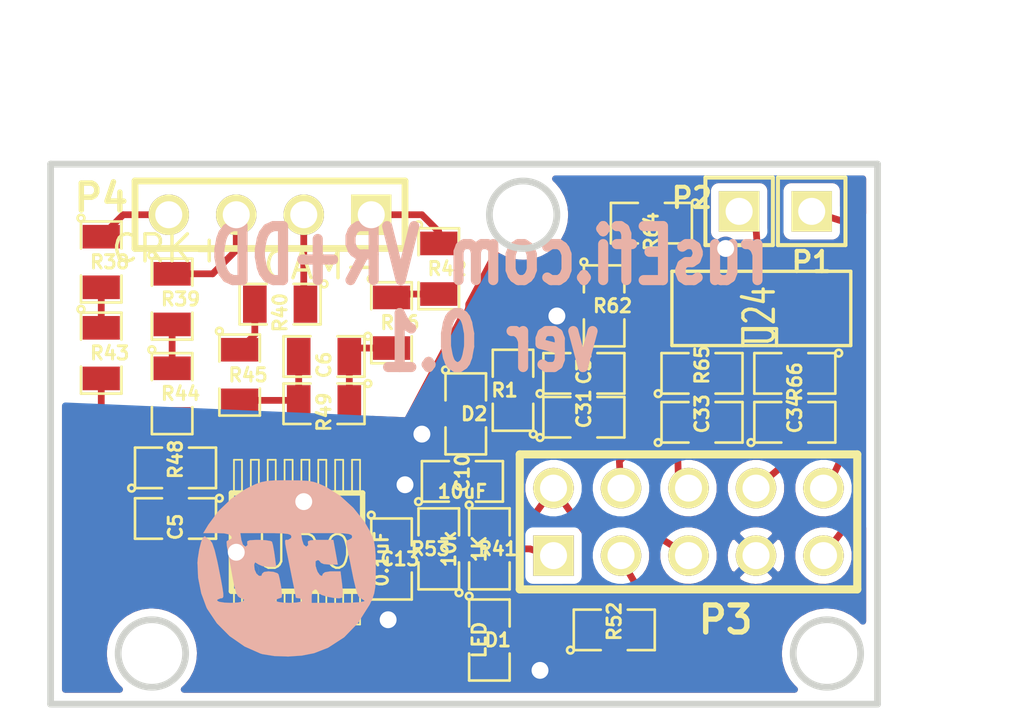
<source format=kicad_pcb>
(kicad_pcb (version 3) (host pcbnew "(2013-07-07 BZR 4022)-stable")

  (general
    (links 67)
    (no_connects 0)
    (area 208.915 46.3931 251.033645 73.987236)
    (thickness 1.6)
    (drawings 12)
    (tracks 190)
    (zones 0)
    (modules 35)
    (nets 32)
  )

  (page A4)
  (title_block 
    (company Art_Electro)
    (comment 1 cps_vrs_io_1)
    (comment 2 Art_Electro)
    (comment 3 Art_Electro)
    (comment 4 Art_Electro)
  )

  (layers
    (15 F.Cu signal)
    (0 B.Cu signal)
    (16 B.Adhes user)
    (17 F.Adhes user)
    (18 B.Paste user)
    (19 F.Paste user)
    (20 B.SilkS user)
    (21 F.SilkS user)
    (22 B.Mask user)
    (23 F.Mask user)
    (24 Dwgs.User user)
    (25 Cmts.User user)
    (26 Eco1.User user)
    (27 Eco2.User user)
    (28 Edge.Cuts user)
  )

  (setup
    (last_trace_width 0.254)
    (user_trace_width 0.5)
    (user_trace_width 1.27)
    (trace_clearance 0.1524)
    (zone_clearance 0.3)
    (zone_45_only no)
    (trace_min 0.254)
    (segment_width 0.254)
    (edge_width 0.254)
    (via_size 0.889)
    (via_drill 0.635)
    (via_min_size 0.889)
    (via_min_drill 0.508)
    (uvia_size 0.508)
    (uvia_drill 0.127)
    (uvias_allowed no)
    (uvia_min_size 0.508)
    (uvia_min_drill 0.127)
    (pcb_text_width 0.4318)
    (pcb_text_size 1.524 2.032)
    (mod_edge_width 0.09906)
    (mod_text_size 1.524 1.524)
    (mod_text_width 0.254)
    (pad_size 0.35052 0.70104)
    (pad_drill 0.6)
    (pad_to_mask_clearance 0.254)
    (aux_axis_origin 0 0)
    (visible_elements 7FFFFFFF)
    (pcbplotparams
      (layerselection 284983297)
      (usegerberextensions true)
      (excludeedgelayer true)
      (linewidth 0.150000)
      (plotframeref false)
      (viasonmask false)
      (mode 1)
      (useauxorigin false)
      (hpglpennumber 1)
      (hpglpenspeed 20)
      (hpglpendiameter 15)
      (hpglpenoverlay 2)
      (psnegative false)
      (psa4output false)
      (plotreference true)
      (plotvalue false)
      (plotothertext true)
      (plotinvisibletext false)
      (padsonsilk false)
      (subtractmaskfromsilk false)
      (outputformat 1)
      (mirror false)
      (drillshape 0)
      (scaleselection 1)
      (outputdirectory gerber))
  )

  (net 0 "")
  (net 1 /5V)
  (net 2 "/5v stab")
  (net 3 /CAM)
  (net 4 /CAM+)
  (net 5 /CAM-)
  (net 6 /CRANK)
  (net 7 /CRK2+)
  (net 8 /CRK2-)
  (net 9 /CS-KN1)
  (net 10 /MISO)
  (net 11 /SCK)
  (net 12 /knock1+)
  (net 13 /knock1-)
  (net 14 /knock_1+p)
  (net 15 /knock_1-p)
  (net 16 GND)
  (net 17 N-0000010)
  (net 18 N-0000013)
  (net 19 N-0000015)
  (net 20 N-0000017)
  (net 21 N-0000018)
  (net 22 N-000002)
  (net 23 N-0000021)
  (net 24 N-0000022)
  (net 25 N-0000023)
  (net 26 N-0000024)
  (net 27 N-0000028)
  (net 28 N-0000029)
  (net 29 N-000003)
  (net 30 N-0000030)
  (net 31 N-0000031)

  (net_class Default "Это класс цепей по умолчанию."
    (clearance 0.1524)
    (trace_width 0.254)
    (via_dia 0.889)
    (via_drill 0.635)
    (uvia_dia 0.508)
    (uvia_drill 0.127)
    (add_net "")
    (add_net /5V)
    (add_net "/5v stab")
    (add_net /CAM)
    (add_net /CAM+)
    (add_net /CAM-)
    (add_net /CRANK)
    (add_net /CRK2+)
    (add_net /CRK2-)
    (add_net /CS-KN1)
    (add_net /MISO)
    (add_net /SCK)
    (add_net /knock1+)
    (add_net /knock1-)
    (add_net /knock_1+p)
    (add_net /knock_1-p)
    (add_net GND)
    (add_net N-0000010)
    (add_net N-0000013)
    (add_net N-0000015)
    (add_net N-0000017)
    (add_net N-0000018)
    (add_net N-000002)
    (add_net N-0000021)
    (add_net N-0000022)
    (add_net N-0000023)
    (add_net N-0000024)
    (add_net N-0000028)
    (add_net N-0000029)
    (add_net N-000003)
    (add_net N-0000030)
    (add_net N-0000031)
  )

  (module SM0805   placed (layer F.Cu) (tedit 529E9944) (tstamp 528A14D4)
    (at 215.519 65.405 180)
    (path /4AD9C851)
    (attr smd)
    (fp_text reference C5 (at 0 -0.3175 270) (layer F.SilkS)
      (effects (font (size 0.50038 0.50038) (thickness 0.10922)))
    )
    (fp_text value 1000pF (at 0 0.381 180) (layer F.SilkS) hide
      (effects (font (size 0.50038 0.50038) (thickness 0.10922)))
    )
    (fp_circle (center -1.651 0.762) (end -1.651 0.635) (layer F.SilkS) (width 0.09906))
    (fp_line (start -0.508 0.762) (end -1.524 0.762) (layer F.SilkS) (width 0.09906))
    (fp_line (start -1.524 0.762) (end -1.524 -0.762) (layer F.SilkS) (width 0.09906))
    (fp_line (start -1.524 -0.762) (end -0.508 -0.762) (layer F.SilkS) (width 0.09906))
    (fp_line (start 0.508 -0.762) (end 1.524 -0.762) (layer F.SilkS) (width 0.09906))
    (fp_line (start 1.524 -0.762) (end 1.524 0.762) (layer F.SilkS) (width 0.09906))
    (fp_line (start 1.524 0.762) (end 0.508 0.762) (layer F.SilkS) (width 0.09906))
    (pad 1 smd rect (at -0.9525 0 180) (size 0.889 1.397)
      (layers F.Cu F.Paste F.Mask)
      (net 27 N-0000028)
    )
    (pad 2 smd rect (at 0.9525 0 180) (size 0.889 1.397)
      (layers F.Cu F.Paste F.Mask)
      (net 28 N-0000029)
    )
    (model smd/chip_cms.wrl
      (at (xyz 0 0 0))
      (scale (xyz 0.1 0.1 0.1))
      (rotate (xyz 0 0 0))
    )
  )

  (module SM0805   placed (layer F.Cu) (tedit 529E9999) (tstamp 528A14E1)
    (at 221.107 59.309 180)
    (path /4AD9CD25)
    (attr smd)
    (fp_text reference C6 (at 0 -0.3175 270) (layer F.SilkS)
      (effects (font (size 0.50038 0.50038) (thickness 0.10922)))
    )
    (fp_text value 1000pF (at 0 0.381 180) (layer F.SilkS) hide
      (effects (font (size 0.50038 0.50038) (thickness 0.10922)))
    )
    (fp_circle (center -1.651 0.762) (end -1.651 0.635) (layer F.SilkS) (width 0.09906))
    (fp_line (start -0.508 0.762) (end -1.524 0.762) (layer F.SilkS) (width 0.09906))
    (fp_line (start -1.524 0.762) (end -1.524 -0.762) (layer F.SilkS) (width 0.09906))
    (fp_line (start -1.524 -0.762) (end -0.508 -0.762) (layer F.SilkS) (width 0.09906))
    (fp_line (start 0.508 -0.762) (end 1.524 -0.762) (layer F.SilkS) (width 0.09906))
    (fp_line (start 1.524 -0.762) (end 1.524 0.762) (layer F.SilkS) (width 0.09906))
    (fp_line (start 1.524 0.762) (end 0.508 0.762) (layer F.SilkS) (width 0.09906))
    (pad 1 smd rect (at -0.9525 0 180) (size 0.889 1.397)
      (layers F.Cu F.Paste F.Mask)
      (net 30 N-0000030)
    )
    (pad 2 smd rect (at 0.9525 0 180) (size 0.889 1.397)
      (layers F.Cu F.Paste F.Mask)
      (net 31 N-0000031)
    )
    (model smd/chip_cms.wrl
      (at (xyz 0 0 0))
      (scale (xyz 0.1 0.1 0.1))
      (rotate (xyz 0 0 0))
    )
  )

  (module SM0805   placed (layer F.Cu) (tedit 529E9967) (tstamp 528A14FA)
    (at 223.647 66.929 270)
    (path /50D6291F)
    (attr smd)
    (fp_text reference C13 (at 0 -0.3175 360) (layer F.SilkS)
      (effects (font (size 0.50038 0.50038) (thickness 0.10922)))
    )
    (fp_text value 0.1uF (at 0 0.381 270) (layer F.SilkS)
      (effects (font (size 0.50038 0.50038) (thickness 0.10922)))
    )
    (fp_circle (center -1.651 0.762) (end -1.651 0.635) (layer F.SilkS) (width 0.09906))
    (fp_line (start -0.508 0.762) (end -1.524 0.762) (layer F.SilkS) (width 0.09906))
    (fp_line (start -1.524 0.762) (end -1.524 -0.762) (layer F.SilkS) (width 0.09906))
    (fp_line (start -1.524 -0.762) (end -0.508 -0.762) (layer F.SilkS) (width 0.09906))
    (fp_line (start 0.508 -0.762) (end 1.524 -0.762) (layer F.SilkS) (width 0.09906))
    (fp_line (start 1.524 -0.762) (end 1.524 0.762) (layer F.SilkS) (width 0.09906))
    (fp_line (start 1.524 0.762) (end 0.508 0.762) (layer F.SilkS) (width 0.09906))
    (pad 1 smd rect (at -0.9525 0 270) (size 0.889 1.397)
      (layers F.Cu F.Paste F.Mask)
      (net 1 /5V)
    )
    (pad 2 smd rect (at 0.9525 0 270) (size 0.889 1.397)
      (layers F.Cu F.Paste F.Mask)
      (net 16 GND)
    )
    (model smd/chip_cms.wrl
      (at (xyz 0 0 0))
      (scale (xyz 0.1 0.1 0.1))
      (rotate (xyz 0 0 0))
    )
  )

  (module SM0805   placed (layer F.Cu) (tedit 529E995F) (tstamp 528A1507)
    (at 230.886 61.595)
    (path /4E39E4ED)
    (attr smd)
    (fp_text reference C31 (at 0 -0.3175 90) (layer F.SilkS)
      (effects (font (size 0.50038 0.50038) (thickness 0.10922)))
    )
    (fp_text value 1uF (at 0 0.381) (layer F.SilkS) hide
      (effects (font (size 0.50038 0.50038) (thickness 0.10922)))
    )
    (fp_circle (center -1.651 0.762) (end -1.651 0.635) (layer F.SilkS) (width 0.09906))
    (fp_line (start -0.508 0.762) (end -1.524 0.762) (layer F.SilkS) (width 0.09906))
    (fp_line (start -1.524 0.762) (end -1.524 -0.762) (layer F.SilkS) (width 0.09906))
    (fp_line (start -1.524 -0.762) (end -0.508 -0.762) (layer F.SilkS) (width 0.09906))
    (fp_line (start 0.508 -0.762) (end 1.524 -0.762) (layer F.SilkS) (width 0.09906))
    (fp_line (start 1.524 -0.762) (end 1.524 0.762) (layer F.SilkS) (width 0.09906))
    (fp_line (start 1.524 0.762) (end 0.508 0.762) (layer F.SilkS) (width 0.09906))
    (pad 1 smd rect (at -0.9525 0) (size 0.889 1.397)
      (layers F.Cu F.Paste F.Mask)
      (net 16 GND)
    )
    (pad 2 smd rect (at 0.9525 0) (size 0.889 1.397)
      (layers F.Cu F.Paste F.Mask)
      (net 2 "/5v stab")
    )
    (model smd/chip_cms.wrl
      (at (xyz 0 0 0))
      (scale (xyz 0.1 0.1 0.1))
      (rotate (xyz 0 0 0))
    )
  )

  (module SM0805   placed (layer F.Cu) (tedit 529E9964) (tstamp 528A1514)
    (at 230.886 59.944)
    (path /4E39E4EE)
    (attr smd)
    (fp_text reference C32 (at 0 -0.3175 90) (layer F.SilkS)
      (effects (font (size 0.50038 0.50038) (thickness 0.10922)))
    )
    (fp_text value 0.1uF (at 0 0.381) (layer F.SilkS) hide
      (effects (font (size 0.50038 0.50038) (thickness 0.10922)))
    )
    (fp_circle (center -1.651 0.762) (end -1.651 0.635) (layer F.SilkS) (width 0.09906))
    (fp_line (start -0.508 0.762) (end -1.524 0.762) (layer F.SilkS) (width 0.09906))
    (fp_line (start -1.524 0.762) (end -1.524 -0.762) (layer F.SilkS) (width 0.09906))
    (fp_line (start -1.524 -0.762) (end -0.508 -0.762) (layer F.SilkS) (width 0.09906))
    (fp_line (start 0.508 -0.762) (end 1.524 -0.762) (layer F.SilkS) (width 0.09906))
    (fp_line (start 1.524 -0.762) (end 1.524 0.762) (layer F.SilkS) (width 0.09906))
    (fp_line (start 1.524 0.762) (end 0.508 0.762) (layer F.SilkS) (width 0.09906))
    (pad 1 smd rect (at -0.9525 0) (size 0.889 1.397)
      (layers F.Cu F.Paste F.Mask)
      (net 16 GND)
    )
    (pad 2 smd rect (at 0.9525 0) (size 0.889 1.397)
      (layers F.Cu F.Paste F.Mask)
      (net 2 "/5v stab")
    )
    (model smd/chip_cms.wrl
      (at (xyz 0 0 0))
      (scale (xyz 0.1 0.1 0.1))
      (rotate (xyz 0 0 0))
    )
  )

  (module SM0805   placed (layer F.Cu) (tedit 529E99FB) (tstamp 528A1521)
    (at 235.331 61.7855)
    (path /4E39E4EC)
    (attr smd)
    (fp_text reference C33 (at 0 -0.3175 90) (layer F.SilkS)
      (effects (font (size 0.50038 0.50038) (thickness 0.10922)))
    )
    (fp_text value 0.1uF (at 0 0.381) (layer F.SilkS) hide
      (effects (font (size 0.50038 0.50038) (thickness 0.10922)))
    )
    (fp_circle (center -1.651 0.762) (end -1.651 0.635) (layer F.SilkS) (width 0.09906))
    (fp_line (start -0.508 0.762) (end -1.524 0.762) (layer F.SilkS) (width 0.09906))
    (fp_line (start -1.524 0.762) (end -1.524 -0.762) (layer F.SilkS) (width 0.09906))
    (fp_line (start -1.524 -0.762) (end -0.508 -0.762) (layer F.SilkS) (width 0.09906))
    (fp_line (start 0.508 -0.762) (end 1.524 -0.762) (layer F.SilkS) (width 0.09906))
    (fp_line (start 1.524 -0.762) (end 1.524 0.762) (layer F.SilkS) (width 0.09906))
    (fp_line (start 1.524 0.762) (end 0.508 0.762) (layer F.SilkS) (width 0.09906))
    (pad 1 smd rect (at -0.9525 0) (size 0.889 1.397)
      (layers F.Cu F.Paste F.Mask)
      (net 12 /knock1+)
    )
    (pad 2 smd rect (at 0.9525 0) (size 0.889 1.397)
      (layers F.Cu F.Paste F.Mask)
      (net 16 GND)
    )
    (model smd/chip_cms.wrl
      (at (xyz 0 0 0))
      (scale (xyz 0.1 0.1 0.1))
      (rotate (xyz 0 0 0))
    )
  )

  (module SM0805   placed (layer F.Cu) (tedit 529E99F8) (tstamp 528A152E)
    (at 238.8235 61.7855)
    (path /4E39E4FC)
    (attr smd)
    (fp_text reference C34 (at 0 -0.3175 90) (layer F.SilkS)
      (effects (font (size 0.50038 0.50038) (thickness 0.10922)))
    )
    (fp_text value 1000pF (at 0 0.381) (layer F.SilkS) hide
      (effects (font (size 0.50038 0.50038) (thickness 0.10922)))
    )
    (fp_circle (center -1.651 0.762) (end -1.651 0.635) (layer F.SilkS) (width 0.09906))
    (fp_line (start -0.508 0.762) (end -1.524 0.762) (layer F.SilkS) (width 0.09906))
    (fp_line (start -1.524 0.762) (end -1.524 -0.762) (layer F.SilkS) (width 0.09906))
    (fp_line (start -1.524 -0.762) (end -0.508 -0.762) (layer F.SilkS) (width 0.09906))
    (fp_line (start 0.508 -0.762) (end 1.524 -0.762) (layer F.SilkS) (width 0.09906))
    (fp_line (start 1.524 -0.762) (end 1.524 0.762) (layer F.SilkS) (width 0.09906))
    (fp_line (start 1.524 0.762) (end 0.508 0.762) (layer F.SilkS) (width 0.09906))
    (pad 1 smd rect (at -0.9525 0) (size 0.889 1.397)
      (layers F.Cu F.Paste F.Mask)
      (net 16 GND)
    )
    (pad 2 smd rect (at 0.9525 0) (size 0.889 1.397)
      (layers F.Cu F.Paste F.Mask)
      (net 13 /knock1-)
    )
    (model smd/chip_cms.wrl
      (at (xyz 0 0 0))
      (scale (xyz 0.1 0.1 0.1))
      (rotate (xyz 0 0 0))
    )
  )

  (module PIN_ARRAY_5x2   placed (layer F.Cu) (tedit 529E9A65) (tstamp 528A1562)
    (at 234.823 65.532)
    (descr "Double rangee de contacts 2 x 5 pins")
    (tags CONN)
    (path /5288F8BF)
    (fp_text reference P3 (at 1.397 3.683) (layer F.SilkS)
      (effects (font (size 1.016 1.016) (thickness 0.2032)))
    )
    (fp_text value CONN_5X2 (at 0 -3.81) (layer F.SilkS) hide
      (effects (font (size 1.016 1.016) (thickness 0.2032)))
    )
    (fp_line (start -6.35 -2.54) (end 6.35 -2.54) (layer F.SilkS) (width 0.3048))
    (fp_line (start 6.35 -2.54) (end 6.35 2.54) (layer F.SilkS) (width 0.3048))
    (fp_line (start 6.35 2.54) (end -6.35 2.54) (layer F.SilkS) (width 0.3048))
    (fp_line (start -6.35 2.54) (end -6.35 -2.54) (layer F.SilkS) (width 0.3048))
    (pad 1 thru_hole rect (at -5.08 1.27) (size 1.524 1.524) (drill 1.016)
      (layers *.Cu *.Mask F.SilkS)
      (net 3 /CAM)
    )
    (pad 2 thru_hole circle (at -5.08 -1.27) (size 1.524 1.524) (drill 1.016)
      (layers *.Cu *.Mask F.SilkS)
      (net 1 /5V)
    )
    (pad 3 thru_hole circle (at -2.54 1.27) (size 1.524 1.524) (drill 1.016)
      (layers *.Cu *.Mask F.SilkS)
      (net 6 /CRANK)
    )
    (pad 4 thru_hole circle (at -2.54 -1.27) (size 1.524 1.524) (drill 1.016)
      (layers *.Cu *.Mask F.SilkS)
      (net 2 "/5v stab")
    )
    (pad 5 thru_hole circle (at 0 1.27) (size 1.524 1.524) (drill 1.016)
      (layers *.Cu *.Mask F.SilkS)
      (net 9 /CS-KN1)
    )
    (pad 6 thru_hole circle (at 0 -1.27) (size 1.524 1.524) (drill 1.016)
      (layers *.Cu *.Mask F.SilkS)
      (net 12 /knock1+)
    )
    (pad 7 thru_hole circle (at 2.54 1.27) (size 1.524 1.524) (drill 1.016)
      (layers *.Cu *.Mask F.SilkS)
      (net 16 GND)
    )
    (pad 8 thru_hole circle (at 2.54 -1.27) (size 1.524 1.524) (drill 1.016)
      (layers *.Cu *.Mask F.SilkS)
      (net 13 /knock1-)
    )
    (pad 9 thru_hole circle (at 5.08 1.27) (size 1.524 1.524) (drill 1.016)
      (layers *.Cu *.Mask F.SilkS)
      (net 10 /MISO)
    )
    (pad 10 thru_hole circle (at 5.08 -1.27) (size 1.524 1.524) (drill 1.016)
      (layers *.Cu *.Mask F.SilkS)
      (net 11 /SCK)
    )
    (model pin_array/pins_array_5x2.wrl
      (at (xyz 0 0 0))
      (scale (xyz 1 1 1))
      (rotate (xyz 0 0 0))
    )
  )

  (module SM0805   placed (layer F.Cu) (tedit 529E9912) (tstamp 529E9947)
    (at 212.725 55.753 270)
    (path /4E39E3A9)
    (attr smd)
    (fp_text reference R38 (at 0 -0.3175 360) (layer F.SilkS)
      (effects (font (size 0.50038 0.50038) (thickness 0.10922)))
    )
    (fp_text value 5k (at 0 0.381 270) (layer F.SilkS) hide
      (effects (font (size 0.50038 0.50038) (thickness 0.10922)))
    )
    (fp_circle (center -1.651 0.762) (end -1.651 0.635) (layer F.SilkS) (width 0.09906))
    (fp_line (start -0.508 0.762) (end -1.524 0.762) (layer F.SilkS) (width 0.09906))
    (fp_line (start -1.524 0.762) (end -1.524 -0.762) (layer F.SilkS) (width 0.09906))
    (fp_line (start -1.524 -0.762) (end -0.508 -0.762) (layer F.SilkS) (width 0.09906))
    (fp_line (start 0.508 -0.762) (end 1.524 -0.762) (layer F.SilkS) (width 0.09906))
    (fp_line (start 1.524 -0.762) (end 1.524 0.762) (layer F.SilkS) (width 0.09906))
    (fp_line (start 1.524 0.762) (end 0.508 0.762) (layer F.SilkS) (width 0.09906))
    (pad 1 smd rect (at -0.9525 0 270) (size 0.889 1.397)
      (layers F.Cu F.Paste F.Mask)
      (net 7 /CRK2+)
    )
    (pad 2 smd rect (at 0.9525 0 270) (size 0.889 1.397)
      (layers F.Cu F.Paste F.Mask)
      (net 20 N-0000017)
    )
    (model smd/chip_cms.wrl
      (at (xyz 0 0 0))
      (scale (xyz 0.1 0.1 0.1))
      (rotate (xyz 0 0 0))
    )
  )

  (module SM0805   placed (layer F.Cu) (tedit 529E991B) (tstamp 528A15A8)
    (at 215.392 57.15 270)
    (path /4E39E3A5)
    (attr smd)
    (fp_text reference R39 (at 0 -0.3175 360) (layer F.SilkS)
      (effects (font (size 0.50038 0.50038) (thickness 0.10922)))
    )
    (fp_text value 5k (at 0 0.381 270) (layer F.SilkS) hide
      (effects (font (size 0.50038 0.50038) (thickness 0.10922)))
    )
    (fp_circle (center -1.651 0.762) (end -1.651 0.635) (layer F.SilkS) (width 0.09906))
    (fp_line (start -0.508 0.762) (end -1.524 0.762) (layer F.SilkS) (width 0.09906))
    (fp_line (start -1.524 0.762) (end -1.524 -0.762) (layer F.SilkS) (width 0.09906))
    (fp_line (start -1.524 -0.762) (end -0.508 -0.762) (layer F.SilkS) (width 0.09906))
    (fp_line (start 0.508 -0.762) (end 1.524 -0.762) (layer F.SilkS) (width 0.09906))
    (fp_line (start 1.524 -0.762) (end 1.524 0.762) (layer F.SilkS) (width 0.09906))
    (fp_line (start 1.524 0.762) (end 0.508 0.762) (layer F.SilkS) (width 0.09906))
    (pad 1 smd rect (at -0.9525 0 270) (size 0.889 1.397)
      (layers F.Cu F.Paste F.Mask)
      (net 8 /CRK2-)
    )
    (pad 2 smd rect (at 0.9525 0 270) (size 0.889 1.397)
      (layers F.Cu F.Paste F.Mask)
      (net 24 N-0000022)
    )
    (model smd/chip_cms.wrl
      (at (xyz 0 0 0))
      (scale (xyz 0.1 0.1 0.1))
      (rotate (xyz 0 0 0))
    )
  )

  (module SM0805   placed (layer F.Cu) (tedit 529E99BC) (tstamp 528A15B5)
    (at 219.456 57.3405 180)
    (path /4E39E39B)
    (attr smd)
    (fp_text reference R40 (at 0 -0.3175 270) (layer F.SilkS)
      (effects (font (size 0.50038 0.50038) (thickness 0.10922)))
    )
    (fp_text value 5k (at 0 0.381 180) (layer F.SilkS) hide
      (effects (font (size 0.50038 0.50038) (thickness 0.10922)))
    )
    (fp_circle (center -1.651 0.762) (end -1.651 0.635) (layer F.SilkS) (width 0.09906))
    (fp_line (start -0.508 0.762) (end -1.524 0.762) (layer F.SilkS) (width 0.09906))
    (fp_line (start -1.524 0.762) (end -1.524 -0.762) (layer F.SilkS) (width 0.09906))
    (fp_line (start -1.524 -0.762) (end -0.508 -0.762) (layer F.SilkS) (width 0.09906))
    (fp_line (start 0.508 -0.762) (end 1.524 -0.762) (layer F.SilkS) (width 0.09906))
    (fp_line (start 1.524 -0.762) (end 1.524 0.762) (layer F.SilkS) (width 0.09906))
    (fp_line (start 1.524 0.762) (end 0.508 0.762) (layer F.SilkS) (width 0.09906))
    (pad 1 smd rect (at -0.9525 0 180) (size 0.889 1.397)
      (layers F.Cu F.Paste F.Mask)
      (net 5 /CAM-)
    )
    (pad 2 smd rect (at 0.9525 0 180) (size 0.889 1.397)
      (layers F.Cu F.Paste F.Mask)
      (net 21 N-0000018)
    )
    (model smd/chip_cms.wrl
      (at (xyz 0 0 0))
      (scale (xyz 0.1 0.1 0.1))
      (rotate (xyz 0 0 0))
    )
  )

  (module SM0805   placed (layer F.Cu) (tedit 529E996B) (tstamp 528A15C2)
    (at 227.33 66.548 270)
    (path /4E39E399)
    (attr smd)
    (fp_text reference R41 (at 0 -0.3175 360) (layer F.SilkS)
      (effects (font (size 0.50038 0.50038) (thickness 0.10922)))
    )
    (fp_text value 1K (at 0 0.381 270) (layer F.SilkS)
      (effects (font (size 0.50038 0.50038) (thickness 0.10922)))
    )
    (fp_circle (center -1.651 0.762) (end -1.651 0.635) (layer F.SilkS) (width 0.09906))
    (fp_line (start -0.508 0.762) (end -1.524 0.762) (layer F.SilkS) (width 0.09906))
    (fp_line (start -1.524 0.762) (end -1.524 -0.762) (layer F.SilkS) (width 0.09906))
    (fp_line (start -1.524 -0.762) (end -0.508 -0.762) (layer F.SilkS) (width 0.09906))
    (fp_line (start 0.508 -0.762) (end 1.524 -0.762) (layer F.SilkS) (width 0.09906))
    (fp_line (start 1.524 -0.762) (end 1.524 0.762) (layer F.SilkS) (width 0.09906))
    (fp_line (start 1.524 0.762) (end 0.508 0.762) (layer F.SilkS) (width 0.09906))
    (pad 1 smd rect (at -0.9525 0 270) (size 0.889 1.397)
      (layers F.Cu F.Paste F.Mask)
      (net 1 /5V)
    )
    (pad 2 smd rect (at 0.9525 0 270) (size 0.889 1.397)
      (layers F.Cu F.Paste F.Mask)
      (net 18 N-0000013)
    )
    (model smd/chip_cms.wrl
      (at (xyz 0 0 0))
      (scale (xyz 0.1 0.1 0.1))
      (rotate (xyz 0 0 0))
    )
  )

  (module SM0805 (layer F.Cu) (tedit 529E99A9) (tstamp 528A15CF)
    (at 225.425 56.007 270)
    (path /4E39E39D)
    (attr smd)
    (fp_text reference R42 (at 0 -0.3175 360) (layer F.SilkS)
      (effects (font (size 0.50038 0.50038) (thickness 0.10922)))
    )
    (fp_text value 5k (at 0 0.381 270) (layer F.SilkS) hide
      (effects (font (size 0.50038 0.50038) (thickness 0.10922)))
    )
    (fp_circle (center -1.651 0.762) (end -1.651 0.635) (layer F.SilkS) (width 0.09906))
    (fp_line (start -0.508 0.762) (end -1.524 0.762) (layer F.SilkS) (width 0.09906))
    (fp_line (start -1.524 0.762) (end -1.524 -0.762) (layer F.SilkS) (width 0.09906))
    (fp_line (start -1.524 -0.762) (end -0.508 -0.762) (layer F.SilkS) (width 0.09906))
    (fp_line (start 0.508 -0.762) (end 1.524 -0.762) (layer F.SilkS) (width 0.09906))
    (fp_line (start 1.524 -0.762) (end 1.524 0.762) (layer F.SilkS) (width 0.09906))
    (fp_line (start 1.524 0.762) (end 0.508 0.762) (layer F.SilkS) (width 0.09906))
    (pad 1 smd rect (at -0.9525 0 270) (size 0.889 1.397)
      (layers F.Cu F.Paste F.Mask)
      (net 4 /CAM+)
    )
    (pad 2 smd rect (at 0.9525 0 270) (size 0.889 1.397)
      (layers F.Cu F.Paste F.Mask)
      (net 23 N-0000021)
    )
    (model smd/chip_cms.wrl
      (at (xyz 0 0 0))
      (scale (xyz 0.1 0.1 0.1))
      (rotate (xyz 0 0 0))
    )
  )

  (module SM0805   placed (layer F.Cu) (tedit 529E9916) (tstamp 528A15DC)
    (at 212.725 59.182 270)
    (path /4E39E3AD)
    (attr smd)
    (fp_text reference R43 (at 0 -0.3175 360) (layer F.SilkS)
      (effects (font (size 0.50038 0.50038) (thickness 0.10922)))
    )
    (fp_text value 5k (at 0 0.381 270) (layer F.SilkS) hide
      (effects (font (size 0.50038 0.50038) (thickness 0.10922)))
    )
    (fp_circle (center -1.651 0.762) (end -1.651 0.635) (layer F.SilkS) (width 0.09906))
    (fp_line (start -0.508 0.762) (end -1.524 0.762) (layer F.SilkS) (width 0.09906))
    (fp_line (start -1.524 0.762) (end -1.524 -0.762) (layer F.SilkS) (width 0.09906))
    (fp_line (start -1.524 -0.762) (end -0.508 -0.762) (layer F.SilkS) (width 0.09906))
    (fp_line (start 0.508 -0.762) (end 1.524 -0.762) (layer F.SilkS) (width 0.09906))
    (fp_line (start 1.524 -0.762) (end 1.524 0.762) (layer F.SilkS) (width 0.09906))
    (fp_line (start 1.524 0.762) (end 0.508 0.762) (layer F.SilkS) (width 0.09906))
    (pad 1 smd rect (at -0.9525 0 270) (size 0.889 1.397)
      (layers F.Cu F.Paste F.Mask)
      (net 20 N-0000017)
    )
    (pad 2 smd rect (at 0.9525 0 270) (size 0.889 1.397)
      (layers F.Cu F.Paste F.Mask)
      (net 28 N-0000029)
    )
    (model smd/chip_cms.wrl
      (at (xyz 0 0 0))
      (scale (xyz 0.1 0.1 0.1))
      (rotate (xyz 0 0 0))
    )
  )

  (module SM0805   placed (layer F.Cu) (tedit 529E99B6) (tstamp 528A15E9)
    (at 215.392 60.706 270)
    (path /4E39E3A0)
    (attr smd)
    (fp_text reference R44 (at 0 -0.3175 360) (layer F.SilkS)
      (effects (font (size 0.50038 0.50038) (thickness 0.10922)))
    )
    (fp_text value 5k (at 0 0.381 270) (layer F.SilkS) hide
      (effects (font (size 0.50038 0.50038) (thickness 0.10922)))
    )
    (fp_circle (center -1.651 0.762) (end -1.651 0.635) (layer F.SilkS) (width 0.09906))
    (fp_line (start -0.508 0.762) (end -1.524 0.762) (layer F.SilkS) (width 0.09906))
    (fp_line (start -1.524 0.762) (end -1.524 -0.762) (layer F.SilkS) (width 0.09906))
    (fp_line (start -1.524 -0.762) (end -0.508 -0.762) (layer F.SilkS) (width 0.09906))
    (fp_line (start 0.508 -0.762) (end 1.524 -0.762) (layer F.SilkS) (width 0.09906))
    (fp_line (start 1.524 -0.762) (end 1.524 0.762) (layer F.SilkS) (width 0.09906))
    (fp_line (start 1.524 0.762) (end 0.508 0.762) (layer F.SilkS) (width 0.09906))
    (pad 1 smd rect (at -0.9525 0 270) (size 0.889 1.397)
      (layers F.Cu F.Paste F.Mask)
      (net 24 N-0000022)
    )
    (pad 2 smd rect (at 0.9525 0 270) (size 0.889 1.397)
      (layers F.Cu F.Paste F.Mask)
      (net 27 N-0000028)
    )
    (model smd/chip_cms.wrl
      (at (xyz 0 0 0))
      (scale (xyz 0.1 0.1 0.1))
      (rotate (xyz 0 0 0))
    )
  )

  (module SM0805   placed (layer F.Cu) (tedit 529E99B2) (tstamp 528A15F6)
    (at 217.932 60.0075 270)
    (path /4E39E396)
    (attr smd)
    (fp_text reference R45 (at 0 -0.3175 360) (layer F.SilkS)
      (effects (font (size 0.50038 0.50038) (thickness 0.10922)))
    )
    (fp_text value 5k (at 0 0.381 270) (layer F.SilkS) hide
      (effects (font (size 0.50038 0.50038) (thickness 0.10922)))
    )
    (fp_circle (center -1.651 0.762) (end -1.651 0.635) (layer F.SilkS) (width 0.09906))
    (fp_line (start -0.508 0.762) (end -1.524 0.762) (layer F.SilkS) (width 0.09906))
    (fp_line (start -1.524 0.762) (end -1.524 -0.762) (layer F.SilkS) (width 0.09906))
    (fp_line (start -1.524 -0.762) (end -0.508 -0.762) (layer F.SilkS) (width 0.09906))
    (fp_line (start 0.508 -0.762) (end 1.524 -0.762) (layer F.SilkS) (width 0.09906))
    (fp_line (start 1.524 -0.762) (end 1.524 0.762) (layer F.SilkS) (width 0.09906))
    (fp_line (start 1.524 0.762) (end 0.508 0.762) (layer F.SilkS) (width 0.09906))
    (pad 1 smd rect (at -0.9525 0 270) (size 0.889 1.397)
      (layers F.Cu F.Paste F.Mask)
      (net 21 N-0000018)
    )
    (pad 2 smd rect (at 0.9525 0 270) (size 0.889 1.397)
      (layers F.Cu F.Paste F.Mask)
      (net 31 N-0000031)
    )
    (model smd/chip_cms.wrl
      (at (xyz 0 0 0))
      (scale (xyz 0.1 0.1 0.1))
      (rotate (xyz 0 0 0))
    )
  )

  (module SM0805   placed (layer F.Cu) (tedit 529E99A6) (tstamp 528A1603)
    (at 223.647 58.039 270)
    (path /4E39E393)
    (attr smd)
    (fp_text reference R46 (at 0 -0.3175 360) (layer F.SilkS)
      (effects (font (size 0.50038 0.50038) (thickness 0.10922)))
    )
    (fp_text value 5k (at 0 0.381 270) (layer F.SilkS) hide
      (effects (font (size 0.50038 0.50038) (thickness 0.10922)))
    )
    (fp_circle (center -1.651 0.762) (end -1.651 0.635) (layer F.SilkS) (width 0.09906))
    (fp_line (start -0.508 0.762) (end -1.524 0.762) (layer F.SilkS) (width 0.09906))
    (fp_line (start -1.524 0.762) (end -1.524 -0.762) (layer F.SilkS) (width 0.09906))
    (fp_line (start -1.524 -0.762) (end -0.508 -0.762) (layer F.SilkS) (width 0.09906))
    (fp_line (start 0.508 -0.762) (end 1.524 -0.762) (layer F.SilkS) (width 0.09906))
    (fp_line (start 1.524 -0.762) (end 1.524 0.762) (layer F.SilkS) (width 0.09906))
    (fp_line (start 1.524 0.762) (end 0.508 0.762) (layer F.SilkS) (width 0.09906))
    (pad 1 smd rect (at -0.9525 0 270) (size 0.889 1.397)
      (layers F.Cu F.Paste F.Mask)
      (net 23 N-0000021)
    )
    (pad 2 smd rect (at 0.9525 0 270) (size 0.889 1.397)
      (layers F.Cu F.Paste F.Mask)
      (net 30 N-0000030)
    )
    (model smd/chip_cms.wrl
      (at (xyz 0 0 0))
      (scale (xyz 0.1 0.1 0.1))
      (rotate (xyz 0 0 0))
    )
  )

  (module SM0805   placed (layer F.Cu) (tedit 529E994B) (tstamp 529E99E5)
    (at 215.519 63.5)
    (path /4E39E390)
    (attr smd)
    (fp_text reference R48 (at 0 -0.3175 90) (layer F.SilkS)
      (effects (font (size 0.50038 0.50038) (thickness 0.10922)))
    )
    (fp_text value 5k (at 0 0.381) (layer F.SilkS) hide
      (effects (font (size 0.50038 0.50038) (thickness 0.10922)))
    )
    (fp_circle (center -1.651 0.762) (end -1.651 0.635) (layer F.SilkS) (width 0.09906))
    (fp_line (start -0.508 0.762) (end -1.524 0.762) (layer F.SilkS) (width 0.09906))
    (fp_line (start -1.524 0.762) (end -1.524 -0.762) (layer F.SilkS) (width 0.09906))
    (fp_line (start -1.524 -0.762) (end -0.508 -0.762) (layer F.SilkS) (width 0.09906))
    (fp_line (start 0.508 -0.762) (end 1.524 -0.762) (layer F.SilkS) (width 0.09906))
    (fp_line (start 1.524 -0.762) (end 1.524 0.762) (layer F.SilkS) (width 0.09906))
    (fp_line (start 1.524 0.762) (end 0.508 0.762) (layer F.SilkS) (width 0.09906))
    (pad 1 smd rect (at -0.9525 0) (size 0.889 1.397)
      (layers F.Cu F.Paste F.Mask)
      (net 27 N-0000028)
    )
    (pad 2 smd rect (at 0.9525 0) (size 0.889 1.397)
      (layers F.Cu F.Paste F.Mask)
      (net 28 N-0000029)
    )
    (model smd/chip_cms.wrl
      (at (xyz 0 0 0))
      (scale (xyz 0.1 0.1 0.1))
      (rotate (xyz 0 0 0))
    )
  )

  (module SM0805   placed (layer F.Cu) (tedit 529E99AE) (tstamp 528A161D)
    (at 221.107 61.087 180)
    (path /4E39E38D)
    (attr smd)
    (fp_text reference R49 (at 0 -0.3175 270) (layer F.SilkS)
      (effects (font (size 0.50038 0.50038) (thickness 0.10922)))
    )
    (fp_text value 5k (at 0 0.381 180) (layer F.SilkS) hide
      (effects (font (size 0.50038 0.50038) (thickness 0.10922)))
    )
    (fp_circle (center -1.651 0.762) (end -1.651 0.635) (layer F.SilkS) (width 0.09906))
    (fp_line (start -0.508 0.762) (end -1.524 0.762) (layer F.SilkS) (width 0.09906))
    (fp_line (start -1.524 0.762) (end -1.524 -0.762) (layer F.SilkS) (width 0.09906))
    (fp_line (start -1.524 -0.762) (end -0.508 -0.762) (layer F.SilkS) (width 0.09906))
    (fp_line (start 0.508 -0.762) (end 1.524 -0.762) (layer F.SilkS) (width 0.09906))
    (fp_line (start 1.524 -0.762) (end 1.524 0.762) (layer F.SilkS) (width 0.09906))
    (fp_line (start 1.524 0.762) (end 0.508 0.762) (layer F.SilkS) (width 0.09906))
    (pad 1 smd rect (at -0.9525 0 180) (size 0.889 1.397)
      (layers F.Cu F.Paste F.Mask)
      (net 30 N-0000030)
    )
    (pad 2 smd rect (at 0.9525 0 180) (size 0.889 1.397)
      (layers F.Cu F.Paste F.Mask)
      (net 31 N-0000031)
    )
    (model smd/chip_cms.wrl
      (at (xyz 0 0 0))
      (scale (xyz 0.1 0.1 0.1))
      (rotate (xyz 0 0 0))
    )
  )

  (module SM0805   placed (layer F.Cu) (tedit 529E997F) (tstamp 528A162A)
    (at 232.029 69.596)
    (path /4AD9C75B)
    (attr smd)
    (fp_text reference R52 (at 0 -0.3175 90) (layer F.SilkS)
      (effects (font (size 0.50038 0.50038) (thickness 0.10922)))
    )
    (fp_text value 10k (at 0 0.381) (layer F.SilkS) hide
      (effects (font (size 0.50038 0.50038) (thickness 0.10922)))
    )
    (fp_circle (center -1.651 0.762) (end -1.651 0.635) (layer F.SilkS) (width 0.09906))
    (fp_line (start -0.508 0.762) (end -1.524 0.762) (layer F.SilkS) (width 0.09906))
    (fp_line (start -1.524 0.762) (end -1.524 -0.762) (layer F.SilkS) (width 0.09906))
    (fp_line (start -1.524 -0.762) (end -0.508 -0.762) (layer F.SilkS) (width 0.09906))
    (fp_line (start 0.508 -0.762) (end 1.524 -0.762) (layer F.SilkS) (width 0.09906))
    (fp_line (start 1.524 -0.762) (end 1.524 0.762) (layer F.SilkS) (width 0.09906))
    (fp_line (start 1.524 0.762) (end 0.508 0.762) (layer F.SilkS) (width 0.09906))
    (pad 1 smd rect (at -0.9525 0) (size 0.889 1.397)
      (layers F.Cu F.Paste F.Mask)
      (net 1 /5V)
    )
    (pad 2 smd rect (at 0.9525 0) (size 0.889 1.397)
      (layers F.Cu F.Paste F.Mask)
      (net 6 /CRANK)
    )
    (model smd/chip_cms.wrl
      (at (xyz 0 0 0))
      (scale (xyz 0.1 0.1 0.1))
      (rotate (xyz 0 0 0))
    )
  )

  (module SM0805   placed (layer F.Cu) (tedit 529E9969) (tstamp 528A1637)
    (at 225.425 66.548 90)
    (path /5101D08D)
    (attr smd)
    (fp_text reference R53 (at 0 -0.3175 180) (layer F.SilkS)
      (effects (font (size 0.50038 0.50038) (thickness 0.10922)))
    )
    (fp_text value 10k (at 0 0.381 90) (layer F.SilkS)
      (effects (font (size 0.50038 0.50038) (thickness 0.10922)))
    )
    (fp_circle (center -1.651 0.762) (end -1.651 0.635) (layer F.SilkS) (width 0.09906))
    (fp_line (start -0.508 0.762) (end -1.524 0.762) (layer F.SilkS) (width 0.09906))
    (fp_line (start -1.524 0.762) (end -1.524 -0.762) (layer F.SilkS) (width 0.09906))
    (fp_line (start -1.524 -0.762) (end -0.508 -0.762) (layer F.SilkS) (width 0.09906))
    (fp_line (start 0.508 -0.762) (end 1.524 -0.762) (layer F.SilkS) (width 0.09906))
    (fp_line (start 1.524 -0.762) (end 1.524 0.762) (layer F.SilkS) (width 0.09906))
    (fp_line (start 1.524 0.762) (end 0.508 0.762) (layer F.SilkS) (width 0.09906))
    (pad 1 smd rect (at -0.9525 0 90) (size 0.889 1.397)
      (layers F.Cu F.Paste F.Mask)
      (net 3 /CAM)
    )
    (pad 2 smd rect (at 0.9525 0 90) (size 0.889 1.397)
      (layers F.Cu F.Paste F.Mask)
      (net 1 /5V)
    )
    (model smd/chip_cms.wrl
      (at (xyz 0 0 0))
      (scale (xyz 0.1 0.1 0.1))
      (rotate (xyz 0 0 0))
    )
  )

  (module SM0805   placed (layer F.Cu) (tedit 529E99D9) (tstamp 528A1644)
    (at 231.648 57.404 270)
    (path /4E39E4F7)
    (attr smd)
    (fp_text reference R62 (at 0 -0.3175 360) (layer F.SilkS)
      (effects (font (size 0.50038 0.50038) (thickness 0.10922)))
    )
    (fp_text value 10K (at 0 0.381 270) (layer F.SilkS) hide
      (effects (font (size 0.50038 0.50038) (thickness 0.10922)))
    )
    (fp_circle (center -1.651 0.762) (end -1.651 0.635) (layer F.SilkS) (width 0.09906))
    (fp_line (start -0.508 0.762) (end -1.524 0.762) (layer F.SilkS) (width 0.09906))
    (fp_line (start -1.524 0.762) (end -1.524 -0.762) (layer F.SilkS) (width 0.09906))
    (fp_line (start -1.524 -0.762) (end -0.508 -0.762) (layer F.SilkS) (width 0.09906))
    (fp_line (start 0.508 -0.762) (end 1.524 -0.762) (layer F.SilkS) (width 0.09906))
    (fp_line (start 1.524 -0.762) (end 1.524 0.762) (layer F.SilkS) (width 0.09906))
    (fp_line (start 1.524 0.762) (end 0.508 0.762) (layer F.SilkS) (width 0.09906))
    (pad 1 smd rect (at -0.9525 0 270) (size 0.889 1.397)
      (layers F.Cu F.Paste F.Mask)
      (net 22 N-000002)
    )
    (pad 2 smd rect (at 0.9525 0 270) (size 0.889 1.397)
      (layers F.Cu F.Paste F.Mask)
      (net 29 N-000003)
    )
    (model smd/chip_cms.wrl
      (at (xyz 0 0 0))
      (scale (xyz 0.1 0.1 0.1))
      (rotate (xyz 0 0 0))
    )
  )

  (module SM0805   placed (layer F.Cu) (tedit 529E99DC) (tstamp 528A1651)
    (at 233.426 54.2925 180)
    (path /4E39E500)
    (attr smd)
    (fp_text reference R64 (at 0 -0.3175 270) (layer F.SilkS)
      (effects (font (size 0.50038 0.50038) (thickness 0.10922)))
    )
    (fp_text value 10K (at 0 0.381 180) (layer F.SilkS) hide
      (effects (font (size 0.50038 0.50038) (thickness 0.10922)))
    )
    (fp_circle (center -1.651 0.762) (end -1.651 0.635) (layer F.SilkS) (width 0.09906))
    (fp_line (start -0.508 0.762) (end -1.524 0.762) (layer F.SilkS) (width 0.09906))
    (fp_line (start -1.524 0.762) (end -1.524 -0.762) (layer F.SilkS) (width 0.09906))
    (fp_line (start -1.524 -0.762) (end -0.508 -0.762) (layer F.SilkS) (width 0.09906))
    (fp_line (start 0.508 -0.762) (end 1.524 -0.762) (layer F.SilkS) (width 0.09906))
    (fp_line (start 1.524 -0.762) (end 1.524 0.762) (layer F.SilkS) (width 0.09906))
    (fp_line (start 1.524 0.762) (end 0.508 0.762) (layer F.SilkS) (width 0.09906))
    (pad 1 smd rect (at -0.9525 0 180) (size 0.889 1.397)
      (layers F.Cu F.Paste F.Mask)
      (net 17 N-0000010)
    )
    (pad 2 smd rect (at 0.9525 0 180) (size 0.889 1.397)
      (layers F.Cu F.Paste F.Mask)
      (net 22 N-000002)
    )
    (model smd/chip_cms.wrl
      (at (xyz 0 0 0))
      (scale (xyz 0.1 0.1 0.1))
      (rotate (xyz 0 0 0))
    )
  )

  (module SM0805   placed (layer F.Cu) (tedit 529E99F4) (tstamp 528A165E)
    (at 235.331 59.944)
    (path /4E39E4F6)
    (attr smd)
    (fp_text reference R65 (at 0 -0.3175 90) (layer F.SilkS)
      (effects (font (size 0.50038 0.50038) (thickness 0.10922)))
    )
    (fp_text value 20K (at 0 0.381) (layer F.SilkS) hide
      (effects (font (size 0.50038 0.50038) (thickness 0.10922)))
    )
    (fp_circle (center -1.651 0.762) (end -1.651 0.635) (layer F.SilkS) (width 0.09906))
    (fp_line (start -0.508 0.762) (end -1.524 0.762) (layer F.SilkS) (width 0.09906))
    (fp_line (start -1.524 0.762) (end -1.524 -0.762) (layer F.SilkS) (width 0.09906))
    (fp_line (start -1.524 -0.762) (end -0.508 -0.762) (layer F.SilkS) (width 0.09906))
    (fp_line (start 0.508 -0.762) (end 1.524 -0.762) (layer F.SilkS) (width 0.09906))
    (fp_line (start 1.524 -0.762) (end 1.524 0.762) (layer F.SilkS) (width 0.09906))
    (fp_line (start 1.524 0.762) (end 0.508 0.762) (layer F.SilkS) (width 0.09906))
    (pad 1 smd rect (at -0.9525 0) (size 0.889 1.397)
      (layers F.Cu F.Paste F.Mask)
      (net 12 /knock1+)
    )
    (pad 2 smd rect (at 0.9525 0) (size 0.889 1.397)
      (layers F.Cu F.Paste F.Mask)
      (net 29 N-000003)
    )
    (model smd/chip_cms.wrl
      (at (xyz 0 0 0))
      (scale (xyz 0.1 0.1 0.1))
      (rotate (xyz 0 0 0))
    )
  )

  (module SM0805   placed (layer F.Cu) (tedit 529E99F5) (tstamp 528A166B)
    (at 238.8235 59.944 180)
    (path /4E39E4FF)
    (attr smd)
    (fp_text reference R66 (at 0 -0.3175 270) (layer F.SilkS)
      (effects (font (size 0.50038 0.50038) (thickness 0.10922)))
    )
    (fp_text value 20K (at 0 0.381 180) (layer F.SilkS) hide
      (effects (font (size 0.50038 0.50038) (thickness 0.10922)))
    )
    (fp_circle (center -1.651 0.762) (end -1.651 0.635) (layer F.SilkS) (width 0.09906))
    (fp_line (start -0.508 0.762) (end -1.524 0.762) (layer F.SilkS) (width 0.09906))
    (fp_line (start -1.524 0.762) (end -1.524 -0.762) (layer F.SilkS) (width 0.09906))
    (fp_line (start -1.524 -0.762) (end -0.508 -0.762) (layer F.SilkS) (width 0.09906))
    (fp_line (start 0.508 -0.762) (end 1.524 -0.762) (layer F.SilkS) (width 0.09906))
    (fp_line (start 1.524 -0.762) (end 1.524 0.762) (layer F.SilkS) (width 0.09906))
    (fp_line (start 1.524 0.762) (end 0.508 0.762) (layer F.SilkS) (width 0.09906))
    (pad 1 smd rect (at -0.9525 0 180) (size 0.889 1.397)
      (layers F.Cu F.Paste F.Mask)
      (net 13 /knock1-)
    )
    (pad 2 smd rect (at 0.9525 0 180) (size 0.889 1.397)
      (layers F.Cu F.Paste F.Mask)
      (net 17 N-0000010)
    )
    (model smd/chip_cms.wrl
      (at (xyz 0 0 0))
      (scale (xyz 0.1 0.1 0.1))
      (rotate (xyz 0 0 0))
    )
  )

  (module maxim-10-QSOP16   placed (layer F.Cu) (tedit 529E9A8F) (tstamp 529C9412)
    (at 220.091 66.294)
    (descr "SMALL OUTLINE PACKAGE")
    (tags "SMALL OUTLINE PACKAGE")
    (path /4BF90B79)
    (attr smd)
    (fp_text reference U20 (at 0.254 0.381) (layer F.SilkS)
      (effects (font (size 1.27 1.27) (thickness 0.0889)))
    )
    (fp_text value MAX9926/9927 (at -3.45186 -0.97028 90) (layer F.SilkS) hide
      (effects (font (size 1.27 1.27) (thickness 0.0889)))
    )
    (fp_line (start -2.37236 3.0988) (end -2.0701 3.0988) (layer F.SilkS) (width 0.06604))
    (fp_line (start -2.0701 3.0988) (end -2.0701 1.79832) (layer F.SilkS) (width 0.06604))
    (fp_line (start -2.37236 1.79832) (end -2.0701 1.79832) (layer F.SilkS) (width 0.06604))
    (fp_line (start -2.37236 3.0988) (end -2.37236 1.79832) (layer F.SilkS) (width 0.06604))
    (fp_line (start -1.73736 3.0988) (end -1.4351 3.0988) (layer F.SilkS) (width 0.06604))
    (fp_line (start -1.4351 3.0988) (end -1.4351 1.79832) (layer F.SilkS) (width 0.06604))
    (fp_line (start -1.73736 1.79832) (end -1.4351 1.79832) (layer F.SilkS) (width 0.06604))
    (fp_line (start -1.73736 3.0988) (end -1.73736 1.79832) (layer F.SilkS) (width 0.06604))
    (fp_line (start -1.10236 3.0988) (end -0.8001 3.0988) (layer F.SilkS) (width 0.06604))
    (fp_line (start -0.8001 3.0988) (end -0.8001 1.79832) (layer F.SilkS) (width 0.06604))
    (fp_line (start -1.10236 1.79832) (end -0.8001 1.79832) (layer F.SilkS) (width 0.06604))
    (fp_line (start -1.10236 3.0988) (end -1.10236 1.79832) (layer F.SilkS) (width 0.06604))
    (fp_line (start -0.46736 3.0988) (end -0.1651 3.0988) (layer F.SilkS) (width 0.06604))
    (fp_line (start -0.1651 3.0988) (end -0.1651 1.79832) (layer F.SilkS) (width 0.06604))
    (fp_line (start -0.46736 1.79832) (end -0.1651 1.79832) (layer F.SilkS) (width 0.06604))
    (fp_line (start -0.46736 3.0988) (end -0.46736 1.79832) (layer F.SilkS) (width 0.06604))
    (fp_line (start 0.1651 3.0988) (end 0.46736 3.0988) (layer F.SilkS) (width 0.06604))
    (fp_line (start 0.46736 3.0988) (end 0.46736 1.79832) (layer F.SilkS) (width 0.06604))
    (fp_line (start 0.1651 1.79832) (end 0.46736 1.79832) (layer F.SilkS) (width 0.06604))
    (fp_line (start 0.1651 3.0988) (end 0.1651 1.79832) (layer F.SilkS) (width 0.06604))
    (fp_line (start 0.8001 3.0988) (end 1.10236 3.0988) (layer F.SilkS) (width 0.06604))
    (fp_line (start 1.10236 3.0988) (end 1.10236 1.79832) (layer F.SilkS) (width 0.06604))
    (fp_line (start 0.8001 1.79832) (end 1.10236 1.79832) (layer F.SilkS) (width 0.06604))
    (fp_line (start 0.8001 3.0988) (end 0.8001 1.79832) (layer F.SilkS) (width 0.06604))
    (fp_line (start 1.4351 3.0988) (end 1.73736 3.0988) (layer F.SilkS) (width 0.06604))
    (fp_line (start 1.73736 3.0988) (end 1.73736 1.79832) (layer F.SilkS) (width 0.06604))
    (fp_line (start 1.4351 1.79832) (end 1.73736 1.79832) (layer F.SilkS) (width 0.06604))
    (fp_line (start 1.4351 3.0988) (end 1.4351 1.79832) (layer F.SilkS) (width 0.06604))
    (fp_line (start 2.0701 3.0988) (end 2.37236 3.0988) (layer F.SilkS) (width 0.06604))
    (fp_line (start 2.37236 3.0988) (end 2.37236 1.79832) (layer F.SilkS) (width 0.06604))
    (fp_line (start 2.0701 1.79832) (end 2.37236 1.79832) (layer F.SilkS) (width 0.06604))
    (fp_line (start 2.0701 3.0988) (end 2.0701 1.79832) (layer F.SilkS) (width 0.06604))
    (fp_line (start 2.0701 -1.79832) (end 2.37236 -1.79832) (layer F.SilkS) (width 0.06604))
    (fp_line (start 2.37236 -1.79832) (end 2.37236 -3.0988) (layer F.SilkS) (width 0.06604))
    (fp_line (start 2.0701 -3.0988) (end 2.37236 -3.0988) (layer F.SilkS) (width 0.06604))
    (fp_line (start 2.0701 -1.79832) (end 2.0701 -3.0988) (layer F.SilkS) (width 0.06604))
    (fp_line (start 1.4351 -1.79832) (end 1.73736 -1.79832) (layer F.SilkS) (width 0.06604))
    (fp_line (start 1.73736 -1.79832) (end 1.73736 -3.0988) (layer F.SilkS) (width 0.06604))
    (fp_line (start 1.4351 -3.0988) (end 1.73736 -3.0988) (layer F.SilkS) (width 0.06604))
    (fp_line (start 1.4351 -1.79832) (end 1.4351 -3.0988) (layer F.SilkS) (width 0.06604))
    (fp_line (start 0.8001 -1.79832) (end 1.10236 -1.79832) (layer F.SilkS) (width 0.06604))
    (fp_line (start 1.10236 -1.79832) (end 1.10236 -3.0988) (layer F.SilkS) (width 0.06604))
    (fp_line (start 0.8001 -3.0988) (end 1.10236 -3.0988) (layer F.SilkS) (width 0.06604))
    (fp_line (start 0.8001 -1.79832) (end 0.8001 -3.0988) (layer F.SilkS) (width 0.06604))
    (fp_line (start 0.1651 -1.79832) (end 0.46736 -1.79832) (layer F.SilkS) (width 0.06604))
    (fp_line (start 0.46736 -1.79832) (end 0.46736 -3.0988) (layer F.SilkS) (width 0.06604))
    (fp_line (start 0.1651 -3.0988) (end 0.46736 -3.0988) (layer F.SilkS) (width 0.06604))
    (fp_line (start 0.1651 -1.79832) (end 0.1651 -3.0988) (layer F.SilkS) (width 0.06604))
    (fp_line (start -0.46736 -1.79832) (end -0.1651 -1.79832) (layer F.SilkS) (width 0.06604))
    (fp_line (start -0.1651 -1.79832) (end -0.1651 -3.0988) (layer F.SilkS) (width 0.06604))
    (fp_line (start -0.46736 -3.0988) (end -0.1651 -3.0988) (layer F.SilkS) (width 0.06604))
    (fp_line (start -0.46736 -1.79832) (end -0.46736 -3.0988) (layer F.SilkS) (width 0.06604))
    (fp_line (start -1.10236 -1.79832) (end -0.8001 -1.79832) (layer F.SilkS) (width 0.06604))
    (fp_line (start -0.8001 -1.79832) (end -0.8001 -3.0988) (layer F.SilkS) (width 0.06604))
    (fp_line (start -1.10236 -3.0988) (end -0.8001 -3.0988) (layer F.SilkS) (width 0.06604))
    (fp_line (start -1.10236 -1.79832) (end -1.10236 -3.0988) (layer F.SilkS) (width 0.06604))
    (fp_line (start -1.73736 -1.79832) (end -1.4351 -1.79832) (layer F.SilkS) (width 0.06604))
    (fp_line (start -1.4351 -1.79832) (end -1.4351 -3.0988) (layer F.SilkS) (width 0.06604))
    (fp_line (start -1.73736 -3.0988) (end -1.4351 -3.0988) (layer F.SilkS) (width 0.06604))
    (fp_line (start -1.73736 -1.79832) (end -1.73736 -3.0988) (layer F.SilkS) (width 0.06604))
    (fp_line (start -2.37236 -1.79832) (end -2.0701 -1.79832) (layer F.SilkS) (width 0.06604))
    (fp_line (start -2.0701 -1.79832) (end -2.0701 -3.0988) (layer F.SilkS) (width 0.06604))
    (fp_line (start -2.37236 -3.0988) (end -2.0701 -3.0988) (layer F.SilkS) (width 0.06604))
    (fp_line (start -2.37236 -1.79832) (end -2.37236 -3.0988) (layer F.SilkS) (width 0.06604))
    (fp_line (start -2.46888 1.84912) (end -2.46888 -1.84912) (layer F.SilkS) (width 0.2032))
    (fp_line (start 2.46888 -1.84912) (end 2.46888 1.84912) (layer F.SilkS) (width 0.2032))
    (fp_line (start -2.46888 1.84912) (end 2.46888 1.84912) (layer F.SilkS) (width 0.2032))
    (fp_line (start 2.46888 -1.84912) (end -2.46888 -1.84912) (layer F.SilkS) (width 0.2032))
    (fp_circle (center -1.64846 1.04902) (end -1.79832 1.19888) (layer F.SilkS) (width 0.00254))
    (pad 1 smd rect (at -2.2225 2.68986) (size 0.44958 1.4986)
      (layers F.Cu F.Paste F.Mask)
      (net 16 GND)
    )
    (pad 2 smd rect (at -1.5875 2.68986) (size 0.44958 1.4986)
      (layers F.Cu F.Paste F.Mask)
      (net 25 N-0000023)
    )
    (pad 3 smd rect (at -0.9525 2.68986) (size 0.44958 1.4986)
      (layers F.Cu F.Paste F.Mask)
      (net 16 GND)
    )
    (pad 4 smd rect (at -0.3175 2.68986) (size 0.44958 1.4986)
      (layers F.Cu F.Paste F.Mask)
      (net 6 /CRANK)
    )
    (pad 5 smd rect (at 0.3175 2.68986) (size 0.44958 1.4986)
      (layers F.Cu F.Paste F.Mask)
      (net 3 /CAM)
    )
    (pad 6 smd rect (at 0.9525 2.68986) (size 0.44958 1.4986)
      (layers F.Cu F.Paste F.Mask)
      (net 16 GND)
    )
    (pad 7 smd rect (at 1.5875 2.68986) (size 0.44958 1.4986)
      (layers F.Cu F.Paste F.Mask)
      (net 26 N-0000024)
    )
    (pad 8 smd rect (at 2.2225 2.68986) (size 0.44958 1.4986)
      (layers F.Cu F.Paste F.Mask)
      (net 16 GND)
    )
    (pad 9 smd rect (at 2.2225 -2.68986) (size 0.44958 1.4986)
      (layers F.Cu F.Paste F.Mask)
      (net 30 N-0000030)
    )
    (pad 10 smd rect (at 1.5875 -2.68986) (size 0.44958 1.4986)
      (layers F.Cu F.Paste F.Mask)
      (net 31 N-0000031)
    )
    (pad 11 smd rect (at 0.9525 -2.68986) (size 0.44958 1.4986)
      (layers F.Cu F.Paste F.Mask)
      (net 16 GND)
    )
    (pad 12 smd rect (at 0.3175 -2.68986) (size 0.44958 1.4986)
      (layers F.Cu F.Paste F.Mask)
      (net 16 GND)
    )
    (pad 13 smd rect (at -0.3175 -2.68986) (size 0.44958 1.4986)
      (layers F.Cu F.Paste F.Mask)
      (net 16 GND)
    )
    (pad 14 smd rect (at -0.9525 -2.68986) (size 0.44958 1.4986)
      (layers F.Cu F.Paste F.Mask)
      (net 1 /5V)
    )
    (pad 15 smd rect (at -1.5875 -2.68986) (size 0.44958 1.4986)
      (layers F.Cu F.Paste F.Mask)
      (net 27 N-0000028)
    )
    (pad 16 smd rect (at -2.2225 -2.68986) (size 0.44958 1.4986)
      (layers F.Cu F.Paste F.Mask)
      (net 28 N-0000029)
    )
  )

  (module uMAX-uSOP_10   placed (layer F.Cu) (tedit 529E9A7B) (tstamp 528A16D9)
    (at 237.5 57.5 90)
    (path /4E39E4FD)
    (attr smd)
    (fp_text reference U24 (at -0.285 -0.01 90) (layer F.SilkS)
      (effects (font (size 1.143 0.762) (thickness 0.127)))
    )
    (fp_text value MAX9939 (at 2.413 0 180) (layer F.SilkS) hide
      (effects (font (size 1.143 1.143) (thickness 0.2032)))
    )
    (fp_line (start -1.397 -0.635) (end -0.762 -0.635) (layer F.SilkS) (width 0.127))
    (fp_line (start -0.762 -0.635) (end -0.762 0.635) (layer F.SilkS) (width 0.127))
    (fp_line (start -0.762 0.635) (end -1.397 0.635) (layer F.SilkS) (width 0.127))
    (fp_line (start -1.397 -3.302) (end 1.397 -3.302) (layer F.SilkS) (width 0.127))
    (fp_line (start 1.397 -3.302) (end 1.397 3.429) (layer F.SilkS) (width 0.127))
    (fp_line (start 1.397 3.429) (end -1.397 3.429) (layer F.SilkS) (width 0.127))
    (fp_line (start -1.397 3.429) (end -1.397 -3.302) (layer F.SilkS) (width 0.127))
    (pad 1 smd rect (at -1.00076 2.10058 90) (size 0.24892 1.905)
      (layers F.Cu F.Paste F.Mask)
      (net 11 /SCK)
    )
    (pad 2 smd rect (at -0.50038 2.10058 90) (size 0.24892 1.905)
      (layers F.Cu F.Paste F.Mask)
      (net 10 /MISO)
    )
    (pad 3 smd rect (at 0 2.10058 90) (size 0.24892 1.905)
      (layers F.Cu F.Paste F.Mask)
      (net 16 GND)
    )
    (pad 4 smd rect (at 0.50038 2.10058 90) (size 0.24892 1.905)
      (layers F.Cu F.Paste F.Mask)
      (net 15 /knock_1-p)
    )
    (pad 5 smd rect (at 1.00076 2.10058 90) (size 0.24892 1.905)
      (layers F.Cu F.Paste F.Mask)
      (net 14 /knock_1+p)
    )
    (pad 6 smd rect (at 1.00076 -2.10058 90) (size 0.24892 1.905)
      (layers F.Cu F.Paste F.Mask)
      (net 17 N-0000010)
    )
    (pad 7 smd rect (at 0.50038 -2.10058 90) (size 0.24892 1.905)
      (layers F.Cu F.Paste F.Mask)
      (net 22 N-000002)
    )
    (pad 8 smd rect (at 0 -2.10058 90) (size 0.24892 1.905)
      (layers F.Cu F.Paste F.Mask)
      (net 29 N-000003)
    )
    (pad 9 smd rect (at -0.50038 -2.10058 90) (size 0.24892 1.905)
      (layers F.Cu F.Paste F.Mask)
      (net 2 "/5v stab")
    )
    (pad 10 smd rect (at -1.00076 -2.10058 90) (size 0.24892 1.905)
      (layers F.Cu F.Paste F.Mask)
      (net 9 /CS-KN1)
    )
    (model smd/cms_so10.wrl
      (at (xyz 0 0 0))
      (scale (xyz 0.195 0.27 0.25))
      (rotate (xyz 0 0 0))
    )
  )

  (module SM0805 (layer F.Cu) (tedit 529E9977) (tstamp 52938686)
    (at 227.33 69.977 270)
    (path /529380F6)
    (attr smd)
    (fp_text reference D1 (at 0 -0.3175 360) (layer F.SilkS)
      (effects (font (size 0.50038 0.50038) (thickness 0.10922)))
    )
    (fp_text value LED (at 0 0.381 270) (layer F.SilkS)
      (effects (font (size 0.50038 0.50038) (thickness 0.10922)))
    )
    (fp_circle (center -1.651 0.762) (end -1.651 0.635) (layer F.SilkS) (width 0.09906))
    (fp_line (start -0.508 0.762) (end -1.524 0.762) (layer F.SilkS) (width 0.09906))
    (fp_line (start -1.524 0.762) (end -1.524 -0.762) (layer F.SilkS) (width 0.09906))
    (fp_line (start -1.524 -0.762) (end -0.508 -0.762) (layer F.SilkS) (width 0.09906))
    (fp_line (start 0.508 -0.762) (end 1.524 -0.762) (layer F.SilkS) (width 0.09906))
    (fp_line (start 1.524 -0.762) (end 1.524 0.762) (layer F.SilkS) (width 0.09906))
    (fp_line (start 1.524 0.762) (end 0.508 0.762) (layer F.SilkS) (width 0.09906))
    (pad 1 smd rect (at -0.9525 0 270) (size 0.889 1.397)
      (layers F.Cu F.Paste F.Mask)
      (net 18 N-0000013)
    )
    (pad 2 smd rect (at 0.9525 0 270) (size 0.889 1.397)
      (layers F.Cu F.Paste F.Mask)
      (net 16 GND)
    )
    (model smd/chip_cms.wrl
      (at (xyz 0 0 0))
      (scale (xyz 0.1 0.1 0.1))
      (rotate (xyz 0 0 0))
    )
  )

  (module PIN_ARRAY_4x1 (layer F.Cu) (tedit 529E9A38) (tstamp 529C6E69)
    (at 219.075 53.975 180)
    (descr "Double rangee de contacts 2 x 5 pins")
    (tags CONN)
    (path /5288FF50)
    (fp_text reference P4 (at 6.35 0.635 180) (layer F.SilkS)
      (effects (font (size 1.016 1.016) (thickness 0.2032)))
    )
    (fp_text value CONN_4 (at 0 2.54 180) (layer F.SilkS) hide
      (effects (font (size 1.016 1.016) (thickness 0.2032)))
    )
    (fp_line (start 5.08 1.27) (end -5.08 1.27) (layer F.SilkS) (width 0.254))
    (fp_line (start 5.08 -1.27) (end -5.08 -1.27) (layer F.SilkS) (width 0.254))
    (fp_line (start -5.08 -1.27) (end -5.08 1.27) (layer F.SilkS) (width 0.254))
    (fp_line (start 5.08 1.27) (end 5.08 -1.27) (layer F.SilkS) (width 0.254))
    (pad 1 thru_hole rect (at -3.81 0 180) (size 1.524 1.524) (drill 1.016)
      (layers *.Cu *.Mask F.SilkS)
      (net 4 /CAM+)
    )
    (pad 2 thru_hole circle (at -1.27 0 180) (size 1.524 1.524) (drill 1.016)
      (layers *.Cu *.Mask F.SilkS)
      (net 5 /CAM-)
    )
    (pad 3 thru_hole circle (at 1.27 0 180) (size 1.524 1.524) (drill 1.016)
      (layers *.Cu *.Mask F.SilkS)
      (net 8 /CRK2-)
    )
    (pad 4 thru_hole circle (at 3.81 0 180) (size 1.524 1.524) (drill 1.016)
      (layers *.Cu *.Mask F.SilkS)
      (net 7 /CRK2+)
    )
    (model pin_array\pins_array_4x1.wrl
      (at (xyz 0 0 0))
      (scale (xyz 1 1 1))
      (rotate (xyz 0 0 0))
    )
  )

  (module SM0805 (layer F.Cu) (tedit 529E9A07) (tstamp 529C71D8)
    (at 226.441 61.468 270)
    (path /529C6F58)
    (attr smd)
    (fp_text reference D2 (at 0 -0.3175 360) (layer F.SilkS)
      (effects (font (size 0.50038 0.50038) (thickness 0.10922)))
    )
    (fp_text value LED (at 0 0.381 270) (layer F.SilkS) hide
      (effects (font (size 0.50038 0.50038) (thickness 0.10922)))
    )
    (fp_circle (center -1.651 0.762) (end -1.651 0.635) (layer F.SilkS) (width 0.09906))
    (fp_line (start -0.508 0.762) (end -1.524 0.762) (layer F.SilkS) (width 0.09906))
    (fp_line (start -1.524 0.762) (end -1.524 -0.762) (layer F.SilkS) (width 0.09906))
    (fp_line (start -1.524 -0.762) (end -0.508 -0.762) (layer F.SilkS) (width 0.09906))
    (fp_line (start 0.508 -0.762) (end 1.524 -0.762) (layer F.SilkS) (width 0.09906))
    (fp_line (start 1.524 -0.762) (end 1.524 0.762) (layer F.SilkS) (width 0.09906))
    (fp_line (start 1.524 0.762) (end 0.508 0.762) (layer F.SilkS) (width 0.09906))
    (pad 1 smd rect (at -0.9525 0 270) (size 0.889 1.397)
      (layers F.Cu F.Paste F.Mask)
      (net 19 N-0000015)
    )
    (pad 2 smd rect (at 0.9525 0 270) (size 0.889 1.397)
      (layers F.Cu F.Paste F.Mask)
      (net 16 GND)
    )
    (model smd/chip_cms.wrl
      (at (xyz 0 0 0))
      (scale (xyz 0.1 0.1 0.1))
      (rotate (xyz 0 0 0))
    )
  )

  (module SM0805 (layer F.Cu) (tedit 529E9A03) (tstamp 529C71E5)
    (at 228.219 60.579 90)
    (path /529C6F52)
    (attr smd)
    (fp_text reference R1 (at 0 -0.3175 180) (layer F.SilkS)
      (effects (font (size 0.50038 0.50038) (thickness 0.10922)))
    )
    (fp_text value 1K (at 0 0.381 90) (layer F.SilkS) hide
      (effects (font (size 0.50038 0.50038) (thickness 0.10922)))
    )
    (fp_circle (center -1.651 0.762) (end -1.651 0.635) (layer F.SilkS) (width 0.09906))
    (fp_line (start -0.508 0.762) (end -1.524 0.762) (layer F.SilkS) (width 0.09906))
    (fp_line (start -1.524 0.762) (end -1.524 -0.762) (layer F.SilkS) (width 0.09906))
    (fp_line (start -1.524 -0.762) (end -0.508 -0.762) (layer F.SilkS) (width 0.09906))
    (fp_line (start 0.508 -0.762) (end 1.524 -0.762) (layer F.SilkS) (width 0.09906))
    (fp_line (start 1.524 -0.762) (end 1.524 0.762) (layer F.SilkS) (width 0.09906))
    (fp_line (start 1.524 0.762) (end 0.508 0.762) (layer F.SilkS) (width 0.09906))
    (pad 1 smd rect (at -0.9525 0 90) (size 0.889 1.397)
      (layers F.Cu F.Paste F.Mask)
      (net 2 "/5v stab")
    )
    (pad 2 smd rect (at 0.9525 0 90) (size 0.889 1.397)
      (layers F.Cu F.Paste F.Mask)
      (net 19 N-0000015)
    )
    (model smd/chip_cms.wrl
      (at (xyz 0 0 0))
      (scale (xyz 0.1 0.1 0.1))
      (rotate (xyz 0 0 0))
    )
  )

  (module PIN_ARRAY_1 (layer F.Cu) (tedit 4E4E744E) (tstamp 529C7FC2)
    (at 239.4585 53.848 180)
    (descr "1 pin")
    (tags "CONN DEV")
    (path /529C78A8)
    (fp_text reference P1 (at 0 -1.905 180) (layer F.SilkS)
      (effects (font (size 0.762 0.762) (thickness 0.1524)))
    )
    (fp_text value CONN_1 (at 0 -1.905 180) (layer F.SilkS) hide
      (effects (font (size 0.762 0.762) (thickness 0.1524)))
    )
    (fp_line (start 1.27 1.27) (end -1.27 1.27) (layer F.SilkS) (width 0.1524))
    (fp_line (start -1.27 -1.27) (end 1.27 -1.27) (layer F.SilkS) (width 0.1524))
    (fp_line (start -1.27 1.27) (end -1.27 -1.27) (layer F.SilkS) (width 0.1524))
    (fp_line (start 1.27 -1.27) (end 1.27 1.27) (layer F.SilkS) (width 0.1524))
    (pad 1 thru_hole rect (at 0 0 180) (size 1.524 1.524) (drill 1.016)
      (layers *.Cu *.Mask F.SilkS)
      (net 15 /knock_1-p)
    )
    (model pin_array\pin_1.wrl
      (at (xyz 0 0 0))
      (scale (xyz 1 1 1))
      (rotate (xyz 0 0 0))
    )
  )

  (module PIN_ARRAY_1 (layer F.Cu) (tedit 529E9A1D) (tstamp 529C81B9)
    (at 236.728 53.848)
    (descr "1 pin")
    (tags "CONN DEV")
    (path /529C79C8)
    (fp_text reference P2 (at -1.778 -0.508) (layer F.SilkS)
      (effects (font (size 0.762 0.762) (thickness 0.1524)))
    )
    (fp_text value CONN_1 (at 0 -1.905) (layer F.SilkS) hide
      (effects (font (size 0.762 0.762) (thickness 0.1524)))
    )
    (fp_line (start 1.27 1.27) (end -1.27 1.27) (layer F.SilkS) (width 0.1524))
    (fp_line (start -1.27 -1.27) (end 1.27 -1.27) (layer F.SilkS) (width 0.1524))
    (fp_line (start -1.27 1.27) (end -1.27 -1.27) (layer F.SilkS) (width 0.1524))
    (fp_line (start 1.27 -1.27) (end 1.27 1.27) (layer F.SilkS) (width 0.1524))
    (pad 1 thru_hole rect (at 0 0) (size 1.524 1.524) (drill 1.016)
      (layers *.Cu *.Mask F.SilkS)
      (net 14 /knock_1+p)
    )
    (model pin_array\pin_1.wrl
      (at (xyz 0 0 0))
      (scale (xyz 1 1 1))
      (rotate (xyz 0 0 0))
    )
  )

  (module SM0805 (layer F.Cu) (tedit 529E996D) (tstamp 528A14ED)
    (at 226.314 64.008)
    (path /4AD9CB8E)
    (attr smd)
    (fp_text reference C10 (at 0 -0.3175 90) (layer F.SilkS)
      (effects (font (size 0.50038 0.50038) (thickness 0.10922)))
    )
    (fp_text value 10uF (at 0 0.381) (layer F.SilkS)
      (effects (font (size 0.50038 0.50038) (thickness 0.10922)))
    )
    (fp_circle (center -1.651 0.762) (end -1.651 0.635) (layer F.SilkS) (width 0.09906))
    (fp_line (start -0.508 0.762) (end -1.524 0.762) (layer F.SilkS) (width 0.09906))
    (fp_line (start -1.524 0.762) (end -1.524 -0.762) (layer F.SilkS) (width 0.09906))
    (fp_line (start -1.524 -0.762) (end -0.508 -0.762) (layer F.SilkS) (width 0.09906))
    (fp_line (start 0.508 -0.762) (end 1.524 -0.762) (layer F.SilkS) (width 0.09906))
    (fp_line (start 1.524 -0.762) (end 1.524 0.762) (layer F.SilkS) (width 0.09906))
    (fp_line (start 1.524 0.762) (end 0.508 0.762) (layer F.SilkS) (width 0.09906))
    (pad 1 smd rect (at -0.9525 0) (size 0.889 1.397)
      (layers F.Cu F.Paste F.Mask)
      (net 16 GND)
    )
    (pad 2 smd rect (at 0.9525 0) (size 0.889 1.397)
      (layers F.Cu F.Paste F.Mask)
      (net 1 /5V)
    )
    (model smd/chip_cms.wrl
      (at (xyz 0 0 0))
      (scale (xyz 0.1 0.1 0.1))
      (rotate (xyz 0 0 0))
    )
  )

  (module LOGO_F (layer B.Cu) (tedit 0) (tstamp 529D9AB3)
    (at 219.71 67.31)
    (path /529CF98B)
    (fp_text reference G1 (at 0 -4.14782) (layer B.SilkS) hide
      (effects (font (size 1.524 1.524) (thickness 0.3048)) (justify mirror))
    )
    (fp_text value LOGO (at 0 4.14782) (layer B.SilkS) hide
      (effects (font (size 1.524 1.524) (thickness 0.3048)) (justify mirror))
    )
    (fp_poly (pts (xy 3.34518 -0.04318) (xy 3.3401 0.381) (xy 3.32486 0.68326) (xy 3.28676 0.90932)
      (xy 3.22326 1.1049) (xy 3.12166 1.3208) (xy 3.10896 1.3462) (xy 2.921 1.64084)
      (xy 2.921 1.18618) (xy 2.79654 1.1049) (xy 2.75844 1.09982) (xy 2.68732 1.016)
      (xy 2.60096 0.76708) (xy 2.5019 0.35052) (xy 2.46126 0.14732) (xy 2.38252 -0.24638)
      (xy 2.31394 -0.58928) (xy 2.2606 -0.84074) (xy 2.23266 -0.9525) (xy 2.2479 -1.07696)
      (xy 2.32156 -1.09982) (xy 2.4384 -1.16586) (xy 2.45618 -1.22682) (xy 2.42824 -1.28524)
      (xy 2.33172 -1.3208) (xy 2.13868 -1.34366) (xy 1.82372 -1.35382) (xy 1.49606 -1.35382)
      (xy 0.53594 -1.35382) (xy 0.57404 -1.09982) (xy 0.63246 -0.92202) (xy 0.7239 -0.84836)
      (xy 0.72644 -0.84582) (xy 0.80264 -0.90678) (xy 0.79248 -0.97536) (xy 0.79248 -1.04648)
      (xy 0.889 -1.08458) (xy 1.10744 -1.09982) (xy 1.24714 -1.09982) (xy 1.75006 -1.09982)
      (xy 1.83388 -0.635) (xy 1.9177 -0.17018) (xy 1.59258 -0.17018) (xy 1.38684 -0.1905)
      (xy 1.27508 -0.23876) (xy 1.27 -0.254) (xy 1.20142 -0.3302) (xy 1.15316 -0.33782)
      (xy 1.0795 -0.2921) (xy 1.08204 -0.127) (xy 1.0922 -0.07112) (xy 1.1557 0.1016)
      (xy 1.24206 0.22352) (xy 1.3208 0.25908) (xy 1.35382 0.1778) (xy 1.35382 0.17526)
      (xy 1.43002 0.11684) (xy 1.61544 0.08636) (xy 1.68656 0.08382) (xy 2.0193 0.08382)
      (xy 2.07772 0.55372) (xy 2.10312 0.81788) (xy 2.10312 1.01092) (xy 2.09042 1.06934)
      (xy 1.9685 1.09982) (xy 1.76022 1.08458) (xy 1.52146 1.03886) (xy 1.31318 0.97536)
      (xy 1.1938 0.90424) (xy 1.18618 0.88138) (xy 1.1176 0.7747) (xy 1.05918 0.762)
      (xy 0.95758 0.8382) (xy 0.93218 1.016) (xy 0.93218 1.27) (xy 1.95072 1.27)
      (xy 2.42062 1.26238) (xy 2.74066 1.2446) (xy 2.90322 1.21158) (xy 2.921 1.18618)
      (xy 2.921 1.64084) (xy 2.67716 2.02692) (xy 2.15646 2.5654) (xy 1.5494 2.9591)
      (xy 1.02108 3.16484) (xy 0.59182 3.24866) (xy 0.59182 1.18618) (xy 0.52324 1.10998)
      (xy 0.46482 1.09982) (xy 0.35306 1.08458) (xy 0.33782 1.06934) (xy 0.32258 0.98044)
      (xy 0.2794 0.75692) (xy 0.21336 0.4318) (xy 0.13462 0.04064) (xy 0.127 0)
      (xy 0.03556 -0.44958) (xy -0.02794 -0.75692) (xy -0.06096 -0.94996) (xy -0.06858 -1.0541)
      (xy -0.05334 -1.09728) (xy -0.01524 -1.1049) (xy 0.04318 -1.09982) (xy 0.15494 -1.1684)
      (xy 0.17018 -1.22682) (xy 0.14224 -1.28524) (xy 0.04572 -1.3208) (xy -0.14732 -1.34366)
      (xy -0.46228 -1.35382) (xy -0.78994 -1.35382) (xy -1.75006 -1.35382) (xy -1.71196 -1.09982)
      (xy -1.65354 -0.92202) (xy -1.5621 -0.84836) (xy -1.55956 -0.84582) (xy -1.48336 -0.90678)
      (xy -1.49352 -0.97282) (xy -1.49098 -1.04902) (xy -1.39446 -1.08712) (xy -1.1684 -1.09982)
      (xy -1.07188 -1.09982) (xy -0.80772 -1.08966) (xy -0.61976 -1.05918) (xy -0.56134 -1.03378)
      (xy -0.52578 -0.9144) (xy -0.48514 -0.69088) (xy -0.45974 -0.52578) (xy -0.40132 -0.08382)
      (xy -0.69342 -0.08382) (xy -0.91948 -0.11176) (xy -1.07696 -0.18034) (xy -1.08204 -0.18542)
      (xy -1.1938 -0.254) (xy -1.2319 -0.17018) (xy -1.21158 0.02032) (xy -1.143 0.17018)
      (xy -1.04394 0.254) (xy -0.95758 0.24892) (xy -0.93218 0.17018) (xy -0.86106 0.10668)
      (xy -0.69596 0.08382) (xy -0.50546 0.1016) (xy -0.35306 0.15494) (xy -0.31242 0.20066)
      (xy -0.27432 0.35052) (xy -0.2286 0.59436) (xy -0.20828 0.70866) (xy -0.18288 0.94996)
      (xy -0.20066 1.0668) (xy -0.27686 1.09982) (xy -0.28702 1.09982) (xy -0.4064 1.143)
      (xy -0.42418 1.18618) (xy -0.34544 1.22936) (xy -0.14478 1.25984) (xy 0.08382 1.27)
      (xy 0.3556 1.2573) (xy 0.53848 1.22428) (xy 0.59182 1.18618) (xy 0.59182 3.24866)
      (xy 0.5715 3.25374) (xy 0.0508 3.2893) (xy -0.4699 3.27152) (xy -0.91694 3.2004)
      (xy -0.99314 3.17754) (xy -1.59004 2.91338) (xy -2.15392 2.52222) (xy -2.63652 2.03708)
      (xy -2.99974 1.49606) (xy -3.03022 1.43256) (xy -3.22326 0.90932) (xy -3.3401 0.32258)
      (xy -3.3655 -0.2413) (xy -3.3528 -0.39624) (xy -3.29946 -0.7366) (xy -3.23088 -1.01092)
      (xy -3.15722 -1.18872) (xy -3.0861 -1.23698) (xy -3.06578 -1.21666) (xy -2.93624 -1.10998)
      (xy -2.88544 -1.08712) (xy -2.80924 -0.98298) (xy -2.7178 -0.71374) (xy -2.6162 -0.2921)
      (xy -2.57302 -0.08128) (xy -2.48158 0.38354) (xy -2.42316 0.70612) (xy -2.39268 0.9144)
      (xy -2.39014 1.03124) (xy -2.41554 1.08458) (xy -2.4638 1.09982) (xy -2.49682 1.09982)
      (xy -2.61112 1.14554) (xy -2.62382 1.18618) (xy -2.54762 1.22936) (xy -2.34696 1.25984)
      (xy -2.11582 1.27) (xy -1.8288 1.25476) (xy -1.651 1.21412) (xy -1.60274 1.15824)
      (xy -1.7018 1.09728) (xy -1.76276 1.0795) (xy -1.8415 1.02362) (xy -1.91008 0.88646)
      (xy -1.97866 0.63754) (xy -2.05486 0.25146) (xy -2.06248 0.2032) (xy -2.13106 -0.18288)
      (xy -2.19456 -0.52578) (xy -2.24282 -0.78232) (xy -2.25806 -0.86868) (xy -2.27076 -1.0414)
      (xy -2.19202 -1.09982) (xy -2.1717 -1.10236) (xy -2.07772 -1.15316) (xy -2.08534 -1.22936)
      (xy -2.1717 -1.30556) (xy -2.36728 -1.3462) (xy -2.6416 -1.35636) (xy -3.14706 -1.35382)
      (xy -2.95656 -1.67132) (xy -2.5781 -2.18186) (xy -2.09296 -2.64668) (xy -1.55702 -3.01244)
      (xy -1.44018 -3.0734) (xy -1.18618 -3.19532) (xy -0.97536 -3.27152) (xy -0.75692 -3.31724)
      (xy -0.48514 -3.33756) (xy -0.10668 -3.34264) (xy 0.04064 -3.34264) (xy 0.46482 -3.33756)
      (xy 0.76962 -3.32232) (xy 1.00076 -3.28422) (xy 1.2065 -3.21564) (xy 1.43764 -3.1115)
      (xy 1.47574 -3.09372) (xy 2.00914 -2.7559) (xy 2.50444 -2.30378) (xy 2.91592 -1.78816)
      (xy 3.10134 -1.46812) (xy 3.21056 -1.2319) (xy 3.28168 -1.02616) (xy 3.31978 -0.8001)
      (xy 3.3401 -0.50546) (xy 3.34264 -0.09398) (xy 3.34518 -0.04318) (xy 3.34518 -0.04318)) (layer B.SilkS) (width 0.00254))
  )

  (gr_text CAM- (at 220.98 55.88) (layer F.SilkS)
    (effects (font (size 1.016 1.016) (thickness 0.127)))
  )
  (gr_text CRK+ (at 215.265 55.245) (layer F.SilkS)
    (effects (font (size 1.016 1.016) (thickness 0.127)))
  )
  (gr_text "rusEfi.com VR+DD\nver 0.1" (at 227.33 57.15) (layer B.SilkS)
    (effects (font (size 2.032 1.524) (thickness 0.381)) (justify mirror))
  )
  (dimension 31.115 (width 0.381) (layer Cmts.User)
    (gr_text "1,2250 в" (at 226.3775 48.387) (layer Cmts.User)
      (effects (font (size 2.032 1.524) (thickness 0.381)))
    )
    (feature1 (pts (xy 241.935 51.435) (xy 241.935 46.609)))
    (feature2 (pts (xy 210.82 51.435) (xy 210.82 46.609)))
    (crossbar (pts (xy 210.82 50.165) (xy 241.935 50.165)))
    (arrow1a (pts (xy 241.935 50.165) (xy 240.808496 50.751421)))
    (arrow1b (pts (xy 241.935 50.165) (xy 240.808496 49.578579)))
    (arrow2a (pts (xy 210.82 50.165) (xy 211.946504 50.751421)))
    (arrow2b (pts (xy 210.82 50.165) (xy 211.946504 49.578579)))
  )
  (dimension 20.32 (width 0.381) (layer Cmts.User)
    (gr_text "0,8000 в" (at 245.618 62.23 270) (layer Cmts.User)
      (effects (font (size 2.032 1.524) (thickness 0.381)))
    )
    (feature1 (pts (xy 242.57 72.39) (xy 247.396 72.39)))
    (feature2 (pts (xy 242.57 52.07) (xy 247.396 52.07)))
    (crossbar (pts (xy 243.84 52.07) (xy 243.84 72.39)))
    (arrow1a (pts (xy 243.84 72.39) (xy 243.253579 71.263496)))
    (arrow1b (pts (xy 243.84 72.39) (xy 244.426421 71.263496)))
    (arrow2a (pts (xy 243.84 52.07) (xy 243.253579 53.196504)))
    (arrow2b (pts (xy 243.84 52.07) (xy 244.426421 53.196504)))
  )
  (gr_circle (center 228.6 53.975) (end 227.33 53.975) (layer Edge.Cuts) (width 0.254))
  (gr_line (start 241.935 52.07) (end 210.82 52.07) (angle 90) (layer Edge.Cuts) (width 0.254))
  (gr_line (start 241.935 72.39) (end 241.935 52.07) (angle 90) (layer Edge.Cuts) (width 0.254))
  (gr_line (start 210.82 72.39) (end 241.935 72.39) (angle 90) (layer Edge.Cuts) (width 0.254))
  (gr_line (start 210.82 52.07) (end 210.82 72.39) (angle 90) (layer Edge.Cuts) (width 0.254))
  (gr_circle (center 214.63 70.485) (end 215.9 70.485) (layer Edge.Cuts) (width 0.254))
  (gr_circle (center 240.03 70.485) (end 241.3 70.485) (layer Edge.Cuts) (width 0.254))

  (segment (start 227.33 65.5955) (end 227.33 64.0715) (width 0.254) (layer F.Cu) (net 1) (status 30))
  (segment (start 227.33 64.0715) (end 227.2665 64.008) (width 0.254) (layer F.Cu) (net 1) (tstamp 529D8744) (status 30))
  (segment (start 223.647 65.9765) (end 225.044 65.9765) (width 0.254) (layer F.Cu) (net 1) (status 30))
  (segment (start 225.044 65.9765) (end 225.425 65.5955) (width 0.254) (layer F.Cu) (net 1) (tstamp 529C9ECA) (status 30))
  (segment (start 223.647 65.9765) (end 223.8375 65.9765) (width 0.254) (layer F.Cu) (net 1) (status 30))
  (segment (start 224.2185 65.5955) (end 223.647 65.9765) (width 0.254) (layer F.Cu) (net 1) (tstamp 529C9EBB) (status 30))
  (segment (start 223.8375 65.9765) (end 224.2185 65.5955) (width 0.254) (layer F.Cu) (net 1) (tstamp 529C9EB3) (status 30))
  (segment (start 225.425 65.5955) (end 219.2655 65.5955) (width 0.254) (layer F.Cu) (net 1) (status 10))
  (segment (start 219.2655 65.5955) (end 219.1385 65.4685) (width 0.254) (layer F.Cu) (net 1) (tstamp 529C9D29))
  (segment (start 219.1385 65.4685) (end 219.1385 63.60414) (width 0.254) (layer F.Cu) (net 1) (tstamp 529C9D2E) (status 20))
  (segment (start 229.743 64.262) (end 231.013 66.04) (width 0.254) (layer F.Cu) (net 1) (status 10))
  (segment (start 231.013 69.5325) (end 231.0765 69.596) (width 0.254) (layer F.Cu) (net 1) (tstamp 529C9946) (status 30))
  (segment (start 231.013 66.04) (end 231.013 69.5325) (width 0.254) (layer F.Cu) (net 1) (tstamp 529C9943) (status 20))
  (segment (start 227.33 65.5955) (end 225.425 65.5955) (width 0.254) (layer F.Cu) (net 1) (status 30))
  (segment (start 227.33 65.5955) (end 228.7905 65.5955) (width 0.254) (layer F.Cu) (net 1) (status 10))
  (segment (start 228.7905 65.5955) (end 229.743 64.262) (width 0.254) (layer F.Cu) (net 1) (tstamp 529C929D) (status 20))
  (segment (start 228.219 61.5315) (end 228.219 62.103) (width 0.254) (layer F.Cu) (net 2) (status 10))
  (segment (start 228.981 62.865) (end 232.6005 62.865) (width 0.254) (layer F.Cu) (net 2) (tstamp 529CBB4C))
  (segment (start 228.219 62.103) (end 228.981 62.865) (width 0.254) (layer F.Cu) (net 2) (tstamp 529CBB49))
  (segment (start 232.283 64.262) (end 232.2195 63.246) (width 0.254) (layer F.Cu) (net 2) (status 10))
  (segment (start 232.2195 63.246) (end 232.6005 62.865) (width 0.254) (layer F.Cu) (net 2) (tstamp 529C9238))
  (segment (start 232.6005 62.865) (end 232.918 62.5475) (width 0.254) (layer F.Cu) (net 2) (tstamp 529CBB50))
  (segment (start 232.918 61.595) (end 231.8385 61.595) (width 0.254) (layer F.Cu) (net 2) (status 20))
  (segment (start 232.918 60.071) (end 231.9655 60.071) (width 0.254) (layer F.Cu) (net 2) (status 20))
  (segment (start 231.9655 60.071) (end 231.8385 59.944) (width 0.254) (layer F.Cu) (net 2) (tstamp 529C8948) (status 30))
  (segment (start 235.39942 58.00038) (end 233.78212 58.00038) (width 0.254) (layer F.Cu) (net 2) (status 10))
  (segment (start 232.918 61.595) (end 232.918 62.5475) (width 0.254) (layer F.Cu) (net 2) (tstamp 529C894B))
  (segment (start 232.918 58.8645) (end 232.918 60.071) (width 0.254) (layer F.Cu) (net 2) (tstamp 529C88F5))
  (segment (start 232.918 60.071) (end 232.918 61.595) (width 0.254) (layer F.Cu) (net 2) (tstamp 529C8946))
  (segment (start 233.78212 58.00038) (end 232.918 58.8645) (width 0.254) (layer F.Cu) (net 2) (tstamp 529C88F3))
  (segment (start 232.283 64.262) (end 232.305 64.262) (width 0.3) (layer F.Cu) (net 2) (status 30))
  (segment (start 220.4085 68.98386) (end 220.4085 69.9135) (width 0.254) (layer F.Cu) (net 3) (status 10))
  (segment (start 225.425 69.469) (end 225.425 67.5005) (width 0.254) (layer F.Cu) (net 3) (tstamp 529C9CC6) (status 20))
  (segment (start 224.663 70.231) (end 225.425 69.469) (width 0.254) (layer F.Cu) (net 3) (tstamp 529C9CC4))
  (segment (start 220.726 70.231) (end 224.663 70.231) (width 0.254) (layer F.Cu) (net 3) (tstamp 529C9CBF))
  (segment (start 220.4085 69.9135) (end 220.726 70.231) (width 0.254) (layer F.Cu) (net 3) (tstamp 529C9CBD))
  (segment (start 225.425 67.5005) (end 225.425 66.548) (width 0.254) (layer F.Cu) (net 3) (status 10))
  (segment (start 225.425 66.548) (end 228.854 66.548) (width 0.254) (layer F.Cu) (net 3) (tstamp 529C9529))
  (segment (start 229.743 66.802) (end 229.616 66.802) (width 0.254) (layer F.Cu) (net 3) (status 30))
  (segment (start 229.616 66.802) (end 228.854 66.548) (width 0.254) (layer F.Cu) (net 3) (tstamp 529C950D) (status 10))
  (segment (start 229.796 66.855) (end 229.743 66.802) (width 0.3) (layer B.Cu) (net 3) (tstamp 5291C209) (status 30))
  (segment (start 225.425 55.0545) (end 225.425 54.61) (width 0.254) (layer F.Cu) (net 4))
  (segment (start 225.425 54.61) (end 224.79 53.975) (width 0.254) (layer F.Cu) (net 4) (tstamp 529DB1B2))
  (segment (start 224.79 53.975) (end 222.885 53.975) (width 0.254) (layer F.Cu) (net 4) (tstamp 529DB1B5))
  (segment (start 220.345 53.975) (end 220.345 57.277) (width 0.254) (layer F.Cu) (net 5))
  (segment (start 220.345 57.277) (end 220.4085 57.3405) (width 0.254) (layer F.Cu) (net 5) (tstamp 529DB292))
  (segment (start 232.9815 69.596) (end 232.9815 70.2945) (width 0.254) (layer F.Cu) (net 6) (status 30))
  (segment (start 219.7735 70.1675) (end 219.7735 68.98386) (width 0.254) (layer F.Cu) (net 6) (tstamp 529C9CFF) (status 20))
  (segment (start 220.345 70.739) (end 219.7735 70.1675) (width 0.254) (layer F.Cu) (net 6) (tstamp 529C9CFC))
  (segment (start 224.7392 70.739) (end 220.345 70.739) (width 0.254) (layer F.Cu) (net 6) (tstamp 529C9CF3))
  (segment (start 225.806 69.977) (end 224.7392 70.739) (width 0.254) (layer F.Cu) (net 6) (tstamp 529C9CEC))
  (segment (start 229.362 69.977) (end 225.806 69.977) (width 0.254) (layer F.Cu) (net 6) (tstamp 529C9CE2))
  (segment (start 230.124 70.739) (end 229.362 69.977) (width 0.254) (layer F.Cu) (net 6) (tstamp 529C9CDF))
  (segment (start 232.537 70.739) (end 230.124 70.739) (width 0.254) (layer F.Cu) (net 6) (tstamp 529C9CDC))
  (segment (start 232.9815 70.2945) (end 232.537 70.739) (width 0.254) (layer F.Cu) (net 6) (tstamp 529C9CD0) (status 10))
  (segment (start 232.283 66.802) (end 232.283 66.929) (width 0.254) (layer F.Cu) (net 6) (status 30))
  (segment (start 232.9815 68.1355) (end 232.9815 69.596) (width 0.254) (layer F.Cu) (net 6) (tstamp 529C9918) (status 20))
  (segment (start 232.283 66.929) (end 232.9815 68.1355) (width 0.254) (layer F.Cu) (net 6) (tstamp 529C9912) (status 10))
  (segment (start 232.283 66.802) (end 232.029 66.802) (width 0.254) (layer F.Cu) (net 6) (status 30))
  (segment (start 215.265 53.975) (end 213.5505 53.975) (width 0.254) (layer F.Cu) (net 7))
  (segment (start 213.5505 53.975) (end 212.725 54.8005) (width 0.254) (layer F.Cu) (net 7) (tstamp 529DB218))
  (segment (start 217.805 53.975) (end 217.805 55.3085) (width 0.254) (layer F.Cu) (net 8))
  (segment (start 217.805 55.3085) (end 216.916 56.1975) (width 0.254) (layer F.Cu) (net 8) (tstamp 529DB296))
  (segment (start 216.916 56.1975) (end 215.392 56.1975) (width 0.254) (layer F.Cu) (net 8) (tstamp 529DB29A))
  (segment (start 217.805 53.975) (end 217.2335 53.975) (width 0.254) (layer F.Cu) (net 8) (status 30))
  (segment (start 233.4895 59.055) (end 233.4895 65.9765) (width 0.254) (layer F.Cu) (net 9))
  (segment (start 234.04374 58.50076) (end 233.4895 59.055) (width 0.254) (layer F.Cu) (net 9) (tstamp 529C88ED))
  (segment (start 235.39942 58.50076) (end 234.04374 58.50076) (width 0.254) (layer F.Cu) (net 9) (status 10))
  (segment (start 233.4895 65.9765) (end 234.823 66.802) (width 0.254) (layer F.Cu) (net 9) (tstamp 529C903A) (status 20))
  (segment (start 239.60058 58.00038) (end 240.88038 58.00038) (width 0.254) (layer F.Cu) (net 10) (status 10))
  (segment (start 241.1095 65.2145) (end 239.903 66.802) (width 0.254) (layer F.Cu) (net 10) (tstamp 529C842D) (status 20))
  (segment (start 241.1095 58.2295) (end 241.1095 65.2145) (width 0.254) (layer F.Cu) (net 10) (tstamp 529C8429))
  (segment (start 240.88038 58.00038) (end 241.1095 58.2295) (width 0.254) (layer F.Cu) (net 10) (tstamp 529C8428))
  (segment (start 239.903 64.262) (end 240.052 64.262) (width 0.254) (layer F.Cu) (net 11) (status 30))
  (segment (start 240.64774 58.50076) (end 239.60058 58.50076) (width 0.254) (layer F.Cu) (net 11) (tstamp 529C866D) (status 20))
  (segment (start 240.665 58.4835) (end 240.64774 58.50076) (width 0.254) (layer F.Cu) (net 11) (tstamp 529C866C))
  (segment (start 240.665 62.9285) (end 240.665 58.4835) (width 0.254) (layer F.Cu) (net 11) (tstamp 529C866A))
  (segment (start 240.052 64.262) (end 240.665 62.9285) (width 0.254) (layer F.Cu) (net 11) (tstamp 529C8669) (status 10))
  (segment (start 234.3785 61.7855) (end 234.442 63.881) (width 0.254) (layer F.Cu) (net 12) (status 30))
  (segment (start 234.442 63.881) (end 234.823 64.262) (width 0.254) (layer F.Cu) (net 12) (tstamp 529C86FC) (status 30))
  (segment (start 234.3785 59.944) (end 234.3785 61.7855) (width 0.254) (layer F.Cu) (net 12) (status 30))
  (segment (start 239.776 61.7855) (end 239.776 62.23) (width 0.254) (layer F.Cu) (net 13) (status 30))
  (segment (start 239.776 62.23) (end 237.363 64.262) (width 0.254) (layer F.Cu) (net 13) (tstamp 529C86F7) (status 30))
  (segment (start 239.776 59.944) (end 239.776 61.7855) (width 0.254) (layer F.Cu) (net 13) (status 30))
  (segment (start 239.60058 56.49924) (end 238.10924 56.49924) (width 0.254) (layer F.Cu) (net 14) (status 10))
  (segment (start 237.46 55.85) (end 237.333 54.068) (width 0.254) (layer F.Cu) (net 14) (tstamp 5291BF8E) (status 20))
  (segment (start 238.10924 56.49924) (end 237.46 55.85) (width 0.254) (layer F.Cu) (net 14) (tstamp 5291BF8C))
  (segment (start 239.60058 56.99962) (end 241.02262 56.99962) (width 0.254) (layer F.Cu) (net 15) (status 10))
  (segment (start 241.046 54.356) (end 239.4585 53.848) (width 0.254) (layer F.Cu) (net 15) (tstamp 529C81CE) (status 20))
  (segment (start 241.046 56.97624) (end 241.046 54.356) (width 0.254) (layer F.Cu) (net 15) (tstamp 529C81CD))
  (segment (start 241.02262 56.99962) (end 241.046 56.97624) (width 0.254) (layer F.Cu) (net 15) (tstamp 529C81CC))
  (segment (start 227.33 70.9295) (end 229.0445 70.9295) (width 0.254) (layer F.Cu) (net 16))
  (via (at 229.235 71.12) (size 0.889) (layers F.Cu B.Cu) (net 16))
  (segment (start 229.0445 70.9295) (end 229.235 71.12) (width 0.254) (layer F.Cu) (net 16) (tstamp 529E9E45))
  (segment (start 239.60058 57.5) (end 238.475 57.5) (width 0.254) (layer F.Cu) (net 16))
  (segment (start 238.475 57.5) (end 236.22 55.245) (width 0.254) (layer F.Cu) (net 16) (tstamp 529E97D3))
  (via (at 236.22 55.245) (size 0.889) (layers F.Cu B.Cu) (net 16))
  (segment (start 229.9335 59.944) (end 229.9335 57.8485) (width 0.254) (layer F.Cu) (net 16))
  (via (at 229.87 57.785) (size 0.889) (layers F.Cu B.Cu) (net 16))
  (segment (start 229.9335 57.8485) (end 229.87 57.785) (width 0.254) (layer F.Cu) (net 16) (tstamp 529E97A0))
  (segment (start 226.441 62.4205) (end 224.9805 62.4205) (width 0.254) (layer F.Cu) (net 16))
  (via (at 224.79 62.23) (size 0.889) (layers F.Cu B.Cu) (net 16))
  (segment (start 224.9805 62.4205) (end 224.79 62.23) (width 0.254) (layer F.Cu) (net 16) (tstamp 529E96D2))
  (segment (start 225.3615 64.008) (end 224.282 64.008) (width 0.254) (layer F.Cu) (net 16))
  (via (at 224.155 64.135) (size 0.889) (layers F.Cu B.Cu) (net 16))
  (segment (start 224.282 64.008) (end 224.155 64.135) (width 0.254) (layer F.Cu) (net 16) (tstamp 529E96BD))
  (segment (start 223.647 67.8815) (end 223.647 69.088) (width 0.254) (layer F.Cu) (net 16))
  (via (at 223.52 69.215) (size 0.889) (layers F.Cu B.Cu) (net 16))
  (segment (start 223.647 69.088) (end 223.52 69.215) (width 0.254) (layer F.Cu) (net 16) (tstamp 529E96A7))
  (segment (start 217.8685 68.98386) (end 217.8685 66.7385) (width 0.254) (layer F.Cu) (net 16))
  (via (at 217.805 66.675) (size 0.889) (layers F.Cu B.Cu) (net 16))
  (segment (start 217.8685 66.7385) (end 217.805 66.675) (width 0.254) (layer F.Cu) (net 16) (tstamp 529E9649))
  (segment (start 220.4085 63.60414) (end 220.4085 64.7065) (width 0.254) (layer F.Cu) (net 16))
  (via (at 220.345 64.77) (size 0.889) (layers F.Cu B.Cu) (net 16))
  (segment (start 220.4085 64.7065) (end 220.345 64.77) (width 0.254) (layer F.Cu) (net 16) (tstamp 529E95EC))
  (segment (start 222.3135 68.98386) (end 222.3135 67.6275) (width 0.254) (layer F.Cu) (net 16) (status 10))
  (segment (start 222.3135 67.6275) (end 222.377 67.564) (width 0.254) (layer F.Cu) (net 16) (tstamp 529CACED))
  (segment (start 217.8685 68.98386) (end 217.8685 67.5005) (width 0.254) (layer F.Cu) (net 16) (status 10))
  (segment (start 217.8685 67.5005) (end 217.932 67.437) (width 0.254) (layer F.Cu) (net 16) (tstamp 529C9E38))
  (segment (start 219.1385 68.98386) (end 219.1385 67.5005) (width 0.254) (layer F.Cu) (net 16) (status 10))
  (segment (start 219.1385 67.5005) (end 219.202 67.437) (width 0.254) (layer F.Cu) (net 16) (tstamp 529C9E31))
  (segment (start 221.0435 68.98386) (end 221.0435 67.6275) (width 0.254) (layer F.Cu) (net 16) (status 10))
  (segment (start 221.0435 67.6275) (end 221.107 67.564) (width 0.254) (layer F.Cu) (net 16) (tstamp 529C9E25))
  (segment (start 221.0435 63.60414) (end 221.0435 65.024) (width 0.254) (layer F.Cu) (net 16) (status 10))
  (segment (start 221.0435 65.024) (end 220.345 65.024) (width 0.254) (layer F.Cu) (net 16) (tstamp 529C9E04))
  (segment (start 220.4085 63.60414) (end 220.4085 65.024) (width 0.254) (layer F.Cu) (net 16) (status 10))
  (segment (start 220.345 64.9605) (end 220.345 65.024) (width 0.254) (layer F.Cu) (net 16) (tstamp 529C9E01))
  (segment (start 220.4085 65.024) (end 220.345 64.9605) (width 0.254) (layer F.Cu) (net 16) (tstamp 529C9DFB))
  (segment (start 219.7735 63.60414) (end 219.7735 64.8335) (width 0.254) (layer F.Cu) (net 16) (status 10))
  (segment (start 219.964 65.024) (end 220.345 65.024) (width 0.254) (layer F.Cu) (net 16) (tstamp 529C9DE1))
  (segment (start 219.7735 64.8335) (end 219.964 65.024) (width 0.254) (layer F.Cu) (net 16) (tstamp 529C9DDE))
  (segment (start 238.475 57.5) (end 238.125 57.15) (width 0.254) (layer F.Cu) (net 16) (tstamp 529CB6DB))
  (segment (start 234.3785 54.2925) (end 234.3785 55.47832) (width 0.254) (layer F.Cu) (net 17) (status 10))
  (segment (start 234.3785 55.47832) (end 235.39942 56.49924) (width 0.254) (layer F.Cu) (net 17) (tstamp 529C8911) (status 20))
  (segment (start 237.744 57.785) (end 237.744 59.817) (width 0.254) (layer F.Cu) (net 17) (status 20))
  (segment (start 235.39942 56.49924) (end 236.45824 56.49924) (width 0.254) (layer F.Cu) (net 17) (status 10))
  (segment (start 236.45824 56.49924) (end 237.744 57.785) (width 0.254) (layer F.Cu) (net 17) (tstamp 529C841A))
  (segment (start 237.744 59.817) (end 237.871 59.944) (width 0.254) (layer F.Cu) (net 17) (tstamp 529C8696) (status 30))
  (segment (start 238.3155 59.436) (end 237.871 59.944) (width 0.254) (layer F.Cu) (net 17) (tstamp 529C862C) (status 30))
  (segment (start 227.33 67.5005) (end 227.33 69.0245) (width 0.254) (layer F.Cu) (net 18) (status 30))
  (segment (start 226.441 60.5155) (end 227.33 60.5155) (width 0.254) (layer F.Cu) (net 19) (status 10))
  (segment (start 227.33 60.5155) (end 228.219 59.6265) (width 0.254) (layer F.Cu) (net 19) (tstamp 529D8763) (status 20))
  (segment (start 212.725 56.7055) (end 212.725 58.2295) (width 0.254) (layer F.Cu) (net 20))
  (segment (start 218.5035 57.3405) (end 218.5035 58.4835) (width 0.254) (layer F.Cu) (net 21))
  (segment (start 218.5035 58.4835) (end 217.932 59.055) (width 0.254) (layer F.Cu) (net 21) (tstamp 529DB28E))
  (segment (start 231.648 56.4515) (end 231.648 55.118) (width 0.254) (layer F.Cu) (net 22) (status 10))
  (segment (start 231.648 55.118) (end 232.4735 54.2925) (width 0.254) (layer F.Cu) (net 22) (tstamp 529C891C) (status 20))
  (segment (start 235.39942 56.99962) (end 233.52962 56.99962) (width 0.254) (layer F.Cu) (net 22) (status 10))
  (segment (start 232.9815 56.4515) (end 231.648 56.4515) (width 0.254) (layer F.Cu) (net 22) (tstamp 528FEFE3) (status 20))
  (segment (start 233.52962 56.99962) (end 232.9815 56.4515) (width 0.254) (layer F.Cu) (net 22) (tstamp 528FEFE2))
  (segment (start 225.425 56.9595) (end 223.774 56.9595) (width 0.254) (layer F.Cu) (net 23))
  (segment (start 223.774 56.9595) (end 223.647 57.0865) (width 0.254) (layer F.Cu) (net 23) (tstamp 529DB2D3))
  (segment (start 215.392 58.1025) (end 215.392 59.7535) (width 0.254) (layer F.Cu) (net 24))
  (segment (start 215.392 61.6585) (end 215.011 61.6585) (width 0.254) (layer F.Cu) (net 27))
  (segment (start 215.011 61.6585) (end 214.5665 62.103) (width 0.254) (layer F.Cu) (net 27) (tstamp 529DB3A2))
  (segment (start 214.5665 62.103) (end 214.5665 63.5) (width 0.254) (layer F.Cu) (net 27) (tstamp 529DB3A6))
  (segment (start 218.5035 63.60414) (end 218.5035 62.6745) (width 0.254) (layer F.Cu) (net 27) (status 10))
  (segment (start 215.9635 62.23) (end 215.392 61.6585) (width 0.254) (layer F.Cu) (net 27) (tstamp 529D922F))
  (segment (start 218.059 62.23) (end 215.9635 62.23) (width 0.254) (layer F.Cu) (net 27) (tstamp 529D9226))
  (segment (start 218.5035 62.6745) (end 218.059 62.23) (width 0.254) (layer F.Cu) (net 27) (tstamp 529D9223))
  (segment (start 218.5035 63.60414) (end 218.5035 65.0875) (width 0.254) (layer F.Cu) (net 27) (status 10))
  (segment (start 218.186 65.405) (end 216.4715 65.405) (width 0.254) (layer F.Cu) (net 27) (tstamp 529CA98B) (status 20))
  (segment (start 218.5035 65.0875) (end 218.186 65.405) (width 0.254) (layer F.Cu) (net 27) (tstamp 529CA989))
  (segment (start 214.5665 65.405) (end 213.4235 65.405) (width 0.254) (layer F.Cu) (net 28))
  (segment (start 213.4235 65.405) (end 212.725 64.7065) (width 0.254) (layer F.Cu) (net 28) (tstamp 529DB469))
  (segment (start 212.725 64.7065) (end 212.725 60.1345) (width 0.254) (layer F.Cu) (net 28) (tstamp 529DB470))
  (segment (start 216.4715 63.5) (end 214.5665 65.405) (width 0.254) (layer F.Cu) (net 28) (status 30))
  (segment (start 216.4715 63.5) (end 217.76436 63.5) (width 0.254) (layer F.Cu) (net 28) (status 20))
  (segment (start 217.76436 63.5) (end 217.8685 63.60414) (width 0.254) (layer F.Cu) (net 28) (tstamp 529CAA98) (status 30))
  (segment (start 235.39942 57.5) (end 236.6335 57.5) (width 0.254) (layer F.Cu) (net 29) (status 10))
  (segment (start 236.982 59.2455) (end 236.2835 59.944) (width 0.254) (layer F.Cu) (net 29) (tstamp 529C86AA) (status 20))
  (segment (start 236.982 57.8485) (end 236.982 59.2455) (width 0.254) (layer F.Cu) (net 29) (tstamp 529C86A9))
  (segment (start 236.6335 57.5) (end 236.982 57.8485) (width 0.254) (layer F.Cu) (net 29) (tstamp 529C86A8))
  (segment (start 235.39942 57.5) (end 233.457 57.5) (width 0.254) (layer F.Cu) (net 29) (status 10))
  (segment (start 232.6005 58.3565) (end 231.648 58.3565) (width 0.254) (layer F.Cu) (net 29) (tstamp 528FEFDE) (status 20))
  (segment (start 233.457 57.5) (end 232.6005 58.3565) (width 0.254) (layer F.Cu) (net 29) (tstamp 528FEFDC))
  (segment (start 222.0595 59.309) (end 222.0595 61.087) (width 0.254) (layer F.Cu) (net 30))
  (segment (start 223.647 58.9915) (end 222.377 58.9915) (width 0.254) (layer F.Cu) (net 30))
  (segment (start 222.377 58.9915) (end 222.0595 59.309) (width 0.254) (layer F.Cu) (net 30) (tstamp 529DB2D8))
  (segment (start 222.3135 62.4205) (end 222.3135 63.60414) (width 0.254) (layer F.Cu) (net 30) (tstamp 529C9D8A) (status 20))
  (segment (start 222.0595 62.1665) (end 222.3135 62.4205) (width 0.254) (layer F.Cu) (net 30) (tstamp 529C9D82))
  (segment (start 222.0595 61.087) (end 222.0595 62.1665) (width 0.254) (layer F.Cu) (net 30) (status 10))
  (segment (start 220.472 62.23) (end 220.1545 61.9125) (width 0.254) (layer F.Cu) (net 31) (tstamp 529C9DAD))
  (segment (start 221.361 62.23) (end 220.472 62.23) (width 0.254) (layer F.Cu) (net 31) (tstamp 529C9DAA))
  (segment (start 221.6785 62.5475) (end 221.361 62.23) (width 0.254) (layer F.Cu) (net 31) (tstamp 529C9DA6))
  (segment (start 220.0275 60.96) (end 220.1545 61.087) (width 0.254) (layer F.Cu) (net 31) (tstamp 529DB382))
  (segment (start 220.1545 61.9125) (end 220.1545 61.087) (width 0.254) (layer F.Cu) (net 31) (tstamp 529C9DB2) (status 20))
  (segment (start 220.1545 59.309) (end 220.1545 61.087) (width 0.254) (layer F.Cu) (net 31))
  (segment (start 217.932 60.96) (end 220.0275 60.96) (width 0.254) (layer F.Cu) (net 31))
  (segment (start 221.6785 63.60414) (end 221.6785 62.5475) (width 0.254) (layer F.Cu) (net 31) (status 10))

  (zone (net 16) (net_name GND) (layer F.Cu) (tstamp 529CAC42) (hatch none 0.508)
    (connect_pads (clearance 0.3))
    (min_thickness 0.25)
    (fill (arc_segments 32) (thermal_gap 0.3) (thermal_bridge_width 0.3) (smoothing fillet))
    (polygon
      (pts
        (xy 242.062 72.517) (xy 210.693 72.517) (xy 208.915 60.96) (xy 224.155 61.595) (xy 229.87 50.8)
        (xy 242.062 51.943)
      )
    )
    (filled_polygon
      (pts
        (xy 220.4535 63.62914) (xy 220.4335 63.62914) (xy 220.4335 63.6956) (xy 220.4085 63.7206) (xy 220.3835 63.6956)
        (xy 220.3835 63.62914) (xy 220.3635 63.62914) (xy 220.3635 63.57914) (xy 220.3835 63.57914) (xy 220.3835 63.55914)
        (xy 220.4335 63.55914) (xy 220.4335 63.57914) (xy 220.4535 63.57914) (xy 220.4535 63.62914)
      )
    )
    (filled_polygon
      (pts
        (xy 241.383 53.919963) (xy 241.36756 53.909031) (xy 241.354674 53.898371) (xy 241.345491 53.893405) (xy 241.319888 53.875278)
        (xy 241.273999 53.85475) (xy 241.259909 53.847132) (xy 241.25036 53.844176) (xy 241.221547 53.831287) (xy 241.214221 53.828893)
        (xy 240.645628 53.647432) (xy 240.645518 53.044327) (xy 240.629329 52.962568) (xy 240.597568 52.88551) (xy 240.551445 52.816088)
        (xy 240.492716 52.756948) (xy 240.423619 52.710341) (xy 240.346784 52.678043) (xy 240.26514 52.661283) (xy 240.181795 52.660701)
        (xy 238.654827 52.660982) (xy 238.573068 52.677171) (xy 238.49601 52.708932) (xy 238.426588 52.755055) (xy 238.367448 52.813784)
        (xy 238.320841 52.882881) (xy 238.288543 52.959716) (xy 238.271783 53.04136) (xy 238.271201 53.124705) (xy 238.271482 54.651673)
        (xy 238.287671 54.733432) (xy 238.319432 54.81049) (xy 238.365555 54.879912) (xy 238.424284 54.939052) (xy 238.493381 54.985659)
        (xy 238.570216 55.017957) (xy 238.65186 55.034717) (xy 238.735205 55.035299) (xy 240.262173 55.035018) (xy 240.343932 55.018829)
        (xy 240.42099 54.987068) (xy 240.490412 54.940945) (xy 240.494 54.937381) (xy 240.494 55.949484) (xy 239.628946 55.949611)
        (xy 239.608287 55.947294) (xy 239.60058 55.94724) (xy 238.337886 55.94724) (xy 237.996662 55.606016) (xy 237.91528 54.470678)
        (xy 237.915018 53.044327) (xy 237.898829 52.962568) (xy 237.867068 52.88551) (xy 237.820945 52.816088) (xy 237.762216 52.756948)
        (xy 237.693119 52.710341) (xy 237.616284 52.678043) (xy 237.53464 52.661283) (xy 237.451295 52.660701) (xy 235.924327 52.660982)
        (xy 235.842568 52.677171) (xy 235.76551 52.708932) (xy 235.696088 52.755055) (xy 235.636948 52.813784) (xy 235.590341 52.882881)
        (xy 235.558043 52.959716) (xy 235.541283 53.04136) (xy 235.540701 53.124705) (xy 235.540982 54.651673) (xy 235.557171 54.733432)
        (xy 235.588932 54.81049) (xy 235.635055 54.879912) (xy 235.693784 54.939052) (xy 235.762881 54.985659) (xy 235.839716 55.017957)
        (xy 235.92136 55.034717) (xy 236.004705 55.035299) (xy 236.848909 55.035143) (xy 236.910144 55.889413) (xy 236.913912 55.911458)
        (xy 236.917419 55.951541) (xy 236.925544 55.979509) (xy 236.928296 55.995604) (xy 236.936344 56.01668) (xy 236.947476 56.054995)
        (xy 236.960764 56.080631) (xy 236.966728 56.096248) (xy 236.979 56.115812) (xy 236.997054 56.150641) (xy 237.014766 56.172829)
        (xy 237.023976 56.18751) (xy 237.040399 56.204937) (xy 237.064266 56.234835) (xy 237.069677 56.240323) (xy 237.718917 56.889563)
        (xy 237.758292 56.921906) (xy 237.797378 56.954703) (xy 237.799925 56.956103) (xy 237.802165 56.957943) (xy 237.84705 56.98201)
        (xy 237.891784 57.006603) (xy 237.894552 57.007481) (xy 237.897109 57.008852) (xy 237.945895 57.023767) (xy 237.994473 57.039177)
        (xy 237.997352 57.0395) (xy 238.000133 57.04035) (xy 238.050927 57.045509) (xy 238.101533 57.051186) (xy 238.107201 57.051225)
        (xy 238.107313 57.051237) (xy 238.107416 57.051227) (xy 238.10924 57.05124) (xy 238.222934 57.05124) (xy 238.223062 57.165753)
        (xy 238.239251 57.247512) (xy 238.240198 57.24981) (xy 238.239251 57.252108) (xy 238.223062 57.333867) (xy 238.22308 57.36875)
        (xy 238.32933 57.475) (xy 238.408284 57.475) (xy 238.444961 57.499739) (xy 238.445753 57.500072) (xy 238.408233 57.525)
        (xy 238.32933 57.525) (xy 238.260531 57.593798) (xy 238.256524 57.580005) (xy 238.255187 57.577427) (xy 238.254349 57.574649)
        (xy 238.230385 57.529579) (xy 238.206945 57.484359) (xy 238.205138 57.482095) (xy 238.203773 57.479528) (xy 238.171499 57.439956)
        (xy 238.139734 57.400165) (xy 238.13575 57.396125) (xy 238.135683 57.396042) (xy 238.135606 57.395978) (xy 238.134323 57.394677)
        (xy 236.848563 56.108917) (xy 236.809187 56.076573) (xy 236.770102 56.043777) (xy 236.767554 56.042376) (xy 236.765315 56.040537)
        (xy 236.720429 56.016469) (xy 236.675696 55.991877) (xy 236.672927 55.990998) (xy 236.670371 55.989628) (xy 236.621584 55.974712)
        (xy 236.573007 55.959303) (xy 236.570127 55.958979) (xy 236.567347 55.95813) (xy 236.516552 55.95297) (xy 236.465947 55.947294)
        (xy 236.460278 55.947254) (xy 236.460167 55.947243) (xy 236.460063 55.947252) (xy 236.45824 55.94724) (xy 235.628065 55.94724)
        (xy 235.038753 55.357927) (xy 235.092912 55.321945) (xy 235.152052 55.263216) (xy 235.198659 55.194119) (xy 235.230957 55.117284)
        (xy 235.247717 55.03564) (xy 235.248299 54.952295) (xy 235.248018 53.552327) (xy 235.231829 53.470568) (xy 235.200068 53.39351)
        (xy 235.153945 53.324088) (xy 235.095216 53.264948) (xy 235.026119 53.218341) (xy 234.949284 53.186043) (xy 234.86764 53.169283)
        (xy 234.784295 53.168701) (xy 233.892327 53.168982) (xy 233.810568 53.185171) (xy 233.73351 53.216932) (xy 233.664088 53.263055)
        (xy 233.604948 53.321784) (xy 233.558341 53.390881) (xy 233.526043 53.467716) (xy 233.509283 53.54936) (xy 233.508701 53.632705)
        (xy 233.508982 55.032673) (xy 233.525171 55.114432) (xy 233.556932 55.19149) (xy 233.603055 55.260912) (xy 233.661784 55.320052)
        (xy 233.730881 55.366659) (xy 233.807716 55.398957) (xy 233.8265 55.402813) (xy 233.8265 55.47832) (xy 233.83147 55.52901)
        (xy 233.835919 55.579861) (xy 233.83673 55.582653) (xy 233.837013 55.585537) (xy 233.851735 55.6343) (xy 233.865976 55.683315)
        (xy 233.867312 55.685892) (xy 233.868151 55.688671) (xy 233.892093 55.7337) (xy 233.915554 55.778961) (xy 233.917363 55.781227)
        (xy 233.918727 55.783792) (xy 233.950978 55.823335) (xy 233.982766 55.863155) (xy 233.986749 55.867194) (xy 233.986817 55.867278)
        (xy 233.986893 55.867341) (xy 233.988177 55.868643) (xy 234.170164 56.05063) (xy 234.117868 56.102564) (xy 234.071261 56.171661)
        (xy 234.038963 56.248496) (xy 234.022203 56.33014) (xy 234.021621 56.413485) (xy 234.021659 56.44762) (xy 233.758265 56.44762)
        (xy 233.371823 56.061177) (xy 233.332447 56.028833) (xy 233.293362 55.996037) (xy 233.290814 55.994636) (xy 233.288575 55.992797)
        (xy 233.243689 55.968729) (xy 233.198956 55.944137) (xy 233.196187 55.943258) (xy 233.193631 55.941888) (xy 233.144844 55.926972)
        (xy 233.096267 55.911563) (xy 233.093387 55.911239) (xy 233.090607 55.91039) (xy 233.039812 55.90523) (xy 232.989207 55.899554)
        (xy 232.983538 55.899514) (xy 232.983427 55.899503) (xy 232.983323 55.899512) (xy 232.9815 55.8995) (xy 232.758483 55.8995)
        (xy 232.755329 55.883568) (xy 232.723568 55.80651) (xy 232.677445 55.737088) (xy 232.618716 55.677948) (xy 232.549619 55.631341)
        (xy 232.472784 55.599043) (xy 232.39114 55.582283) (xy 232.307795 55.581701) (xy 232.2 55.581722) (xy 232.2 55.416257)
        (xy 232.959673 55.416018) (xy 233.041432 55.399829) (xy 233.11849 55.368068) (xy 233.187912 55.321945) (xy 233.247052 55.263216)
        (xy 233.293659 55.194119) (xy 233.325957 55.117284) (xy 233.342717 55.03564) (xy 233.343299 54.952295) (xy 233.343018 53.552327)
        (xy 233.326829 53.470568) (xy 233.295068 53.39351) (xy 233.248945 53.324088) (xy 233.190216 53.264948) (xy 233.121119 53.218341)
        (xy 233.044284 53.186043) (xy 232.96264 53.169283) (xy 232.879295 53.168701) (xy 231.987327 53.168982) (xy 231.905568 53.185171)
        (xy 231.82851 53.216932) (xy 231.759088 53.263055) (xy 231.699948 53.321784) (xy 231.653341 53.390881) (xy 231.621043 53.467716)
        (xy 231.604283 53.54936) (xy 231.603701 53.632705) (xy 231.603851 54.381502) (xy 231.257677 54.727677) (xy 231.225333 54.767052)
        (xy 231.192537 54.806138) (xy 231.191136 54.808685) (xy 231.189297 54.810925) (xy 231.165229 54.85581) (xy 231.140637 54.900544)
        (xy 231.139758 54.903312) (xy 231.138388 54.905869) (xy 231.123472 54.954655) (xy 231.108063 55.003233) (xy 231.107739 55.006112)
        (xy 231.10689 55.008893) (xy 231.10173 55.059687) (xy 231.096054 55.110293) (xy 231.096014 55.115961) (xy 231.096003 55.116073)
        (xy 231.096012 55.116176) (xy 231.096 55.118) (xy 231.096 55.581944) (xy 230.907827 55.581982) (xy 230.826068 55.598171)
        (xy 230.74901 55.629932) (xy 230.679588 55.676055) (xy 230.620448 55.734784) (xy 230.573841 55.803881) (xy 230.541543 55.880716)
        (xy 230.524783 55.96236) (xy 230.524201 56.045705) (xy 230.524482 56.937673) (xy 230.540671 57.019432) (xy 230.572432 57.09649)
        (xy 230.618555 57.165912) (xy 230.677284 57.225052) (xy 230.746381 57.271659) (xy 230.823216 57.303957) (xy 230.90486 57.320717)
        (xy 230.988205 57.321299) (xy 232.388173 57.321018) (xy 232.469932 57.304829) (xy 232.54699 57.273068) (xy 232.616412 57.226945)
        (xy 232.675552 57.168216) (xy 232.722159 57.099119) (xy 232.754457 57.022284) (xy 232.757383 57.008028) (xy 232.962854 57.213499)
        (xy 232.603601 57.572752) (xy 232.549619 57.536341) (xy 232.472784 57.504043) (xy 232.39114 57.487283) (xy 232.307795 57.486701)
        (xy 230.907827 57.486982) (xy 230.826068 57.503171) (xy 230.74901 57.534932) (xy 230.679588 57.581055) (xy 230.620448 57.639784)
        (xy 230.573841 57.708881) (xy 230.541543 57.785716) (xy 230.524783 57.86736) (xy 230.524201 57.950705) (xy 230.524482 58.842673)
        (xy 230.525236 58.846482) (xy 230.501432 58.836671) (xy 230.419673 58.820482) (xy 230.06475 58.8205) (xy 229.9585 58.92675)
        (xy 229.9585 59.919) (xy 230.69675 59.919) (xy 230.803 59.81275) (xy 230.803299 59.284205) (xy 230.802717 59.20086)
        (xy 230.8026 59.200291) (xy 230.823216 59.208957) (xy 230.90486 59.225717) (xy 230.969106 59.226165) (xy 230.968701 59.284205)
        (xy 230.968982 60.684173) (xy 230.985171 60.765932) (xy 230.986494 60.769142) (xy 230.986043 60.770216) (xy 230.969283 60.85186)
        (xy 230.968701 60.935205) (xy 230.968977 62.313) (xy 230.802892 62.313) (xy 230.803299 62.254795) (xy 230.803299 60.935205)
        (xy 230.802717 60.85186) (xy 230.785957 60.770216) (xy 230.785656 60.7695) (xy 230.785957 60.768784) (xy 230.802717 60.68714)
        (xy 230.803299 60.603795) (xy 230.803 60.07525) (xy 230.69675 59.969) (xy 229.9585 59.969) (xy 229.9585 60.57775)
        (xy 229.9585 60.96125) (xy 229.9585 61.57) (xy 230.69675 61.57) (xy 230.803 61.46375) (xy 230.803299 60.935205)
        (xy 230.803299 62.254795) (xy 230.803 61.72625) (xy 230.69675 61.62) (xy 229.9585 61.62) (xy 229.9585 61.64)
        (xy 229.9085 61.64) (xy 229.9085 61.62) (xy 229.8885 61.62) (xy 229.8885 61.57) (xy 229.9085 61.57)
        (xy 229.9085 60.96125) (xy 229.9085 60.57775) (xy 229.9085 59.969) (xy 229.8885 59.969) (xy 229.8885 59.919)
        (xy 229.9085 59.919) (xy 229.9085 58.92675) (xy 229.80225 58.8205) (xy 229.447327 58.820482) (xy 229.365568 58.836671)
        (xy 229.28851 58.868432) (xy 229.238251 58.901823) (xy 229.189716 58.852948) (xy 229.120619 58.806341) (xy 229.043784 58.774043)
        (xy 228.96214 58.757283) (xy 228.878795 58.756701) (xy 227.478827 58.756982) (xy 227.397068 58.773171) (xy 227.32001 58.804932)
        (xy 227.250588 58.851055) (xy 227.191448 58.909784) (xy 227.144841 58.978881) (xy 227.112543 59.055716) (xy 227.095783 59.13736)
        (xy 227.095201 59.220705) (xy 227.095334 59.645702) (xy 225.700827 59.645982) (xy 225.619068 59.662171) (xy 225.54201 59.693932)
        (xy 225.472588 59.740055) (xy 225.413448 59.798784) (xy 225.366841 59.867881) (xy 225.334543 59.944716) (xy 225.317783 60.02636)
        (xy 225.317201 60.109705) (xy 225.317482 61.001673) (xy 225.333671 61.083432) (xy 225.365432 61.16049) (xy 225.411555 61.229912)
        (xy 225.470284 61.289052) (xy 225.539381 61.335659) (xy 225.616216 61.367957) (xy 225.69786 61.384717) (xy 225.781205 61.385299)
        (xy 227.095282 61.385035) (xy 227.095334 61.550704) (xy 226.57225 61.551) (xy 226.466 61.65725) (xy 226.466 62.3955)
        (xy 227.450446 62.3955) (xy 227.47586 62.400717) (xy 227.559205 62.401299) (xy 227.754819 62.401259) (xy 227.756054 62.403641)
        (xy 227.757863 62.405907) (xy 227.759227 62.408472) (xy 227.791478 62.448015) (xy 227.823266 62.487835) (xy 227.827249 62.491874)
        (xy 227.827317 62.491958) (xy 227.827393 62.492021) (xy 227.828677 62.493323) (xy 228.590677 63.255322) (xy 228.630018 63.287637)
        (xy 228.669138 63.320463) (xy 228.671686 63.321863) (xy 228.673924 63.323702) (xy 228.718757 63.347741) (xy 228.763544 63.372363)
        (xy 228.766316 63.373242) (xy 228.768869 63.374611) (xy 228.81758 63.389504) (xy 228.866233 63.404937) (xy 228.869116 63.40526)
        (xy 228.871892 63.406109) (xy 228.915845 63.410573) (xy 228.829306 63.49532) (xy 228.697791 63.687392) (xy 228.606089 63.90135)
        (xy 228.55769 64.129046) (xy 228.55444 64.361806) (xy 228.596462 64.590765) (xy 228.679512 64.800526) (xy 228.506201 65.0435)
        (xy 228.440483 65.0435) (xy 228.437329 65.027568) (xy 228.405568 64.95051) (xy 228.359445 64.881088) (xy 228.300716 64.821948)
        (xy 228.231619 64.775341) (xy 228.154784 64.743043) (xy 228.1358 64.739146) (xy 228.136299 64.667795) (xy 228.136018 63.267827)
        (xy 228.119829 63.186068) (xy 228.088068 63.10901) (xy 228.041945 63.039588) (xy 227.983216 62.980448) (xy 227.914119 62.933841)
        (xy 227.837284 62.901543) (xy 227.75564 62.884783) (xy 227.672295 62.884201) (xy 227.564516 62.884234) (xy 227.5645 62.55175)
        (xy 227.45825 62.4455) (xy 226.466 62.4455) (xy 226.466 62.4655) (xy 226.416 62.4655) (xy 226.416 62.4455)
        (xy 226.416 62.3955) (xy 226.416 61.65725) (xy 226.30975 61.551) (xy 225.781205 61.550701) (xy 225.69786 61.551283)
        (xy 225.616216 61.568043) (xy 225.539381 61.600341) (xy 225.470284 61.646948) (xy 225.411555 61.706088) (xy 225.365432 61.77551)
        (xy 225.333671 61.852568) (xy 225.317482 61.934327) (xy 225.3175 62.28925) (xy 225.42375 62.3955) (xy 226.416 62.3955)
        (xy 226.416 62.4455) (xy 225.42375 62.4455) (xy 225.3175 62.55175) (xy 225.317482 62.906673) (xy 225.333544 62.987794)
        (xy 225.23025 62.8845) (xy 224.875327 62.884482) (xy 224.793568 62.900671) (xy 224.71651 62.932432) (xy 224.647088 62.978555)
        (xy 224.587948 63.037284) (xy 224.541341 63.106381) (xy 224.509043 63.183216) (xy 224.492283 63.26486) (xy 224.491701 63.348205)
        (xy 224.492 63.87675) (xy 224.59825 63.983) (xy 225.3365 63.983) (xy 225.3365 63.963) (xy 225.3865 63.963)
        (xy 225.3865 63.983) (xy 226.12475 63.983) (xy 226.231 63.87675) (xy 226.231299 63.348205) (xy 226.230892 63.290044)
        (xy 226.30975 63.29) (xy 226.413399 63.18635) (xy 226.397283 63.26486) (xy 226.396701 63.348205) (xy 226.396982 64.748173)
        (xy 226.405445 64.790916) (xy 226.377367 64.809571) (xy 226.326619 64.775341) (xy 226.249784 64.743043) (xy 226.2308 64.739146)
        (xy 226.231299 64.667795) (xy 226.231 64.13925) (xy 226.12475 64.033) (xy 225.3865 64.033) (xy 225.3865 64.053)
        (xy 225.3365 64.053) (xy 225.3365 64.033) (xy 224.59825 64.033) (xy 224.492 64.13925) (xy 224.491701 64.667795)
        (xy 224.492283 64.75114) (xy 224.500448 64.790914) (xy 224.456588 64.820055) (xy 224.397448 64.878784) (xy 224.350841 64.947881)
        (xy 224.318543 65.024716) (xy 224.314686 65.0435) (xy 224.225702 65.0435) (xy 224.225177 65.043442) (xy 224.2245 65.0435)
        (xy 219.6905 65.0435) (xy 219.6905 64.73019) (xy 219.7485 64.67219) (xy 219.7485 64.533837) (xy 219.771247 64.479724)
        (xy 219.7735 64.468748) (xy 219.775753 64.479724) (xy 219.7985 64.533837) (xy 219.7985 64.67219) (xy 219.90475 64.77844)
        (xy 220.039963 64.778458) (xy 220.091 64.768352) (xy 220.142037 64.778458) (xy 220.27725 64.77844) (xy 220.3835 64.67219)
        (xy 220.3835 64.533837) (xy 220.406247 64.479724) (xy 220.4085 64.468748) (xy 220.410753 64.479724) (xy 220.4335 64.533837)
        (xy 220.4335 64.67219) (xy 220.53975 64.77844) (xy 220.674963 64.778458) (xy 220.726 64.768352) (xy 220.777037 64.778458)
        (xy 220.91225 64.77844) (xy 221.0185 64.67219) (xy 221.0185 64.533837) (xy 221.041247 64.479724) (xy 221.043384 64.469312)
        (xy 221.044881 64.476872) (xy 221.0685 64.534176) (xy 221.0685 64.67219) (xy 221.17475 64.77844) (xy 221.309963 64.778458)
        (xy 221.361156 64.768321) (xy 221.40907 64.778157) (xy 221.492415 64.778739) (xy 221.944963 64.778458) (xy 221.996156 64.768321)
        (xy 222.04407 64.778157) (xy 222.127415 64.778739) (xy 222.579963 64.778458) (xy 222.661722 64.762269) (xy 222.73878 64.730508)
        (xy 222.808202 64.684385) (xy 222.867342 64.625656) (xy 222.913949 64.556559) (xy 222.946247 64.479724) (xy 222.963007 64.39808)
        (xy 222.963589 64.314735) (xy 222.963308 62.813167) (xy 222.947119 62.731408) (xy 222.915358 62.65435) (xy 222.869235 62.584928)
        (xy 222.8655 62.581166) (xy 222.8655 62.4205) (xy 222.86053 62.369813) (xy 222.856081 62.318959) (xy 222.855269 62.316166)
        (xy 222.854987 62.313283) (xy 222.840264 62.264519) (xy 222.826024 62.215505) (xy 222.824687 62.212927) (xy 222.823849 62.210149)
        (xy 222.799885 62.165079) (xy 222.776445 62.119859) (xy 222.774638 62.117595) (xy 222.773986 62.11637) (xy 222.833052 62.057716)
        (xy 222.879659 61.988619) (xy 222.911957 61.911784) (xy 222.928717 61.83014) (xy 222.929299 61.746795) (xy 222.929283 61.669036)
        (xy 224.22858 61.723174) (xy 226.313229 57.785503) (xy 226.32399 57.781068) (xy 226.393412 57.734945) (xy 226.452552 57.676216)
        (xy 226.499159 57.607119) (xy 226.531457 57.530284) (xy 226.548217 57.44864) (xy 226.548799 57.365295) (xy 226.548791 57.340552)
        (xy 227.546356 55.456262) (xy 227.579654 55.482278) (xy 227.621948 55.509118) (xy 227.663761 55.53648) (xy 227.67061 55.54)
        (xy 227.670615 55.540003) (xy 227.670616 55.540003) (xy 227.670619 55.540004) (xy 227.891852 55.651758) (xy 227.938517 55.669858)
        (xy 227.984885 55.688592) (xy 227.992292 55.690716) (xy 227.992293 55.690717) (xy 228.231023 55.757371) (xy 228.280259 55.766052)
        (xy 228.329438 55.775434) (xy 228.337117 55.776078) (xy 228.337118 55.776079) (xy 228.584248 55.795095) (xy 228.634311 55.794045)
        (xy 228.684297 55.793697) (xy 228.691955 55.792838) (xy 228.691956 55.792838) (xy 228.938072 55.76349) (xy 228.986869 55.752761)
        (xy 229.035945 55.742687) (xy 229.043291 55.740357) (xy 229.27902 55.663764) (xy 229.324859 55.643737) (xy 229.370988 55.624347)
        (xy 229.377741 55.620634) (xy 229.377742 55.620634) (xy 229.594105 55.499713) (xy 229.635278 55.471096) (xy 229.676664 55.443182)
        (xy 229.682561 55.438233) (xy 229.682568 55.438229) (xy 229.682568 55.438228) (xy 229.682573 55.438223) (xy 229.871323 55.277585)
        (xy 229.906045 55.241629) (xy 229.941331 55.206096) (xy 229.946161 55.20009) (xy 230.100118 55.005843) (xy 230.127219 54.963789)
        (xy 230.154907 54.922117) (xy 230.158477 54.915288) (xy 230.158478 54.915287) (xy 230.271774 54.694836) (xy 230.290198 54.6483)
        (xy 230.309256 54.602063) (xy 230.311432 54.59467) (xy 230.379752 54.356411) (xy 230.388781 54.307214) (xy 230.398501 54.258125)
        (xy 230.399199 54.25045) (xy 230.3992 54.250449) (xy 230.41994 54.003458) (xy 230.419241 53.953393) (xy 230.419241 53.903401)
        (xy 230.418436 53.895738) (xy 230.418436 53.895736) (xy 230.390807 53.649421) (xy 230.380408 53.600499) (xy 230.370688 53.551406)
        (xy 230.368409 53.544044) (xy 230.293463 53.307786) (xy 230.273736 53.261761) (xy 230.254688 53.215545) (xy 230.251023 53.208766)
        (xy 230.251023 53.208765) (xy 230.131615 52.991564) (xy 230.103324 52.950247) (xy 230.075662 52.908612) (xy 230.07075 52.902674)
        (xy 230.07075 52.902673) (xy 229.911429 52.712801) (xy 229.875704 52.677817) (xy 229.84043 52.642296) (xy 229.834457 52.637424)
        (xy 229.815273 52.622) (xy 241.383 52.622) (xy 241.383 53.919963)
      )
    )
    (filled_polygon
      (pts
        (xy 241.383 69.273339) (xy 241.323678 69.204614) (xy 241.287419 69.170084) (xy 241.251701 69.135107) (xy 241.245666 69.130324)
        (xy 241.245662 69.13032) (xy 241.245656 69.130316) (xy 241.050345 68.977722) (xy 241.008103 68.950914) (xy 240.966239 68.923519)
        (xy 240.959385 68.919997) (xy 240.959384 68.919996) (xy 240.738147 68.808242) (xy 240.691568 68.790175) (xy 240.645115 68.771407)
        (xy 240.637706 68.769283) (xy 240.398977 68.702628) (xy 240.349607 68.693923) (xy 240.300562 68.684567) (xy 240.292882 68.683921)
        (xy 240.292881 68.683921) (xy 240.045752 68.664906) (xy 239.995726 68.665953) (xy 239.945703 68.666303) (xy 239.938043 68.667161)
        (xy 239.691927 68.696509) (xy 239.643047 68.707256) (xy 239.594055 68.717313) (xy 239.586708 68.719643) (xy 239.35098 68.796236)
        (xy 239.305082 68.816287) (xy 239.259013 68.835654) (xy 239.252267 68.839362) (xy 239.252259 68.839366) (xy 239.252251 68.839371)
        (xy 239.035895 68.960288) (xy 238.994818 68.988837) (xy 238.953335 69.016818) (xy 238.947431 69.021772) (xy 238.758676 69.182415)
        (xy 238.723902 69.218423) (xy 238.688668 69.253905) (xy 238.683839 69.259911) (xy 238.55548 69.421859) (xy 238.55548 66.826958)
        (xy 238.537618 66.594862) (xy 238.475014 66.370656) (xy 238.370054 66.162879) (xy 238.342431 66.121303) (xy 238.148741 66.051615)
        (xy 238.113385 66.08697) (xy 238.113385 66.016259) (xy 238.043697 65.822569) (xy 237.840494 65.709007) (xy 237.619103 65.637078)
        (xy 237.387958 65.60952) (xy 237.155862 65.627382) (xy 236.931656 65.689986) (xy 236.723879 65.794946) (xy 236.682303 65.822569)
        (xy 236.612615 66.016259) (xy 237.363 66.766645) (xy 238.113385 66.016259) (xy 238.113385 66.08697) (xy 237.398355 66.802)
        (xy 238.148741 67.552385) (xy 238.342431 67.482697) (xy 238.455993 67.279494) (xy 238.527922 67.058103) (xy 238.55548 66.826958)
        (xy 238.55548 69.421859) (xy 238.529881 69.454157) (xy 238.502762 69.496237) (xy 238.475093 69.537883) (xy 238.471522 69.544713)
        (xy 238.358226 69.765164) (xy 238.339809 69.811678) (xy 238.320743 69.857937) (xy 238.318567 69.865331) (xy 238.250248 70.103589)
        (xy 238.241212 70.152819) (xy 238.231499 70.201876) (xy 238.2308 70.209551) (xy 238.21006 70.456542) (xy 238.210759 70.506606)
        (xy 238.210759 70.556598) (xy 238.211564 70.564263) (xy 238.239193 70.810578) (xy 238.249596 70.859522) (xy 238.259313 70.908594)
        (xy 238.261592 70.915956) (xy 238.336537 71.152214) (xy 238.356237 71.198179) (xy 238.375311 71.244454) (xy 238.378977 71.251234)
        (xy 238.498384 71.468435) (xy 238.526662 71.509734) (xy 238.554337 71.551388) (xy 238.559249 71.557327) (xy 238.718571 71.747199)
        (xy 238.754348 71.782234) (xy 238.78957 71.817703) (xy 238.795542 71.822574) (xy 238.795543 71.822575) (xy 238.814727 71.838)
        (xy 238.113385 71.838) (xy 238.113385 67.587741) (xy 237.363 66.837355) (xy 237.327645 66.87271) (xy 237.327645 66.802)
        (xy 236.577259 66.051615) (xy 236.383569 66.121303) (xy 236.270007 66.324506) (xy 236.198078 66.545897) (xy 236.17052 66.777042)
        (xy 236.188382 67.009138) (xy 236.250986 67.233344) (xy 236.355946 67.441121) (xy 236.383569 67.482697) (xy 236.577259 67.552385)
        (xy 237.327645 66.802) (xy 237.327645 66.87271) (xy 236.612615 67.587741) (xy 236.682303 67.781431) (xy 236.885506 67.894993)
        (xy 237.106897 67.966922) (xy 237.338042 67.99448) (xy 237.570138 67.976618) (xy 237.794344 67.914014) (xy 238.002121 67.809054)
        (xy 238.043697 67.781431) (xy 238.113385 67.587741) (xy 238.113385 71.838) (xy 228.453518 71.838) (xy 228.453518 71.415673)
        (xy 228.4535 71.06075) (xy 228.34725 70.9545) (xy 227.355 70.9545) (xy 227.355 71.69275) (xy 227.46125 71.799)
        (xy 227.989795 71.799299) (xy 228.07314 71.798717) (xy 228.154784 71.781957) (xy 228.231619 71.749659) (xy 228.300716 71.703052)
        (xy 228.359445 71.643912) (xy 228.405568 71.57449) (xy 228.437329 71.497432) (xy 228.453518 71.415673) (xy 228.453518 71.838)
        (xy 227.305 71.838) (xy 227.305 71.69275) (xy 227.305 70.9545) (xy 226.31275 70.9545) (xy 226.2065 71.06075)
        (xy 226.206482 71.415673) (xy 226.222671 71.497432) (xy 226.254432 71.57449) (xy 226.300555 71.643912) (xy 226.359284 71.703052)
        (xy 226.428381 71.749659) (xy 226.505216 71.781957) (xy 226.58686 71.798717) (xy 226.670205 71.799299) (xy 227.19875 71.799)
        (xy 227.305 71.69275) (xy 227.305 71.838) (xy 217.8435 71.838) (xy 217.8435 70.05191) (xy 217.8435 69.00886)
        (xy 217.8435 68.95886) (xy 217.8435 67.91581) (xy 217.73725 67.80956) (xy 217.602037 67.809542) (xy 217.520278 67.825731)
        (xy 217.44322 67.857492) (xy 217.373798 67.903615) (xy 217.314658 67.962344) (xy 217.268051 68.031441) (xy 217.235753 68.108276)
        (xy 217.218993 68.18992) (xy 217.218411 68.273265) (xy 217.21871 68.85261) (xy 217.32496 68.95886) (xy 217.8435 68.95886)
        (xy 217.8435 69.00886) (xy 217.32496 69.00886) (xy 217.21871 69.11511) (xy 217.218411 69.694455) (xy 217.218993 69.7778)
        (xy 217.235753 69.859444) (xy 217.268051 69.936279) (xy 217.314658 70.005376) (xy 217.373798 70.064105) (xy 217.44322 70.110228)
        (xy 217.520278 70.141989) (xy 217.602037 70.158178) (xy 217.73725 70.15816) (xy 217.8435 70.05191) (xy 217.8435 71.838)
        (xy 215.843375 71.838) (xy 215.883013 71.805209) (xy 215.918306 71.769668) (xy 215.954011 71.734704) (xy 215.958919 71.72877)
        (xy 215.958924 71.728766) (xy 215.958924 71.728765) (xy 215.958927 71.72876) (xy 216.115579 71.536687) (xy 216.143269 71.49501)
        (xy 216.171531 71.453735) (xy 216.175196 71.446956) (xy 216.175197 71.446955) (xy 216.29156 71.228108) (xy 216.310633 71.18183)
        (xy 216.330334 71.135867) (xy 216.332613 71.128505) (xy 216.404252 70.891224) (xy 216.413953 70.842229) (xy 216.424373 70.793209)
        (xy 216.425179 70.785544) (xy 216.449365 70.538867) (xy 216.449365 70.511872) (xy 216.452 70.484999) (xy 216.451946 70.477292)
        (xy 216.451451 70.441833) (xy 216.448441 70.415007) (xy 216.448065 70.388009) (xy 216.447153 70.380356) (xy 216.416087 70.134449)
        (xy 216.405004 70.085669) (xy 216.394601 70.036724) (xy 216.392219 70.029395) (xy 216.392219 70.029394) (xy 216.313983 69.794206)
        (xy 216.293601 69.748428) (xy 216.273923 69.702516) (xy 216.270164 69.695789) (xy 216.270164 69.695788) (xy 216.147735 69.480275)
        (xy 216.118892 69.439388) (xy 216.09063 69.398112) (xy 216.085635 69.392243) (xy 215.923678 69.204614) (xy 215.887419 69.170084)
        (xy 215.851701 69.135107) (xy 215.845666 69.130324) (xy 215.845662 69.13032) (xy 215.845656 69.130316) (xy 215.650345 68.977722)
        (xy 215.608103 68.950914) (xy 215.566239 68.923519) (xy 215.559385 68.919997) (xy 215.559384 68.919996) (xy 215.338147 68.808242)
        (xy 215.291568 68.790175) (xy 215.245115 68.771407) (xy 215.237706 68.769283) (xy 214.998977 68.702628) (xy 214.949607 68.693923)
        (xy 214.900562 68.684567) (xy 214.892882 68.683921) (xy 214.892881 68.683921) (xy 214.645752 68.664906) (xy 214.595726 68.665953)
        (xy 214.545703 68.666303) (xy 214.538043 68.667161) (xy 214.291927 68.696509) (xy 214.243047 68.707256) (xy 214.194055 68.717313)
        (xy 214.186708 68.719643) (xy 213.95098 68.796236) (xy 213.905082 68.816287) (xy 213.859013 68.835654) (xy 213.852267 68.839362)
        (xy 213.852259 68.839366) (xy 213.852251 68.839371) (xy 213.635895 68.960288) (xy 213.594818 68.988837) (xy 213.553335 69.016818)
        (xy 213.547431 69.021772) (xy 213.358676 69.182415) (xy 213.323902 69.218423) (xy 213.288668 69.253905) (xy 213.283839 69.259911)
        (xy 213.129881 69.454157) (xy 213.102762 69.496237) (xy 213.075093 69.537883) (xy 213.071522 69.544713) (xy 212.958226 69.765164)
        (xy 212.939809 69.811678) (xy 212.920743 69.857937) (xy 212.918567 69.865331) (xy 212.850248 70.103589) (xy 212.841212 70.152819)
        (xy 212.831499 70.201876) (xy 212.8308 70.209551) (xy 212.81006 70.456542) (xy 212.810759 70.506606) (xy 212.810759 70.556598)
        (xy 212.811564 70.564263) (xy 212.839193 70.810578) (xy 212.849596 70.859522) (xy 212.859313 70.908594) (xy 212.861592 70.915956)
        (xy 212.936537 71.152214) (xy 212.956237 71.198179) (xy 212.975311 71.244454) (xy 212.978977 71.251234) (xy 213.098384 71.468435)
        (xy 213.126662 71.509734) (xy 213.154337 71.551388) (xy 213.159249 71.557327) (xy 213.318571 71.747199) (xy 213.354348 71.782234)
        (xy 213.38957 71.817703) (xy 213.395542 71.822574) (xy 213.395543 71.822575) (xy 213.414727 71.838) (xy 211.372 71.838)
        (xy 211.372 61.187483) (xy 212.173 61.220858) (xy 212.173 64.7065) (xy 212.17797 64.75719) (xy 212.182419 64.808041)
        (xy 212.18323 64.810833) (xy 212.183513 64.813717) (xy 212.198235 64.86248) (xy 212.212476 64.911495) (xy 212.213812 64.914072)
        (xy 212.214651 64.916851) (xy 212.238593 64.96188) (xy 212.262054 65.007141) (xy 212.263863 65.009407) (xy 212.265227 65.011972)
        (xy 212.297478 65.051515) (xy 212.329266 65.091335) (xy 212.333249 65.095374) (xy 212.333317 65.095458) (xy 212.333393 65.095521)
        (xy 212.334677 65.096823) (xy 213.033177 65.795323) (xy 213.072552 65.827666) (xy 213.111638 65.860463) (xy 213.114185 65.861863)
        (xy 213.116425 65.863703) (xy 213.16131 65.88777) (xy 213.206044 65.912363) (xy 213.208812 65.913241) (xy 213.211369 65.914612)
        (xy 213.260155 65.929527) (xy 213.308733 65.944937) (xy 213.311612 65.94526) (xy 213.314393 65.94611) (xy 213.365142 65.951264)
        (xy 213.415793 65.956946) (xy 213.421472 65.956985) (xy 213.421573 65.956996) (xy 213.421666 65.956987) (xy 213.4235 65.957)
        (xy 213.696944 65.957) (xy 213.696982 66.145173) (xy 213.713171 66.226932) (xy 213.744932 66.30399) (xy 213.791055 66.373412)
        (xy 213.849784 66.432552) (xy 213.918881 66.479159) (xy 213.995716 66.511457) (xy 214.07736 66.528217) (xy 214.160705 66.528799)
        (xy 215.052673 66.528518) (xy 215.134432 66.512329) (xy 215.21149 66.480568) (xy 215.280912 66.434445) (xy 215.340052 66.375716)
        (xy 215.386659 66.306619) (xy 215.418957 66.229784) (xy 215.435717 66.14814) (xy 215.436299 66.064795) (xy 215.436148 65.315997)
        (xy 215.601782 65.150363) (xy 215.601982 66.145173) (xy 215.618171 66.226932) (xy 215.649932 66.30399) (xy 215.696055 66.373412)
        (xy 215.754784 66.432552) (xy 215.823881 66.479159) (xy 215.900716 66.511457) (xy 215.98236 66.528217) (xy 216.065705 66.528799)
        (xy 216.957673 66.528518) (xy 217.039432 66.512329) (xy 217.11649 66.480568) (xy 217.185912 66.434445) (xy 217.245052 66.375716)
        (xy 217.291659 66.306619) (xy 217.323957 66.229784) (xy 217.340717 66.14814) (xy 217.341299 66.064795) (xy 217.341277 65.957)
        (xy 218.186 65.957) (xy 218.23669 65.952029) (xy 218.287541 65.947581) (xy 218.290333 65.946769) (xy 218.293217 65.946487)
        (xy 218.34198 65.931764) (xy 218.390995 65.917524) (xy 218.393572 65.916187) (xy 218.396351 65.915349) (xy 218.44138 65.891406)
        (xy 218.486641 65.867946) (xy 218.488907 65.866136) (xy 218.491472 65.864773) (xy 218.531015 65.832521) (xy 218.570835 65.800734)
        (xy 218.574874 65.79675) (xy 218.574958 65.796683) (xy 218.575021 65.796606) (xy 218.576323 65.795323) (xy 218.65059 65.721055)
        (xy 218.652093 65.72388) (xy 218.675554 65.769141) (xy 218.677363 65.771407) (xy 218.678727 65.773972) (xy 218.710978 65.813515)
        (xy 218.742766 65.853335) (xy 218.746749 65.857374) (xy 218.746817 65.857458) (xy 218.746893 65.857521) (xy 218.748177 65.858823)
        (xy 218.875177 65.985823) (xy 218.914552 66.018166) (xy 218.953638 66.050963) (xy 218.956185 66.052363) (xy 218.958425 66.054203)
        (xy 219.00331 66.07827) (xy 219.048044 66.102863) (xy 219.050812 66.103741) (xy 219.053369 66.105112) (xy 219.102155 66.120027)
        (xy 219.150733 66.135437) (xy 219.153612 66.13576) (xy 219.156393 66.13661) (xy 219.207142 66.141764) (xy 219.257793 66.147446)
        (xy 219.263472 66.147485) (xy 219.263573 66.147496) (xy 219.263666 66.147487) (xy 219.2655 66.1475) (xy 222.523382 66.1475)
        (xy 222.523482 66.462673) (xy 222.539671 66.544432) (xy 222.571432 66.62149) (xy 222.617555 66.690912) (xy 222.676284 66.750052)
        (xy 222.745381 66.796659) (xy 222.822216 66.828957) (xy 222.90386 66.845717) (xy 222.987205 66.846299) (xy 224.355465 66.846024)
        (xy 224.350841 66.852881) (xy 224.318543 66.929716) (xy 224.301783 67.01136) (xy 224.30178 67.011703) (xy 223.77825 67.012)
        (xy 223.672 67.11825) (xy 223.672 67.8565) (xy 223.692 67.8565) (xy 223.692 67.9065) (xy 223.672 67.9065)
        (xy 223.672 68.64475) (xy 223.77825 68.751) (xy 224.306795 68.751299) (xy 224.39014 68.750717) (xy 224.471784 68.733957)
        (xy 224.548619 68.701659) (xy 224.617716 68.655052) (xy 224.676445 68.595912) (xy 224.722568 68.52649) (xy 224.754329 68.449432)
        (xy 224.769998 68.370298) (xy 224.873 68.370277) (xy 224.873 69.240354) (xy 224.434354 69.679) (xy 223.622 69.679)
        (xy 223.622 68.64475) (xy 223.622 67.9065) (xy 223.602 67.9065) (xy 223.602 67.8565) (xy 223.622 67.8565)
        (xy 223.622 67.11825) (xy 223.51575 67.012) (xy 222.987205 67.011701) (xy 222.90386 67.012283) (xy 222.822216 67.029043)
        (xy 222.745381 67.061341) (xy 222.676284 67.107948) (xy 222.617555 67.167088) (xy 222.571432 67.23651) (xy 222.539671 67.313568)
        (xy 222.523482 67.395327) (xy 222.5235 67.75025) (xy 222.58349 67.81024) (xy 222.579963 67.809542) (xy 222.44475 67.80956)
        (xy 222.3385 67.91581) (xy 222.3385 68.95886) (xy 222.85704 68.95886) (xy 222.96329 68.85261) (xy 222.963342 68.751132)
        (xy 222.987205 68.751299) (xy 223.51575 68.751) (xy 223.622 68.64475) (xy 223.622 69.679) (xy 222.963581 69.679)
        (xy 222.96329 69.11511) (xy 222.85704 69.00886) (xy 222.3385 69.00886) (xy 222.3385 69.02886) (xy 222.328464 69.02886)
        (xy 222.328308 68.192887) (xy 222.312119 68.111128) (xy 222.2885 68.053823) (xy 222.2885 67.91581) (xy 222.18225 67.80956)
        (xy 222.047037 67.809542) (xy 221.995843 67.819678) (xy 221.94793 67.809843) (xy 221.864585 67.809261) (xy 221.412037 67.809542)
        (xy 221.361 67.819647) (xy 221.309963 67.809542) (xy 221.17475 67.80956) (xy 221.0685 67.91581) (xy 221.0685 68.054162)
        (xy 221.045753 68.108276) (xy 221.043615 68.118687) (xy 221.042119 68.111128) (xy 221.0185 68.053823) (xy 221.0185 67.91581)
        (xy 220.91225 67.80956) (xy 220.777037 67.809542) (xy 220.725843 67.819678) (xy 220.67793 67.809843) (xy 220.594585 67.809261)
        (xy 220.142037 67.809542) (xy 220.090843 67.819678) (xy 220.04293 67.809843) (xy 219.959585 67.809261) (xy 219.507037 67.809542)
        (xy 219.456 67.819647) (xy 219.404963 67.809542) (xy 219.26975 67.80956) (xy 219.1635 67.91581) (xy 219.1635 68.054162)
        (xy 219.140753 68.108276) (xy 219.138615 68.118687) (xy 219.137119 68.111128) (xy 219.1135 68.053823) (xy 219.1135 67.91581)
        (xy 219.00725 67.80956) (xy 218.872037 67.809542) (xy 218.820843 67.819678) (xy 218.77293 67.809843) (xy 218.689585 67.809261)
        (xy 218.237037 67.809542) (xy 218.186 67.819647) (xy 218.134963 67.809542) (xy 217.99975 67.80956) (xy 217.8935 67.91581)
        (xy 217.8935 68.054162) (xy 217.870753 68.108276) (xy 217.853993 68.18992) (xy 217.853411 68.273265) (xy 217.853692 69.774833)
        (xy 217.869881 69.856592) (xy 217.8935 69.913896) (xy 217.8935 70.05191) (xy 217.99975 70.15816) (xy 218.134963 70.158178)
        (xy 218.186156 70.148041) (xy 218.23407 70.157877) (xy 218.317415 70.158459) (xy 218.769963 70.158178) (xy 218.821 70.148072)
        (xy 218.872037 70.158178) (xy 219.00725 70.15816) (xy 219.1135 70.05191) (xy 219.1135 69.913557) (xy 219.136247 69.859444)
        (xy 219.138384 69.849032) (xy 219.139881 69.856592) (xy 219.1635 69.913896) (xy 219.1635 70.05191) (xy 219.2215 70.10991)
        (xy 219.2215 70.1675) (xy 219.22647 70.21819) (xy 219.230919 70.269041) (xy 219.23173 70.271833) (xy 219.232013 70.274717)
        (xy 219.246735 70.32348) (xy 219.260976 70.372495) (xy 219.262312 70.375072) (xy 219.263151 70.377851) (xy 219.287093 70.42288)
        (xy 219.310554 70.468141) (xy 219.312363 70.470407) (xy 219.313727 70.472972) (xy 219.345978 70.512515) (xy 219.377766 70.552335)
        (xy 219.381749 70.556374) (xy 219.381817 70.556458) (xy 219.381893 70.556521) (xy 219.383177 70.557823) (xy 219.954677 71.129323)
        (xy 219.994052 71.161666) (xy 220.033138 71.194463) (xy 220.035685 71.195863) (xy 220.037925 71.197703) (xy 220.08281 71.22177)
        (xy 220.127544 71.246363) (xy 220.130312 71.247241) (xy 220.132869 71.248612) (xy 220.181655 71.263527) (xy 220.230233 71.278937)
        (xy 220.233112 71.27926) (xy 220.235893 71.28011) (xy 220.286687 71.285269) (xy 220.337293 71.290946) (xy 220.342961 71.290985)
        (xy 220.343073 71.290997) (xy 220.343176 71.290987) (xy 220.345 71.291) (xy 224.7392 71.291) (xy 224.744489 71.290481)
        (xy 224.749797 71.290899) (xy 224.798082 71.285226) (xy 224.846417 71.280487) (xy 224.851508 71.278949) (xy 224.856793 71.278329)
        (xy 224.90304 71.263391) (xy 224.949551 71.249349) (xy 224.954247 71.246851) (xy 224.959309 71.245217) (xy 225.001743 71.221598)
        (xy 225.044672 71.198773) (xy 225.048798 71.195407) (xy 225.053442 71.192823) (xy 225.059748 71.188392) (xy 225.984181 70.529)
        (xy 226.206486 70.529) (xy 226.2065 70.79825) (xy 226.31275 70.9045) (xy 227.305 70.9045) (xy 227.305 70.8845)
        (xy 227.355 70.8845) (xy 227.355 70.9045) (xy 228.34725 70.9045) (xy 228.4535 70.79825) (xy 228.453513 70.529)
        (xy 229.133354 70.529) (xy 229.733677 71.129322) (xy 229.773018 71.161637) (xy 229.812138 71.194463) (xy 229.814686 71.195863)
        (xy 229.816924 71.197702) (xy 229.861757 71.221741) (xy 229.906544 71.246363) (xy 229.909316 71.247242) (xy 229.911869 71.248611)
        (xy 229.96058 71.263504) (xy 230.009233 71.278937) (xy 230.012116 71.27926) (xy 230.014892 71.280109) (xy 230.065598 71.285259)
        (xy 230.116293 71.290946) (xy 230.121972 71.290985) (xy 230.122073 71.290996) (xy 230.122166 71.290987) (xy 230.124 71.291)
        (xy 232.537 71.291) (xy 232.58769 71.286029) (xy 232.638541 71.281581) (xy 232.641333 71.280769) (xy 232.644217 71.280487)
        (xy 232.69298 71.265764) (xy 232.741995 71.251524) (xy 232.744572 71.250187) (xy 232.747351 71.249349) (xy 232.79238 71.225406)
        (xy 232.837641 71.201946) (xy 232.839907 71.200136) (xy 232.842472 71.198773) (xy 232.882015 71.166521) (xy 232.921835 71.134734)
        (xy 232.925874 71.13075) (xy 232.925958 71.130683) (xy 232.926021 71.130606) (xy 232.927323 71.129323) (xy 233.337086 70.719559)
        (xy 233.467673 70.719518) (xy 233.549432 70.703329) (xy 233.62649 70.671568) (xy 233.695912 70.625445) (xy 233.755052 70.566716)
        (xy 233.801659 70.497619) (xy 233.833957 70.420784) (xy 233.850717 70.33914) (xy 233.851299 70.255795) (xy 233.851018 68.855827)
        (xy 233.834829 68.774068) (xy 233.803068 68.69701) (xy 233.756945 68.627588) (xy 233.698216 68.568448) (xy 233.629119 68.521841)
        (xy 233.552284 68.489543) (xy 233.5335 68.485686) (xy 233.5335 68.1355) (xy 233.531127 68.111308) (xy 233.530163 68.068801)
        (xy 233.524419 68.042896) (xy 233.522987 68.028283) (xy 233.516186 68.005758) (xy 233.506845 67.963623) (xy 233.496018 67.938959)
        (xy 233.491849 67.925149) (xy 233.480997 67.90474) (xy 233.463543 67.864977) (xy 233.459725 67.858282) (xy 233.248093 67.493198)
        (xy 233.320084 67.391146) (xy 233.414765 67.178488) (xy 233.466338 66.95149) (xy 233.470051 66.685609) (xy 233.453872 66.603904)
        (xy 233.637014 66.717456) (xy 233.63444 66.901806) (xy 233.676462 67.130765) (xy 233.762155 67.3472) (xy 233.888255 67.54287)
        (xy 234.04996 67.710319) (xy 234.241109 67.843172) (xy 234.454422 67.936366) (xy 234.681774 67.986353) (xy 234.914506 67.991228)
        (xy 235.143752 67.950805) (xy 235.360781 67.866625) (xy 235.557326 67.741894) (xy 235.725901 67.581363) (xy 235.860084 67.391146)
        (xy 235.954765 67.178488) (xy 236.006338 66.95149) (xy 236.010051 66.685609) (xy 235.964836 66.457259) (xy 235.87613 66.242041)
        (xy 235.74731 66.048151) (xy 235.583283 65.882976) (xy 235.390297 65.752805) (xy 235.175704 65.662598) (xy 234.947676 65.615791)
        (xy 234.714899 65.614166) (xy 234.486239 65.657785) (xy 234.270407 65.744987) (xy 234.218459 65.77898) (xy 234.0415 65.66926)
        (xy 234.0415 65.161558) (xy 234.04996 65.170319) (xy 234.241109 65.303172) (xy 234.454422 65.396366) (xy 234.681774 65.446353)
        (xy 234.914506 65.451228) (xy 235.143752 65.410805) (xy 235.360781 65.326625) (xy 235.557326 65.201894) (xy 235.725901 65.041363)
        (xy 235.860084 64.851146) (xy 235.954765 64.638488) (xy 236.006338 64.41149) (xy 236.010051 64.145609) (xy 235.964836 63.917259)
        (xy 235.87613 63.702041) (xy 235.74731 63.508151) (xy 235.583283 63.342976) (xy 235.390297 63.212805) (xy 235.175704 63.122598)
        (xy 234.969168 63.080202) (xy 234.9634 62.885835) (xy 235.02349 62.861068) (xy 235.092912 62.814945) (xy 235.152052 62.756216)
        (xy 235.198659 62.687119) (xy 235.230957 62.610284) (xy 235.247717 62.52864) (xy 235.248299 62.445295) (xy 235.248018 61.045327)
        (xy 235.231829 60.963568) (xy 235.200068 60.88651) (xy 235.185682 60.864857) (xy 235.198659 60.845619) (xy 235.230957 60.768784)
        (xy 235.247717 60.68714) (xy 235.248299 60.603795) (xy 235.248018 59.203827) (xy 235.231829 59.122068) (xy 235.203262 59.05276)
        (xy 235.39942 59.05276) (xy 235.423683 59.05038) (xy 235.45998 59.050375) (xy 235.431043 59.119216) (xy 235.414283 59.20086)
        (xy 235.413701 59.284205) (xy 235.413982 60.684173) (xy 235.430171 60.765932) (xy 235.461932 60.84299) (xy 235.476317 60.864642)
        (xy 235.463341 60.883881) (xy 235.431043 60.960716) (xy 235.414283 61.04236) (xy 235.413701 61.125705) (xy 235.414 61.65425)
        (xy 235.52025 61.7605) (xy 236.2585 61.7605) (xy 236.2585 61.7405) (xy 236.3085 61.7405) (xy 236.3085 61.7605)
        (xy 237.04675 61.7605) (xy 237.07725 61.73) (xy 237.10775 61.7605) (xy 237.846 61.7605) (xy 237.846 61.7405)
        (xy 237.896 61.7405) (xy 237.896 61.7605) (xy 238.63425 61.7605) (xy 238.7405 61.65425) (xy 238.740799 61.125705)
        (xy 238.740217 61.04236) (xy 238.723457 60.960716) (xy 238.691159 60.883881) (xy 238.678254 60.86475) (xy 238.691159 60.845619)
        (xy 238.723457 60.768784) (xy 238.740217 60.68714) (xy 238.740799 60.603795) (xy 238.740634 59.786189) (xy 238.79367 59.71211)
        (xy 238.838175 59.614) (xy 238.862776 59.509115) (xy 238.866535 59.401449) (xy 238.849311 59.295103) (xy 238.811759 59.194129)
        (xy 238.755309 59.10237) (xy 238.707291 59.050515) (xy 238.952436 59.050479) (xy 238.923543 59.119216) (xy 238.906783 59.20086)
        (xy 238.906201 59.284205) (xy 238.906482 60.684173) (xy 238.922671 60.765932) (xy 238.954432 60.84299) (xy 238.968817 60.864642)
        (xy 238.955841 60.883881) (xy 238.923543 60.960716) (xy 238.906783 61.04236) (xy 238.906201 61.125705) (xy 238.906424 62.240673)
        (xy 238.740762 62.380174) (xy 238.7405 61.91675) (xy 238.63425 61.8105) (xy 237.896 61.8105) (xy 237.896 62.80275)
        (xy 238.00225 62.909) (xy 238.112754 62.909005) (xy 237.846 63.133632) (xy 237.846 62.80275) (xy 237.846 61.8105)
        (xy 237.10775 61.8105) (xy 237.07725 61.841) (xy 237.04675 61.8105) (xy 236.3085 61.8105) (xy 236.3085 62.80275)
        (xy 236.41475 62.909) (xy 236.769673 62.909018) (xy 236.851432 62.892829) (xy 236.92849 62.861068) (xy 236.997912 62.814945)
        (xy 237.057052 62.756216) (xy 237.07725 62.726271) (xy 237.097448 62.756216) (xy 237.156588 62.814945) (xy 237.22601 62.861068)
        (xy 237.303068 62.892829) (xy 237.384827 62.909018) (xy 237.73975 62.909) (xy 237.846 62.80275) (xy 237.846 63.133632)
        (xy 237.811355 63.162806) (xy 237.715704 63.122598) (xy 237.487676 63.075791) (xy 237.254899 63.074166) (xy 237.026239 63.117785)
        (xy 236.810407 63.204987) (xy 236.615623 63.33245) (xy 236.449306 63.49532) (xy 236.317791 63.687392) (xy 236.2585 63.825729)
        (xy 236.2585 62.80275) (xy 236.2585 61.8105) (xy 235.52025 61.8105) (xy 235.414 61.91675) (xy 235.413701 62.445295)
        (xy 235.414283 62.52864) (xy 235.431043 62.610284) (xy 235.463341 62.687119) (xy 235.509948 62.756216) (xy 235.569088 62.814945)
        (xy 235.63851 62.861068) (xy 235.715568 62.892829) (xy 235.797327 62.909018) (xy 236.15225 62.909) (xy 236.2585 62.80275)
        (xy 236.2585 63.825729) (xy 236.226089 63.90135) (xy 236.17769 64.129046) (xy 236.17444 64.361806) (xy 236.216462 64.590765)
        (xy 236.302155 64.8072) (xy 236.428255 65.00287) (xy 236.58996 65.170319) (xy 236.781109 65.303172) (xy 236.994422 65.396366)
        (xy 237.221774 65.446353) (xy 237.454506 65.451228) (xy 237.683752 65.410805) (xy 237.900781 65.326625) (xy 238.097326 65.201894)
        (xy 238.265901 65.041363) (xy 238.400084 64.851146) (xy 238.494765 64.638488) (xy 238.546338 64.41149) (xy 238.550051 64.145609)
        (xy 238.522633 64.00714) (xy 238.832628 63.7461) (xy 238.766089 63.90135) (xy 238.71769 64.129046) (xy 238.71444 64.361806)
        (xy 238.756462 64.590765) (xy 238.842155 64.8072) (xy 238.968255 65.00287) (xy 239.12996 65.170319) (xy 239.321109 65.303172)
        (xy 239.534422 65.396366) (xy 239.761774 65.446353) (xy 239.994506 65.451228) (xy 240.223752 65.410805) (xy 240.283583 65.387597)
        (xy 240.099227 65.630478) (xy 240.027676 65.615791) (xy 239.794899 65.614166) (xy 239.566239 65.657785) (xy 239.350407 65.744987)
        (xy 239.155623 65.87245) (xy 238.989306 66.03532) (xy 238.857791 66.227392) (xy 238.766089 66.44135) (xy 238.71769 66.669046)
        (xy 238.71444 66.901806) (xy 238.756462 67.130765) (xy 238.842155 67.3472) (xy 238.968255 67.54287) (xy 239.12996 67.710319)
        (xy 239.321109 67.843172) (xy 239.534422 67.936366) (xy 239.761774 67.986353) (xy 239.994506 67.991228) (xy 240.223752 67.950805)
        (xy 240.440781 67.866625) (xy 240.637326 67.741894) (xy 240.805901 67.581363) (xy 240.940084 67.391146) (xy 241.034765 67.178488)
        (xy 241.086338 66.95149) (xy 241.090051 66.685609) (xy 241.044836 66.457259) (xy 240.978972 66.297461) (xy 241.383 65.765174)
        (xy 241.383 69.273339)
      )
    )
  )
  (zone (net 16) (net_name GND) (layer B.Cu) (tstamp 529CAC42) (hatch none 0.508)
    (connect_pads (clearance 0.3))
    (min_thickness 0.25)
    (fill (arc_segments 32) (thermal_gap 0.3) (thermal_bridge_width 0.3) (smoothing fillet))
    (polygon
      (pts
        (xy 242.062 72.517) (xy 210.693 72.517) (xy 209.55 60.96) (xy 224.155 61.595) (xy 229.87 51.435)
        (xy 242.062 51.943)
      )
    )
    (filled_polygon
      (pts
        (xy 241.383 69.273339) (xy 241.323678 69.204614) (xy 241.287419 69.170084) (xy 241.251701 69.135107) (xy 241.245666 69.130324)
        (xy 241.245662 69.13032) (xy 241.245656 69.130316) (xy 241.090051 69.008743) (xy 241.090051 66.685609) (xy 241.090051 64.145609)
        (xy 241.044836 63.917259) (xy 240.95613 63.702041) (xy 240.82731 63.508151) (xy 240.663283 63.342976) (xy 240.645799 63.331182)
        (xy 240.645799 54.571295) (xy 240.645518 53.044327) (xy 240.629329 52.962568) (xy 240.597568 52.88551) (xy 240.551445 52.816088)
        (xy 240.492716 52.756948) (xy 240.423619 52.710341) (xy 240.346784 52.678043) (xy 240.26514 52.661283) (xy 240.181795 52.660701)
        (xy 238.654827 52.660982) (xy 238.573068 52.677171) (xy 238.49601 52.708932) (xy 238.426588 52.755055) (xy 238.367448 52.813784)
        (xy 238.320841 52.882881) (xy 238.288543 52.959716) (xy 238.271783 53.04136) (xy 238.271201 53.124705) (xy 238.271482 54.651673)
        (xy 238.287671 54.733432) (xy 238.319432 54.81049) (xy 238.365555 54.879912) (xy 238.424284 54.939052) (xy 238.493381 54.985659)
        (xy 238.570216 55.017957) (xy 238.65186 55.034717) (xy 238.735205 55.035299) (xy 240.262173 55.035018) (xy 240.343932 55.018829)
        (xy 240.42099 54.987068) (xy 240.490412 54.940945) (xy 240.549552 54.882216) (xy 240.596159 54.813119) (xy 240.628457 54.736284)
        (xy 240.645217 54.65464) (xy 240.645799 54.571295) (xy 240.645799 63.331182) (xy 240.470297 63.212805) (xy 240.255704 63.122598)
        (xy 240.027676 63.075791) (xy 239.794899 63.074166) (xy 239.566239 63.117785) (xy 239.350407 63.204987) (xy 239.155623 63.33245)
        (xy 238.989306 63.49532) (xy 238.857791 63.687392) (xy 238.766089 63.90135) (xy 238.71769 64.129046) (xy 238.71444 64.361806)
        (xy 238.756462 64.590765) (xy 238.842155 64.8072) (xy 238.968255 65.00287) (xy 239.12996 65.170319) (xy 239.321109 65.303172)
        (xy 239.534422 65.396366) (xy 239.761774 65.446353) (xy 239.994506 65.451228) (xy 240.223752 65.410805) (xy 240.440781 65.326625)
        (xy 240.637326 65.201894) (xy 240.805901 65.041363) (xy 240.940084 64.851146) (xy 241.034765 64.638488) (xy 241.086338 64.41149)
        (xy 241.090051 64.145609) (xy 241.090051 66.685609) (xy 241.044836 66.457259) (xy 240.95613 66.242041) (xy 240.82731 66.048151)
        (xy 240.663283 65.882976) (xy 240.470297 65.752805) (xy 240.255704 65.662598) (xy 240.027676 65.615791) (xy 239.794899 65.614166)
        (xy 239.566239 65.657785) (xy 239.350407 65.744987) (xy 239.155623 65.87245) (xy 238.989306 66.03532) (xy 238.857791 66.227392)
        (xy 238.766089 66.44135) (xy 238.71769 66.669046) (xy 238.71444 66.901806) (xy 238.756462 67.130765) (xy 238.842155 67.3472)
        (xy 238.968255 67.54287) (xy 239.12996 67.710319) (xy 239.321109 67.843172) (xy 239.534422 67.936366) (xy 239.761774 67.986353)
        (xy 239.994506 67.991228) (xy 240.223752 67.950805) (xy 240.440781 67.866625) (xy 240.637326 67.741894) (xy 240.805901 67.581363)
        (xy 240.940084 67.391146) (xy 241.034765 67.178488) (xy 241.086338 66.95149) (xy 241.090051 66.685609) (xy 241.090051 69.008743)
        (xy 241.050345 68.977722) (xy 241.008103 68.950914) (xy 240.966239 68.923519) (xy 240.959385 68.919997) (xy 240.959384 68.919996)
        (xy 240.738147 68.808242) (xy 240.691568 68.790175) (xy 240.645115 68.771407) (xy 240.637706 68.769283) (xy 240.398977 68.702628)
        (xy 240.349607 68.693923) (xy 240.300562 68.684567) (xy 240.292882 68.683921) (xy 240.292881 68.683921) (xy 240.045752 68.664906)
        (xy 239.995726 68.665953) (xy 239.945703 68.666303) (xy 239.938043 68.667161) (xy 239.691927 68.696509) (xy 239.643047 68.707256)
        (xy 239.594055 68.717313) (xy 239.586708 68.719643) (xy 239.35098 68.796236) (xy 239.305082 68.816287) (xy 239.259013 68.835654)
        (xy 239.252267 68.839362) (xy 239.252259 68.839366) (xy 239.252251 68.839371) (xy 239.035895 68.960288) (xy 238.994818 68.988837)
        (xy 238.953335 69.016818) (xy 238.947431 69.021772) (xy 238.758676 69.182415) (xy 238.723902 69.218423) (xy 238.688668 69.253905)
        (xy 238.683839 69.259911) (xy 238.55548 69.421859) (xy 238.55548 66.826958) (xy 238.550051 66.756414) (xy 238.550051 64.145609)
        (xy 238.504836 63.917259) (xy 238.41613 63.702041) (xy 238.28731 63.508151) (xy 238.123283 63.342976) (xy 237.930297 63.212805)
        (xy 237.915299 63.2065) (xy 237.915299 54.571295) (xy 237.915018 53.044327) (xy 237.898829 52.962568) (xy 237.867068 52.88551)
        (xy 237.820945 52.816088) (xy 237.762216 52.756948) (xy 237.693119 52.710341) (xy 237.616284 52.678043) (xy 237.53464 52.661283)
        (xy 237.451295 52.660701) (xy 235.924327 52.660982) (xy 235.842568 52.677171) (xy 235.76551 52.708932) (xy 235.696088 52.755055)
        (xy 235.636948 52.813784) (xy 235.590341 52.882881) (xy 235.558043 52.959716) (xy 235.541283 53.04136) (xy 235.540701 53.124705)
        (xy 235.540982 54.651673) (xy 235.557171 54.733432) (xy 235.588932 54.81049) (xy 235.635055 54.879912) (xy 235.693784 54.939052)
        (xy 235.762881 54.985659) (xy 235.839716 55.017957) (xy 235.92136 55.034717) (xy 236.004705 55.035299) (xy 237.531673 55.035018)
        (xy 237.613432 55.018829) (xy 237.69049 54.987068) (xy 237.759912 54.940945) (xy 237.819052 54.882216) (xy 237.865659 54.813119)
        (xy 237.897957 54.736284) (xy 237.914717 54.65464) (xy 237.915299 54.571295) (xy 237.915299 63.2065) (xy 237.715704 63.122598)
        (xy 237.487676 63.075791) (xy 237.254899 63.074166) (xy 237.026239 63.117785) (xy 236.810407 63.204987) (xy 236.615623 63.33245)
        (xy 236.449306 63.49532) (xy 236.317791 63.687392) (xy 236.226089 63.90135) (xy 236.17769 64.129046) (xy 236.17444 64.361806)
        (xy 236.216462 64.590765) (xy 236.302155 64.8072) (xy 236.428255 65.00287) (xy 236.58996 65.170319) (xy 236.781109 65.303172)
        (xy 236.994422 65.396366) (xy 237.221774 65.446353) (xy 237.454506 65.451228) (xy 237.683752 65.410805) (xy 237.900781 65.326625)
        (xy 238.097326 65.201894) (xy 238.265901 65.041363) (xy 238.400084 64.851146) (xy 238.494765 64.638488) (xy 238.546338 64.41149)
        (xy 238.550051 64.145609) (xy 238.550051 66.756414) (xy 238.537618 66.594862) (xy 238.475014 66.370656) (xy 238.370054 66.162879)
        (xy 238.342431 66.121303) (xy 238.148741 66.051615) (xy 238.113385 66.08697) (xy 238.113385 66.016259) (xy 238.043697 65.822569)
        (xy 237.840494 65.709007) (xy 237.619103 65.637078) (xy 237.387958 65.60952) (xy 237.155862 65.627382) (xy 236.931656 65.689986)
        (xy 236.723879 65.794946) (xy 236.682303 65.822569) (xy 236.612615 66.016259) (xy 237.363 66.766645) (xy 238.113385 66.016259)
        (xy 238.113385 66.08697) (xy 237.398355 66.802) (xy 238.148741 67.552385) (xy 238.342431 67.482697) (xy 238.455993 67.279494)
        (xy 238.527922 67.058103) (xy 238.55548 66.826958) (xy 238.55548 69.421859) (xy 238.529881 69.454157) (xy 238.502762 69.496237)
        (xy 238.475093 69.537883) (xy 238.471522 69.544713) (xy 238.358226 69.765164) (xy 238.339809 69.811678) (xy 238.320743 69.857937)
        (xy 238.318567 69.865331) (xy 238.250248 70.103589) (xy 238.241212 70.152819) (xy 238.231499 70.201876) (xy 238.2308 70.209551)
        (xy 238.21006 70.456542) (xy 238.210759 70.506606) (xy 238.210759 70.556598) (xy 238.211564 70.564263) (xy 238.239193 70.810578)
        (xy 238.249596 70.859522) (xy 238.259313 70.908594) (xy 238.261592 70.915956) (xy 238.336537 71.152214) (xy 238.356237 71.198179)
        (xy 238.375311 71.244454) (xy 238.378977 71.251234) (xy 238.498384 71.468435) (xy 238.526662 71.509734) (xy 238.554337 71.551388)
        (xy 238.559249 71.557327) (xy 238.718571 71.747199) (xy 238.754348 71.782234) (xy 238.78957 71.817703) (xy 238.795542 71.822574)
        (xy 238.795543 71.822575) (xy 238.814727 71.838) (xy 238.113385 71.838) (xy 238.113385 67.587741) (xy 237.363 66.837355)
        (xy 237.327645 66.87271) (xy 237.327645 66.802) (xy 236.577259 66.051615) (xy 236.383569 66.121303) (xy 236.270007 66.324506)
        (xy 236.198078 66.545897) (xy 236.17052 66.777042) (xy 236.188382 67.009138) (xy 236.250986 67.233344) (xy 236.355946 67.441121)
        (xy 236.383569 67.482697) (xy 236.577259 67.552385) (xy 237.327645 66.802) (xy 237.327645 66.87271) (xy 236.612615 67.587741)
        (xy 236.682303 67.781431) (xy 236.885506 67.894993) (xy 237.106897 67.966922) (xy 237.338042 67.99448) (xy 237.570138 67.976618)
        (xy 237.794344 67.914014) (xy 238.002121 67.809054) (xy 238.043697 67.781431) (xy 238.113385 67.587741) (xy 238.113385 71.838)
        (xy 236.010051 71.838) (xy 236.010051 66.685609) (xy 236.010051 64.145609) (xy 235.964836 63.917259) (xy 235.87613 63.702041)
        (xy 235.74731 63.508151) (xy 235.583283 63.342976) (xy 235.390297 63.212805) (xy 235.175704 63.122598) (xy 234.947676 63.075791)
        (xy 234.714899 63.074166) (xy 234.486239 63.117785) (xy 234.270407 63.204987) (xy 234.075623 63.33245) (xy 233.909306 63.49532)
        (xy 233.777791 63.687392) (xy 233.686089 63.90135) (xy 233.63769 64.129046) (xy 233.63444 64.361806) (xy 233.676462 64.590765)
        (xy 233.762155 64.8072) (xy 233.888255 65.00287) (xy 234.04996 65.170319) (xy 234.241109 65.303172) (xy 234.454422 65.396366)
        (xy 234.681774 65.446353) (xy 234.914506 65.451228) (xy 235.143752 65.410805) (xy 235.360781 65.326625) (xy 235.557326 65.201894)
        (xy 235.725901 65.041363) (xy 235.860084 64.851146) (xy 235.954765 64.638488) (xy 236.006338 64.41149) (xy 236.010051 64.145609)
        (xy 236.010051 66.685609) (xy 235.964836 66.457259) (xy 235.87613 66.242041) (xy 235.74731 66.048151) (xy 235.583283 65.882976)
        (xy 235.390297 65.752805) (xy 235.175704 65.662598) (xy 234.947676 65.615791) (xy 234.714899 65.614166) (xy 234.486239 65.657785)
        (xy 234.270407 65.744987) (xy 234.075623 65.87245) (xy 233.909306 66.03532) (xy 233.777791 66.227392) (xy 233.686089 66.44135)
        (xy 233.63769 66.669046) (xy 233.63444 66.901806) (xy 233.676462 67.130765) (xy 233.762155 67.3472) (xy 233.888255 67.54287)
        (xy 234.04996 67.710319) (xy 234.241109 67.843172) (xy 234.454422 67.936366) (xy 234.681774 67.986353) (xy 234.914506 67.991228)
        (xy 235.143752 67.950805) (xy 235.360781 67.866625) (xy 235.557326 67.741894) (xy 235.725901 67.581363) (xy 235.860084 67.391146)
        (xy 235.954765 67.178488) (xy 236.006338 66.95149) (xy 236.010051 66.685609) (xy 236.010051 71.838) (xy 233.470051 71.838)
        (xy 233.470051 66.685609) (xy 233.470051 64.145609) (xy 233.424836 63.917259) (xy 233.33613 63.702041) (xy 233.20731 63.508151)
        (xy 233.043283 63.342976) (xy 232.850297 63.212805) (xy 232.635704 63.122598) (xy 232.407676 63.075791) (xy 232.174899 63.074166)
        (xy 231.946239 63.117785) (xy 231.730407 63.204987) (xy 231.535623 63.33245) (xy 231.369306 63.49532) (xy 231.237791 63.687392)
        (xy 231.146089 63.90135) (xy 231.09769 64.129046) (xy 231.09444 64.361806) (xy 231.136462 64.590765) (xy 231.222155 64.8072)
        (xy 231.348255 65.00287) (xy 231.50996 65.170319) (xy 231.701109 65.303172) (xy 231.914422 65.396366) (xy 232.141774 65.446353)
        (xy 232.374506 65.451228) (xy 232.603752 65.410805) (xy 232.820781 65.326625) (xy 233.017326 65.201894) (xy 233.185901 65.041363)
        (xy 233.320084 64.851146) (xy 233.414765 64.638488) (xy 233.466338 64.41149) (xy 233.470051 64.145609) (xy 233.470051 66.685609)
        (xy 233.424836 66.457259) (xy 233.33613 66.242041) (xy 233.20731 66.048151) (xy 233.043283 65.882976) (xy 232.850297 65.752805)
        (xy 232.635704 65.662598) (xy 232.407676 65.615791) (xy 232.174899 65.614166) (xy 231.946239 65.657785) (xy 231.730407 65.744987)
        (xy 231.535623 65.87245) (xy 231.369306 66.03532) (xy 231.237791 66.227392) (xy 231.146089 66.44135) (xy 231.09769 66.669046)
        (xy 231.09444 66.901806) (xy 231.136462 67.130765) (xy 231.222155 67.3472) (xy 231.348255 67.54287) (xy 231.50996 67.710319)
        (xy 231.701109 67.843172) (xy 231.914422 67.936366) (xy 232.141774 67.986353) (xy 232.374506 67.991228) (xy 232.603752 67.950805)
        (xy 232.820781 67.866625) (xy 233.017326 67.741894) (xy 233.185901 67.581363) (xy 233.320084 67.391146) (xy 233.414765 67.178488)
        (xy 233.466338 66.95149) (xy 233.470051 66.685609) (xy 233.470051 71.838) (xy 230.930299 71.838) (xy 230.930299 67.525295)
        (xy 230.930051 66.17765) (xy 230.930051 64.145609) (xy 230.884836 63.917259) (xy 230.79613 63.702041) (xy 230.66731 63.508151)
        (xy 230.503283 63.342976) (xy 230.310297 63.212805) (xy 230.095704 63.122598) (xy 229.867676 63.075791) (xy 229.634899 63.074166)
        (xy 229.406239 63.117785) (xy 229.190407 63.204987) (xy 228.995623 63.33245) (xy 228.829306 63.49532) (xy 228.697791 63.687392)
        (xy 228.606089 63.90135) (xy 228.55769 64.129046) (xy 228.55444 64.361806) (xy 228.596462 64.590765) (xy 228.682155 64.8072)
        (xy 228.808255 65.00287) (xy 228.96996 65.170319) (xy 229.161109 65.303172) (xy 229.374422 65.396366) (xy 229.601774 65.446353)
        (xy 229.834506 65.451228) (xy 230.063752 65.410805) (xy 230.280781 65.326625) (xy 230.477326 65.201894) (xy 230.645901 65.041363)
        (xy 230.780084 64.851146) (xy 230.874765 64.638488) (xy 230.926338 64.41149) (xy 230.930051 64.145609) (xy 230.930051 66.17765)
        (xy 230.930018 65.998327) (xy 230.913829 65.916568) (xy 230.882068 65.83951) (xy 230.835945 65.770088) (xy 230.777216 65.710948)
        (xy 230.708119 65.664341) (xy 230.631284 65.632043) (xy 230.54964 65.615283) (xy 230.466295 65.614701) (xy 228.939327 65.614982)
        (xy 228.857568 65.631171) (xy 228.78051 65.662932) (xy 228.711088 65.709055) (xy 228.651948 65.767784) (xy 228.605341 65.836881)
        (xy 228.573043 65.913716) (xy 228.556283 65.99536) (xy 228.555701 66.078705) (xy 228.555982 67.605673) (xy 228.572171 67.687432)
        (xy 228.603932 67.76449) (xy 228.650055 67.833912) (xy 228.708784 67.893052) (xy 228.777881 67.939659) (xy 228.854716 67.971957)
        (xy 228.93636 67.988717) (xy 229.019705 67.989299) (xy 230.546673 67.989018) (xy 230.628432 67.972829) (xy 230.70549 67.941068)
        (xy 230.774912 67.894945) (xy 230.834052 67.836216) (xy 230.880659 67.767119) (xy 230.912957 67.690284) (xy 230.929717 67.60864)
        (xy 230.930299 67.525295) (xy 230.930299 71.838) (xy 215.843375 71.838) (xy 215.883013 71.805209) (xy 215.918306 71.769668)
        (xy 215.954011 71.734704) (xy 215.958919 71.72877) (xy 215.958924 71.728766) (xy 215.958924 71.728765) (xy 215.958927 71.72876)
        (xy 216.115579 71.536687) (xy 216.143269 71.49501) (xy 216.171531 71.453735) (xy 216.175196 71.446956) (xy 216.175197 71.446955)
        (xy 216.29156 71.228108) (xy 216.310633 71.18183) (xy 216.330334 71.135867) (xy 216.332613 71.128505) (xy 216.404252 70.891224)
        (xy 216.413953 70.842229) (xy 216.424373 70.793209) (xy 216.425179 70.785544) (xy 216.449365 70.538867) (xy 216.449365 70.511872)
        (xy 216.452 70.484999) (xy 216.451946 70.477292) (xy 216.451451 70.441833) (xy 216.448441 70.415007) (xy 216.448065 70.388009)
        (xy 216.447153 70.380356) (xy 216.416087 70.134449) (xy 216.405004 70.085669) (xy 216.394601 70.036724) (xy 216.392219 70.029395)
        (xy 216.392219 70.029394) (xy 216.313983 69.794206) (xy 216.293601 69.748428) (xy 216.273923 69.702516) (xy 216.270164 69.695789)
        (xy 216.270164 69.695788) (xy 216.147735 69.480275) (xy 216.118892 69.439388) (xy 216.09063 69.398112) (xy 216.085635 69.392243)
        (xy 215.923678 69.204614) (xy 215.887419 69.170084) (xy 215.851701 69.135107) (xy 215.845666 69.130324) (xy 215.845662 69.13032)
        (xy 215.845656 69.130316) (xy 215.650345 68.977722) (xy 215.608103 68.950914) (xy 215.566239 68.923519) (xy 215.559385 68.919997)
        (xy 215.559384 68.919996) (xy 215.338147 68.808242) (xy 215.291568 68.790175) (xy 215.245115 68.771407) (xy 215.237706 68.769283)
        (xy 214.998977 68.702628) (xy 214.949607 68.693923) (xy 214.900562 68.684567) (xy 214.892882 68.683921) (xy 214.892881 68.683921)
        (xy 214.645752 68.664906) (xy 214.595726 68.665953) (xy 214.545703 68.666303) (xy 214.538043 68.667161) (xy 214.291927 68.696509)
        (xy 214.243047 68.707256) (xy 214.194055 68.717313) (xy 214.186708 68.719643) (xy 213.95098 68.796236) (xy 213.905082 68.816287)
        (xy 213.859013 68.835654) (xy 213.852267 68.839362) (xy 213.852259 68.839366) (xy 213.852251 68.839371) (xy 213.635895 68.960288)
        (xy 213.594818 68.988837) (xy 213.553335 69.016818) (xy 213.547431 69.021772) (xy 213.358676 69.182415) (xy 213.323902 69.218423)
        (xy 213.288668 69.253905) (xy 213.283839 69.259911) (xy 213.129881 69.454157) (xy 213.102762 69.496237) (xy 213.075093 69.537883)
        (xy 213.071522 69.544713) (xy 212.958226 69.765164) (xy 212.939809 69.811678) (xy 212.920743 69.857937) (xy 212.918567 69.865331)
        (xy 212.850248 70.103589) (xy 212.841212 70.152819) (xy 212.831499 70.201876) (xy 212.8308 70.209551) (xy 212.81006 70.456542)
        (xy 212.810759 70.506606) (xy 212.810759 70.556598) (xy 212.811564 70.564263) (xy 212.839193 70.810578) (xy 212.849596 70.859522)
        (xy 212.859313 70.908594) (xy 212.861592 70.915956) (xy 212.936537 71.152214) (xy 212.956237 71.198179) (xy 212.975311 71.244454)
        (xy 212.978977 71.251234) (xy 213.098384 71.468435) (xy 213.126662 71.509734) (xy 213.154337 71.551388) (xy 213.159249 71.557327)
        (xy 213.318571 71.747199) (xy 213.354348 71.782234) (xy 213.38957 71.817703) (xy 213.395542 71.822574) (xy 213.395543 71.822575)
        (xy 213.414727 71.838) (xy 211.372 71.838) (xy 211.372 61.164335) (xy 224.226296 61.723218) (xy 227.696888 55.553274)
        (xy 227.891852 55.651758) (xy 227.938517 55.669858) (xy 227.984885 55.688592) (xy 227.992292 55.690716) (xy 227.992293 55.690717)
        (xy 228.231023 55.757371) (xy 228.280259 55.766052) (xy 228.329438 55.775434) (xy 228.337117 55.776078) (xy 228.337118 55.776079)
        (xy 228.584248 55.795095) (xy 228.634311 55.794045) (xy 228.684297 55.793697) (xy 228.691955 55.792838) (xy 228.691956 55.792838)
        (xy 228.938072 55.76349) (xy 228.986869 55.752761) (xy 229.035945 55.742687) (xy 229.043291 55.740357) (xy 229.27902 55.663764)
        (xy 229.324859 55.643737) (xy 229.370988 55.624347) (xy 229.377741 55.620634) (xy 229.377742 55.620634) (xy 229.594105 55.499713)
        (xy 229.635278 55.471096) (xy 229.676664 55.443182) (xy 229.682561 55.438233) (xy 229.682568 55.438229) (xy 229.682568 55.438228)
        (xy 229.682573 55.438223) (xy 229.871323 55.277585) (xy 229.906045 55.241629) (xy 229.941331 55.206096) (xy 229.946161 55.20009)
        (xy 230.100118 55.005843) (xy 230.127219 54.963789) (xy 230.154907 54.922117) (xy 230.158477 54.915288) (xy 230.158478 54.915287)
        (xy 230.271774 54.694836) (xy 230.290198 54.6483) (xy 230.309256 54.602063) (xy 230.311432 54.59467) (xy 230.379752 54.356411)
        (xy 230.388781 54.307214) (xy 230.398501 54.258125) (xy 230.399199 54.25045) (xy 230.3992 54.250449) (xy 230.41994 54.003458)
        (xy 230.419241 53.953393) (xy 230.419241 53.903401) (xy 230.418436 53.895738) (xy 230.418436 53.895736) (xy 230.390807 53.649421)
        (xy 230.380408 53.600499) (xy 230.370688 53.551406) (xy 230.368409 53.544044) (xy 230.293463 53.307786) (xy 230.273736 53.261761)
        (xy 230.254688 53.215545) (xy 230.251023 53.208766) (xy 230.251023 53.208765) (xy 230.131615 52.991564) (xy 230.103324 52.950247)
        (xy 230.075662 52.908612) (xy 230.07075 52.902674) (xy 230.07075 52.902673) (xy 229.911429 52.712801) (xy 229.875704 52.677817)
        (xy 229.84043 52.642296) (xy 229.834457 52.637424) (xy 229.815273 52.622) (xy 241.383 52.622) (xy 241.383 69.273339)
      )
    )
  )
)

</source>
